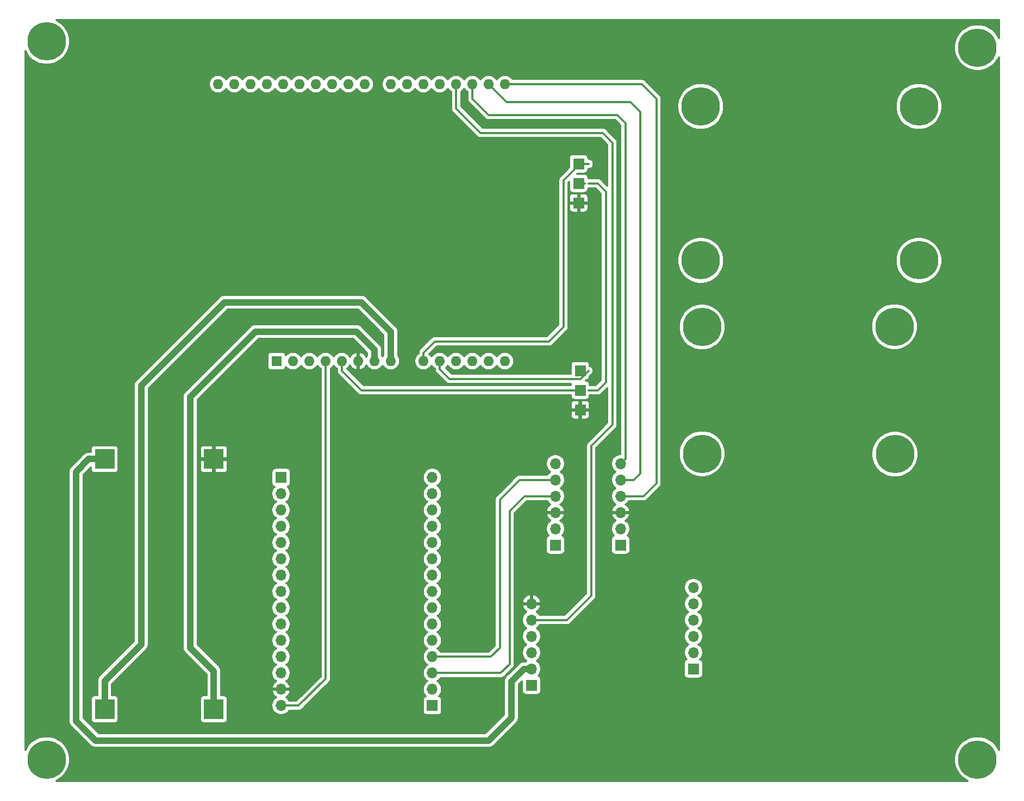
<source format=gbr>
%TF.GenerationSoftware,KiCad,Pcbnew,(5.1.10)-1*%
%TF.CreationDate,2022-01-13T07:53:36+07:00*%
%TF.ProjectId,Atuph2,41747570-6832-42e6-9b69-6361645f7063,rev?*%
%TF.SameCoordinates,Original*%
%TF.FileFunction,Copper,L2,Bot*%
%TF.FilePolarity,Positive*%
%FSLAX46Y46*%
G04 Gerber Fmt 4.6, Leading zero omitted, Abs format (unit mm)*
G04 Created by KiCad (PCBNEW (5.1.10)-1) date 2022-01-13 07:53:36*
%MOMM*%
%LPD*%
G01*
G04 APERTURE LIST*
%TA.AperFunction,ComponentPad*%
%ADD10O,1.700000X1.700000*%
%TD*%
%TA.AperFunction,ComponentPad*%
%ADD11R,1.700000X1.700000*%
%TD*%
%TA.AperFunction,ComponentPad*%
%ADD12R,3.048000X3.048000*%
%TD*%
%TA.AperFunction,ComponentPad*%
%ADD13C,6.000000*%
%TD*%
%TA.AperFunction,ComponentPad*%
%ADD14O,1.600000X1.600000*%
%TD*%
%TA.AperFunction,ComponentPad*%
%ADD15R,1.600000X1.600000*%
%TD*%
%TA.AperFunction,Conductor*%
%ADD16C,0.300000*%
%TD*%
%TA.AperFunction,Conductor*%
%ADD17C,1.000000*%
%TD*%
%TA.AperFunction,Conductor*%
%ADD18C,0.100000*%
%TD*%
G04 APERTURE END LIST*
D10*
%TO.P,L3,6*%
%TO.N,GND*%
X138012000Y-123698000D03*
%TO.P,L3,4*%
%TO.N,Net-(L1-Pad6)*%
X138012000Y-128778000D03*
%TO.P,L3,2*%
%TO.N,+4V*%
X138012000Y-133858000D03*
D11*
%TO.P,L3,1*%
%TO.N,Net-(L3-Pad1)*%
X138012000Y-136398000D03*
D10*
%TO.P,L3,5*%
%TO.N,Net-(A1-Pad18)*%
X138012000Y-126238000D03*
%TO.P,L3,3*%
%TO.N,Net-(L3-Pad3)*%
X138012000Y-131318000D03*
%TO.P,L3,12*%
%TO.N,Net-(L3-Pad12)*%
X163232000Y-121158000D03*
%TO.P,L3,10*%
%TO.N,Net-(L3-Pad10)*%
X163232000Y-126238000D03*
%TO.P,L3,8*%
%TO.N,Net-(L3-Pad8)*%
X163232000Y-131318000D03*
D11*
%TO.P,L3,7*%
%TO.N,Net-(L3-Pad7)*%
X163232000Y-133858000D03*
D10*
%TO.P,L3,11*%
%TO.N,Net-(L3-Pad11)*%
X163232000Y-123698000D03*
%TO.P,L3,9*%
%TO.N,Net-(L3-Pad9)*%
X163232000Y-128778000D03*
%TD*%
D12*
%TO.P,L2,1*%
%TO.N,+12V*%
X71510000Y-140150000D03*
%TO.P,L2,2*%
%TO.N,GND1*%
X88510000Y-140150000D03*
%TO.P,L2,4*%
%TO.N,GND*%
X88510000Y-101150000D03*
%TO.P,L2,3*%
%TO.N,+4V*%
X71510000Y-101150000D03*
%TD*%
D10*
%TO.P,L1,2*%
%TO.N,Net-(L1-Pad2)*%
X141732000Y-112014000D03*
D11*
%TO.P,L1,1*%
%TO.N,Net-(L1-Pad1)*%
X141732000Y-114554000D03*
D10*
%TO.P,L1,5*%
%TO.N,Net-(J2-Pad4)*%
X141732000Y-104394000D03*
%TO.P,L1,3*%
%TO.N,GND*%
X141732000Y-109474000D03*
%TO.P,L1,6*%
%TO.N,Net-(L1-Pad6)*%
X141732000Y-101854000D03*
%TO.P,L1,4*%
%TO.N,Net-(J2-Pad3)*%
X141732000Y-106934000D03*
%TO.P,L1,9*%
%TO.N,GND*%
X151892000Y-109474000D03*
%TO.P,L1,11*%
%TO.N,Net-(A1-Pad16)*%
X151892000Y-104394000D03*
D11*
%TO.P,L1,7*%
%TO.N,Net-(L1-Pad7)*%
X151892000Y-114554000D03*
D10*
%TO.P,L1,12*%
%TO.N,Net-(A1-Pad17)*%
X151892000Y-101854000D03*
%TO.P,L1,8*%
%TO.N,Net-(L1-Pad8)*%
X151892000Y-112014000D03*
%TO.P,L1,10*%
%TO.N,Net-(A1-Pad15)*%
X151892000Y-106934000D03*
%TD*%
%TO.P,J2,15*%
%TO.N,Net-(J2-Pad15)*%
X122560000Y-104014000D03*
%TO.P,J2,14*%
%TO.N,Net-(J2-Pad14)*%
X122560000Y-106554000D03*
%TO.P,J2,13*%
%TO.N,Net-(J2-Pad13)*%
X122560000Y-109094000D03*
%TO.P,J2,12*%
%TO.N,Net-(J2-Pad12)*%
X122560000Y-111634000D03*
%TO.P,J2,11*%
%TO.N,Net-(J2-Pad11)*%
X122560000Y-114174000D03*
%TO.P,J2,10*%
%TO.N,Net-(J2-Pad10)*%
X122560000Y-116714000D03*
%TO.P,J2,9*%
%TO.N,Net-(J2-Pad9)*%
X122560000Y-119254000D03*
%TO.P,J2,8*%
%TO.N,Net-(J2-Pad8)*%
X122560000Y-121794000D03*
%TO.P,J2,7*%
%TO.N,Net-(J2-Pad7)*%
X122560000Y-124334000D03*
%TO.P,J2,6*%
%TO.N,Net-(J2-Pad6)*%
X122560000Y-126874000D03*
%TO.P,J2,5*%
%TO.N,Net-(J2-Pad5)*%
X122560000Y-129414000D03*
%TO.P,J2,4*%
%TO.N,Net-(J2-Pad4)*%
X122560000Y-131954000D03*
%TO.P,J2,3*%
%TO.N,Net-(J2-Pad3)*%
X122560000Y-134494000D03*
%TO.P,J2,2*%
%TO.N,Net-(J2-Pad2)*%
X122560000Y-137034000D03*
D11*
%TO.P,J2,1*%
%TO.N,Net-(J2-Pad1)*%
X122560000Y-139574000D03*
%TD*%
D10*
%TO.P,J1,15*%
%TO.N,+3V3*%
X99000000Y-139574000D03*
%TO.P,J1,14*%
%TO.N,GND*%
X99000000Y-137034000D03*
%TO.P,J1,13*%
%TO.N,Net-(J1-Pad13)*%
X99000000Y-134494000D03*
%TO.P,J1,12*%
%TO.N,Net-(J1-Pad12)*%
X99000000Y-131954000D03*
%TO.P,J1,11*%
%TO.N,Net-(J1-Pad11)*%
X99000000Y-129414000D03*
%TO.P,J1,10*%
%TO.N,Net-(J1-Pad10)*%
X99000000Y-126874000D03*
%TO.P,J1,9*%
%TO.N,Net-(J1-Pad9)*%
X99000000Y-124334000D03*
%TO.P,J1,8*%
%TO.N,Net-(J1-Pad8)*%
X99000000Y-121794000D03*
%TO.P,J1,7*%
%TO.N,Net-(J1-Pad7)*%
X99000000Y-119254000D03*
%TO.P,J1,6*%
%TO.N,Net-(J1-Pad6)*%
X99000000Y-116714000D03*
%TO.P,J1,5*%
%TO.N,Net-(J1-Pad5)*%
X99000000Y-114174000D03*
%TO.P,J1,4*%
%TO.N,Net-(J1-Pad4)*%
X99000000Y-111634000D03*
%TO.P,J1,3*%
%TO.N,Net-(J1-Pad3)*%
X99000000Y-109094000D03*
%TO.P,J1,2*%
%TO.N,Net-(J1-Pad2)*%
X99000000Y-106554000D03*
D11*
%TO.P,J1,1*%
%TO.N,Net-(J1-Pad1)*%
X99000000Y-104014000D03*
%TD*%
D13*
%TO.P,H4,1*%
%TO.N,N/C*%
X207474000Y-148014000D03*
%TD*%
%TO.P,H3,1*%
%TO.N,N/C*%
X62474000Y-148014000D03*
%TD*%
%TO.P,H2,1*%
%TO.N,N/C*%
X62474000Y-36014000D03*
%TD*%
%TO.P,H1,1*%
%TO.N,N/C*%
X207474000Y-37014000D03*
%TD*%
D11*
%TO.P,D2,2*%
%TO.N,+5V*%
X145594000Y-90424000D03*
%TO.P,D2,1*%
%TO.N,GND*%
X145594000Y-93472000D03*
%TO.P,D2,3*%
%TO.N,Net-(A1-Pad10)*%
X145594000Y-87376000D03*
D13*
%TO.P,D2,7*%
%TO.N,N/C*%
X164592000Y-100330000D03*
%TO.P,D2,6*%
X164592000Y-80548000D03*
%TO.P,D2,4*%
X194614000Y-100360000D03*
%TO.P,D2,5*%
X194564000Y-80518000D03*
%TD*%
D11*
%TO.P,D1,3*%
%TO.N,Net-(A1-Pad9)*%
X145356000Y-55118000D03*
%TO.P,D1,2*%
%TO.N,+5V*%
X145356000Y-58166000D03*
%TO.P,D1,1*%
%TO.N,GND*%
X145356000Y-61214000D03*
D13*
%TO.P,D1,5*%
%TO.N,N/C*%
X198356000Y-46166000D03*
%TO.P,D1,6*%
X164356000Y-46166000D03*
%TO.P,D1,7*%
X164356000Y-70166000D03*
%TO.P,D1,4*%
X198356000Y-70166000D03*
%TD*%
D14*
%TO.P,A1,20*%
%TO.N,Net-(A1-Pad20)*%
X121173000Y-42698000D03*
%TO.P,A1,28*%
%TO.N,Net-(A1-Pad28)*%
X99333000Y-42698000D03*
%TO.P,A1,24*%
%TO.N,Net-(A1-Pad24)*%
X109493000Y-42698000D03*
%TO.P,A1,29*%
%TO.N,Net-(A1-Pad29)*%
X96793000Y-42698000D03*
%TO.P,A1,30*%
%TO.N,Net-(A1-Pad30)*%
X94253000Y-42698000D03*
%TO.P,A1,15*%
%TO.N,Net-(A1-Pad15)*%
X133873000Y-42698000D03*
%TO.P,A1,22*%
%TO.N,Net-(A1-Pad22)*%
X116093000Y-42698000D03*
%TO.P,A1,21*%
%TO.N,Net-(A1-Pad21)*%
X118633000Y-42698000D03*
%TO.P,A1,18*%
%TO.N,Net-(A1-Pad18)*%
X126253000Y-42698000D03*
%TO.P,A1,16*%
%TO.N,Net-(A1-Pad16)*%
X131333000Y-42698000D03*
%TO.P,A1,17*%
%TO.N,Net-(A1-Pad17)*%
X128793000Y-42698000D03*
%TO.P,A1,19*%
%TO.N,Net-(A1-Pad19)*%
X123713000Y-42698000D03*
%TO.P,A1,31*%
%TO.N,Net-(A1-Pad31)*%
X91713000Y-42698000D03*
%TO.P,A1,32*%
%TO.N,Net-(A1-Pad32)*%
X89173000Y-42698000D03*
%TO.P,A1,26*%
%TO.N,Net-(A1-Pad26)*%
X104413000Y-42698000D03*
%TO.P,A1,25*%
%TO.N,Net-(A1-Pad25)*%
X106953000Y-42698000D03*
%TO.P,A1,23*%
%TO.N,Net-(A1-Pad23)*%
X112033000Y-42698000D03*
%TO.P,A1,27*%
%TO.N,Net-(A1-Pad27)*%
X101873000Y-42698000D03*
%TO.P,A1,2*%
%TO.N,Net-(A1-Pad2)*%
X100853000Y-85878000D03*
%TO.P,A1,8*%
%TO.N,+12V*%
X116093000Y-85878000D03*
D15*
%TO.P,A1,1*%
%TO.N,Net-(A1-Pad1)*%
X98313000Y-85878000D03*
D14*
%TO.P,A1,6*%
%TO.N,GND*%
X111013000Y-85878000D03*
%TO.P,A1,3*%
%TO.N,Net-(A1-Pad3)*%
X103393000Y-85878000D03*
%TO.P,A1,7*%
%TO.N,GND1*%
X113553000Y-85878000D03*
%TO.P,A1,14*%
%TO.N,Net-(A1-Pad14)*%
X133873000Y-85878000D03*
%TO.P,A1,4*%
%TO.N,+3V3*%
X105933000Y-85878000D03*
%TO.P,A1,5*%
%TO.N,+5V*%
X108473000Y-85878000D03*
%TO.P,A1,11*%
%TO.N,Net-(A1-Pad11)*%
X126253000Y-85878000D03*
%TO.P,A1,9*%
%TO.N,Net-(A1-Pad9)*%
X121173000Y-85878000D03*
%TO.P,A1,10*%
%TO.N,Net-(A1-Pad10)*%
X123713000Y-85878000D03*
%TO.P,A1,12*%
%TO.N,Net-(A1-Pad12)*%
X128793000Y-85878000D03*
%TO.P,A1,13*%
%TO.N,Net-(A1-Pad13)*%
X131333000Y-85878000D03*
%TD*%
D16*
%TO.N,Net-(A1-Pad15)*%
X133873000Y-42698000D02*
X155220000Y-42698000D01*
X155220000Y-42698000D02*
X157480000Y-44958000D01*
X157480000Y-44958000D02*
X157480000Y-104902000D01*
X155448000Y-106934000D02*
X151892000Y-106934000D01*
X157480000Y-104902000D02*
X155448000Y-106934000D01*
%TO.N,Net-(A1-Pad18)*%
X126253000Y-42698000D02*
X126253000Y-46497000D01*
X126253000Y-46497000D02*
X130048000Y-50292000D01*
X130048000Y-50292000D02*
X149098000Y-50292000D01*
X149098000Y-50292000D02*
X150622000Y-51816000D01*
X150622000Y-51816000D02*
X150622000Y-95758000D01*
X150622000Y-95758000D02*
X147320000Y-99060000D01*
X147320000Y-99060000D02*
X147320000Y-122428000D01*
X143510000Y-126238000D02*
X138012000Y-126238000D01*
X147320000Y-122428000D02*
X143510000Y-126238000D01*
%TO.N,Net-(A1-Pad16)*%
X153924000Y-104394000D02*
X151892000Y-104394000D01*
X154940000Y-103378000D02*
X153924000Y-104394000D01*
X154940000Y-46990000D02*
X154940000Y-103378000D01*
X153416000Y-45466000D02*
X154940000Y-46990000D01*
X134101000Y-45466000D02*
X153416000Y-45466000D01*
X131333000Y-42698000D02*
X134101000Y-45466000D01*
%TO.N,Net-(A1-Pad17)*%
X128793000Y-42698000D02*
X128793000Y-44973000D01*
X128793000Y-44973000D02*
X131318000Y-47498000D01*
X131318000Y-47498000D02*
X151384000Y-47498000D01*
X151384000Y-47498000D02*
X152654000Y-48768000D01*
X152654000Y-101092000D02*
X151892000Y-101854000D01*
X152654000Y-48768000D02*
X152654000Y-101092000D01*
D17*
%TO.N,+12V*%
X71510000Y-140150000D02*
X71510000Y-135754000D01*
X71510000Y-135754000D02*
X77216000Y-130048000D01*
X77216000Y-130048000D02*
X77216000Y-89662000D01*
X77216000Y-89662000D02*
X90170000Y-76708000D01*
X90170000Y-76708000D02*
X111506000Y-76708000D01*
X116093000Y-81295000D02*
X116093000Y-85878000D01*
X111506000Y-76708000D02*
X116093000Y-81295000D01*
%TO.N,GND1*%
X88510000Y-140150000D02*
X88510000Y-134230000D01*
X88510000Y-134230000D02*
X84836000Y-130556000D01*
X84836000Y-130556000D02*
X84836000Y-91440000D01*
X84836000Y-91440000D02*
X94996000Y-81280000D01*
X94996000Y-81280000D02*
X110744000Y-81280000D01*
X113553000Y-84089000D02*
X113553000Y-85878000D01*
X110744000Y-81280000D02*
X113553000Y-84089000D01*
D16*
%TO.N,+3V3*%
X105933000Y-85878000D02*
X105933000Y-135367000D01*
X105933000Y-135367000D02*
X101726000Y-139574000D01*
X101726000Y-139574000D02*
X99000000Y-139574000D01*
%TO.N,+5V*%
X108473000Y-85878000D02*
X108473000Y-87391000D01*
X111506000Y-90424000D02*
X145340000Y-90424000D01*
X108473000Y-87391000D02*
X111506000Y-90424000D01*
X146102000Y-58166000D02*
X146304000Y-58166000D01*
X146880000Y-58166000D02*
X148336000Y-58166000D01*
X148336000Y-58166000D02*
X149606000Y-59436000D01*
X149606000Y-59436000D02*
X149606000Y-89154000D01*
X148336000Y-90424000D02*
X146864000Y-90424000D01*
X149606000Y-89154000D02*
X148336000Y-90424000D01*
%TO.N,Net-(A1-Pad9)*%
X121173000Y-85878000D02*
X121173000Y-84567000D01*
X121173000Y-84567000D02*
X122936000Y-82804000D01*
X122936000Y-82804000D02*
X140716000Y-82804000D01*
X140716000Y-82804000D02*
X143002000Y-80518000D01*
X143002000Y-80518000D02*
X143002000Y-57658000D01*
X145542000Y-55118000D02*
X146880000Y-55118000D01*
X143002000Y-57658000D02*
X145542000Y-55118000D01*
%TO.N,Net-(A1-Pad10)*%
X123713000Y-85878000D02*
X123713000Y-87137000D01*
X123713000Y-87137000D02*
X125222000Y-88646000D01*
X145594000Y-88646000D02*
X146864000Y-87376000D01*
X125222000Y-88646000D02*
X145594000Y-88646000D01*
%TO.N,Net-(J2-Pad4)*%
X133096000Y-107442000D02*
X136144000Y-104394000D01*
X133096000Y-130556000D02*
X133096000Y-107442000D01*
X136144000Y-104394000D02*
X141732000Y-104394000D01*
X131698000Y-131954000D02*
X133096000Y-130556000D01*
X129674000Y-131954000D02*
X131698000Y-131954000D01*
X129674000Y-131954000D02*
X122560000Y-131954000D01*
%TO.N,Net-(J2-Pad3)*%
X129674000Y-134494000D02*
X133222000Y-134494000D01*
X133222000Y-134494000D02*
X134620000Y-133096000D01*
X134620000Y-133096000D02*
X134620000Y-109220000D01*
X136906000Y-106934000D02*
X141732000Y-106934000D01*
X134620000Y-109220000D02*
X136906000Y-106934000D01*
X129674000Y-134494000D02*
X122560000Y-134494000D01*
D17*
%TO.N,+4V*%
X136809919Y-133858000D02*
X138012000Y-133858000D01*
X134874000Y-141478000D02*
X134874000Y-135793919D01*
X131318000Y-145034000D02*
X134874000Y-141478000D01*
X70104000Y-145034000D02*
X131318000Y-145034000D01*
X67056000Y-103124000D02*
X67056000Y-141986000D01*
X134874000Y-135793919D02*
X136809919Y-133858000D01*
X69030000Y-101150000D02*
X67056000Y-103124000D01*
X67056000Y-141986000D02*
X70104000Y-145034000D01*
X71510000Y-101150000D02*
X69030000Y-101150000D01*
%TD*%
D16*
%TO.N,GND*%
X210791000Y-35463133D02*
X210715677Y-35281287D01*
X210315354Y-34682161D01*
X209805839Y-34172646D01*
X209206713Y-33772323D01*
X208540999Y-33496575D01*
X207834282Y-33356000D01*
X207113718Y-33356000D01*
X206407001Y-33496575D01*
X205741287Y-33772323D01*
X205142161Y-34172646D01*
X204632646Y-34682161D01*
X204232323Y-35281287D01*
X203956575Y-35947001D01*
X203816000Y-36653718D01*
X203816000Y-37374282D01*
X203956575Y-38080999D01*
X204232323Y-38746713D01*
X204632646Y-39345839D01*
X205142161Y-39855354D01*
X205741287Y-40255677D01*
X206407001Y-40531425D01*
X207113718Y-40672000D01*
X207834282Y-40672000D01*
X208540999Y-40531425D01*
X209206713Y-40255677D01*
X209805839Y-39855354D01*
X210315354Y-39345839D01*
X210715677Y-38746713D01*
X210791000Y-38564867D01*
X210791001Y-146463135D01*
X210715677Y-146281287D01*
X210315354Y-145682161D01*
X209805839Y-145172646D01*
X209206713Y-144772323D01*
X208540999Y-144496575D01*
X207834282Y-144356000D01*
X207113718Y-144356000D01*
X206407001Y-144496575D01*
X205741287Y-144772323D01*
X205142161Y-145172646D01*
X204632646Y-145682161D01*
X204232323Y-146281287D01*
X203956575Y-146947001D01*
X203816000Y-147653718D01*
X203816000Y-148374282D01*
X203956575Y-149080999D01*
X204232323Y-149746713D01*
X204632646Y-150345839D01*
X205142161Y-150855354D01*
X205741287Y-151255677D01*
X205923133Y-151331000D01*
X64024867Y-151331000D01*
X64206713Y-151255677D01*
X64805839Y-150855354D01*
X65315354Y-150345839D01*
X65715677Y-149746713D01*
X65991425Y-149080999D01*
X66132000Y-148374282D01*
X66132000Y-147653718D01*
X65991425Y-146947001D01*
X65715677Y-146281287D01*
X65315354Y-145682161D01*
X64805839Y-145172646D01*
X64206713Y-144772323D01*
X63540999Y-144496575D01*
X62834282Y-144356000D01*
X62113718Y-144356000D01*
X61407001Y-144496575D01*
X60741287Y-144772323D01*
X60142161Y-145172646D01*
X59632646Y-145682161D01*
X59232323Y-146281287D01*
X59157000Y-146463133D01*
X59157000Y-103124000D01*
X65892397Y-103124000D01*
X65898000Y-103180887D01*
X65898001Y-141929103D01*
X65892397Y-141986000D01*
X65914756Y-142213008D01*
X65980971Y-142431291D01*
X66046042Y-142553029D01*
X66088500Y-142632463D01*
X66233209Y-142808792D01*
X66277397Y-142845056D01*
X69244944Y-145812604D01*
X69281208Y-145856792D01*
X69325396Y-145893056D01*
X69457536Y-146001501D01*
X69658708Y-146109029D01*
X69876992Y-146175245D01*
X70047111Y-146192000D01*
X70047113Y-146192000D01*
X70104000Y-146197603D01*
X70160887Y-146192000D01*
X131261113Y-146192000D01*
X131318000Y-146197603D01*
X131374887Y-146192000D01*
X131374889Y-146192000D01*
X131545008Y-146175245D01*
X131763292Y-146109029D01*
X131964463Y-146001501D01*
X132140792Y-145856792D01*
X132177061Y-145812598D01*
X135652599Y-142337060D01*
X135696792Y-142300792D01*
X135841501Y-142124463D01*
X135949029Y-141923292D01*
X136015245Y-141705008D01*
X136032000Y-141534889D01*
X136032000Y-141534888D01*
X136037603Y-141478001D01*
X136032000Y-141421114D01*
X136032000Y-136273578D01*
X136500817Y-135804761D01*
X136500817Y-137248000D01*
X136513521Y-137376990D01*
X136551147Y-137501024D01*
X136612246Y-137615334D01*
X136694473Y-137715527D01*
X136794666Y-137797754D01*
X136908976Y-137858853D01*
X137033010Y-137896479D01*
X137162000Y-137909183D01*
X138862000Y-137909183D01*
X138990990Y-137896479D01*
X139115024Y-137858853D01*
X139229334Y-137797754D01*
X139329527Y-137715527D01*
X139411754Y-137615334D01*
X139472853Y-137501024D01*
X139510479Y-137376990D01*
X139523183Y-137248000D01*
X139523183Y-135548000D01*
X139510479Y-135419010D01*
X139472853Y-135294976D01*
X139411754Y-135180666D01*
X139329527Y-135080473D01*
X139229334Y-134998246D01*
X139115024Y-134937147D01*
X139077017Y-134925617D01*
X139183340Y-134819294D01*
X139348373Y-134572306D01*
X139462049Y-134297868D01*
X139520000Y-134006525D01*
X139520000Y-133709475D01*
X139462049Y-133418132D01*
X139348373Y-133143694D01*
X139257705Y-133008000D01*
X161720817Y-133008000D01*
X161720817Y-134708000D01*
X161733521Y-134836990D01*
X161771147Y-134961024D01*
X161832246Y-135075334D01*
X161914473Y-135175527D01*
X162014666Y-135257754D01*
X162128976Y-135318853D01*
X162253010Y-135356479D01*
X162382000Y-135369183D01*
X164082000Y-135369183D01*
X164210990Y-135356479D01*
X164335024Y-135318853D01*
X164449334Y-135257754D01*
X164549527Y-135175527D01*
X164631754Y-135075334D01*
X164692853Y-134961024D01*
X164730479Y-134836990D01*
X164743183Y-134708000D01*
X164743183Y-133008000D01*
X164730479Y-132879010D01*
X164692853Y-132754976D01*
X164631754Y-132640666D01*
X164549527Y-132540473D01*
X164449334Y-132458246D01*
X164335024Y-132397147D01*
X164297017Y-132385617D01*
X164403340Y-132279294D01*
X164568373Y-132032306D01*
X164682049Y-131757868D01*
X164740000Y-131466525D01*
X164740000Y-131169475D01*
X164682049Y-130878132D01*
X164568373Y-130603694D01*
X164403340Y-130356706D01*
X164193294Y-130146660D01*
X164045640Y-130048000D01*
X164193294Y-129949340D01*
X164403340Y-129739294D01*
X164568373Y-129492306D01*
X164682049Y-129217868D01*
X164740000Y-128926525D01*
X164740000Y-128629475D01*
X164682049Y-128338132D01*
X164568373Y-128063694D01*
X164403340Y-127816706D01*
X164193294Y-127606660D01*
X164045640Y-127508000D01*
X164193294Y-127409340D01*
X164403340Y-127199294D01*
X164568373Y-126952306D01*
X164682049Y-126677868D01*
X164740000Y-126386525D01*
X164740000Y-126089475D01*
X164682049Y-125798132D01*
X164568373Y-125523694D01*
X164403340Y-125276706D01*
X164193294Y-125066660D01*
X164045640Y-124968000D01*
X164193294Y-124869340D01*
X164403340Y-124659294D01*
X164568373Y-124412306D01*
X164682049Y-124137868D01*
X164740000Y-123846525D01*
X164740000Y-123549475D01*
X164682049Y-123258132D01*
X164568373Y-122983694D01*
X164403340Y-122736706D01*
X164193294Y-122526660D01*
X164045640Y-122428000D01*
X164193294Y-122329340D01*
X164403340Y-122119294D01*
X164568373Y-121872306D01*
X164682049Y-121597868D01*
X164740000Y-121306525D01*
X164740000Y-121009475D01*
X164682049Y-120718132D01*
X164568373Y-120443694D01*
X164403340Y-120196706D01*
X164193294Y-119986660D01*
X163946306Y-119821627D01*
X163671868Y-119707951D01*
X163380525Y-119650000D01*
X163083475Y-119650000D01*
X162792132Y-119707951D01*
X162517694Y-119821627D01*
X162270706Y-119986660D01*
X162060660Y-120196706D01*
X161895627Y-120443694D01*
X161781951Y-120718132D01*
X161724000Y-121009475D01*
X161724000Y-121306525D01*
X161781951Y-121597868D01*
X161895627Y-121872306D01*
X162060660Y-122119294D01*
X162270706Y-122329340D01*
X162418360Y-122428000D01*
X162270706Y-122526660D01*
X162060660Y-122736706D01*
X161895627Y-122983694D01*
X161781951Y-123258132D01*
X161724000Y-123549475D01*
X161724000Y-123846525D01*
X161781951Y-124137868D01*
X161895627Y-124412306D01*
X162060660Y-124659294D01*
X162270706Y-124869340D01*
X162418360Y-124968000D01*
X162270706Y-125066660D01*
X162060660Y-125276706D01*
X161895627Y-125523694D01*
X161781951Y-125798132D01*
X161724000Y-126089475D01*
X161724000Y-126386525D01*
X161781951Y-126677868D01*
X161895627Y-126952306D01*
X162060660Y-127199294D01*
X162270706Y-127409340D01*
X162418360Y-127508000D01*
X162270706Y-127606660D01*
X162060660Y-127816706D01*
X161895627Y-128063694D01*
X161781951Y-128338132D01*
X161724000Y-128629475D01*
X161724000Y-128926525D01*
X161781951Y-129217868D01*
X161895627Y-129492306D01*
X162060660Y-129739294D01*
X162270706Y-129949340D01*
X162418360Y-130048000D01*
X162270706Y-130146660D01*
X162060660Y-130356706D01*
X161895627Y-130603694D01*
X161781951Y-130878132D01*
X161724000Y-131169475D01*
X161724000Y-131466525D01*
X161781951Y-131757868D01*
X161895627Y-132032306D01*
X162060660Y-132279294D01*
X162166983Y-132385617D01*
X162128976Y-132397147D01*
X162014666Y-132458246D01*
X161914473Y-132540473D01*
X161832246Y-132640666D01*
X161771147Y-132754976D01*
X161733521Y-132879010D01*
X161720817Y-133008000D01*
X139257705Y-133008000D01*
X139183340Y-132896706D01*
X138973294Y-132686660D01*
X138825640Y-132588000D01*
X138973294Y-132489340D01*
X139183340Y-132279294D01*
X139348373Y-132032306D01*
X139462049Y-131757868D01*
X139520000Y-131466525D01*
X139520000Y-131169475D01*
X139462049Y-130878132D01*
X139348373Y-130603694D01*
X139183340Y-130356706D01*
X138973294Y-130146660D01*
X138825640Y-130048000D01*
X138973294Y-129949340D01*
X139183340Y-129739294D01*
X139348373Y-129492306D01*
X139462049Y-129217868D01*
X139520000Y-128926525D01*
X139520000Y-128629475D01*
X139462049Y-128338132D01*
X139348373Y-128063694D01*
X139183340Y-127816706D01*
X138973294Y-127606660D01*
X138825640Y-127508000D01*
X138973294Y-127409340D01*
X139183340Y-127199294D01*
X139285768Y-127046000D01*
X143470320Y-127046000D01*
X143510000Y-127049908D01*
X143549680Y-127046000D01*
X143549688Y-127046000D01*
X143668396Y-127034308D01*
X143820704Y-126988106D01*
X143961072Y-126913078D01*
X144084106Y-126812106D01*
X144109411Y-126781272D01*
X147863283Y-123027402D01*
X147894106Y-123002106D01*
X147919402Y-122971283D01*
X147919406Y-122971279D01*
X147952641Y-122930782D01*
X147995078Y-122879072D01*
X148070106Y-122738704D01*
X148116308Y-122586396D01*
X148128000Y-122467688D01*
X148128000Y-122467680D01*
X148131908Y-122428000D01*
X148128000Y-122388320D01*
X148128000Y-113704000D01*
X150380817Y-113704000D01*
X150380817Y-115404000D01*
X150393521Y-115532990D01*
X150431147Y-115657024D01*
X150492246Y-115771334D01*
X150574473Y-115871527D01*
X150674666Y-115953754D01*
X150788976Y-116014853D01*
X150913010Y-116052479D01*
X151042000Y-116065183D01*
X152742000Y-116065183D01*
X152870990Y-116052479D01*
X152995024Y-116014853D01*
X153109334Y-115953754D01*
X153209527Y-115871527D01*
X153291754Y-115771334D01*
X153352853Y-115657024D01*
X153390479Y-115532990D01*
X153403183Y-115404000D01*
X153403183Y-113704000D01*
X153390479Y-113575010D01*
X153352853Y-113450976D01*
X153291754Y-113336666D01*
X153209527Y-113236473D01*
X153109334Y-113154246D01*
X152995024Y-113093147D01*
X152957017Y-113081617D01*
X153063340Y-112975294D01*
X153228373Y-112728306D01*
X153342049Y-112453868D01*
X153400000Y-112162525D01*
X153400000Y-111865475D01*
X153342049Y-111574132D01*
X153228373Y-111299694D01*
X153063340Y-111052706D01*
X152853294Y-110842660D01*
X152700332Y-110740454D01*
X152766728Y-110702383D01*
X152989566Y-110508129D01*
X153170225Y-110274134D01*
X153301763Y-110009390D01*
X153361619Y-109812061D01*
X153231469Y-109578000D01*
X151996000Y-109578000D01*
X151996000Y-109598000D01*
X151788000Y-109598000D01*
X151788000Y-109578000D01*
X150552531Y-109578000D01*
X150422381Y-109812061D01*
X150482237Y-110009390D01*
X150613775Y-110274134D01*
X150794434Y-110508129D01*
X151017272Y-110702383D01*
X151083668Y-110740454D01*
X150930706Y-110842660D01*
X150720660Y-111052706D01*
X150555627Y-111299694D01*
X150441951Y-111574132D01*
X150384000Y-111865475D01*
X150384000Y-112162525D01*
X150441951Y-112453868D01*
X150555627Y-112728306D01*
X150720660Y-112975294D01*
X150826983Y-113081617D01*
X150788976Y-113093147D01*
X150674666Y-113154246D01*
X150574473Y-113236473D01*
X150492246Y-113336666D01*
X150431147Y-113450976D01*
X150393521Y-113575010D01*
X150380817Y-113704000D01*
X148128000Y-113704000D01*
X148128000Y-99394683D01*
X151165278Y-96357406D01*
X151196106Y-96332106D01*
X151297078Y-96209072D01*
X151372106Y-96068704D01*
X151418308Y-95916396D01*
X151430000Y-95797688D01*
X151430000Y-95797681D01*
X151433908Y-95758001D01*
X151430000Y-95718321D01*
X151430000Y-51855677D01*
X151433908Y-51815999D01*
X151430000Y-51776321D01*
X151430000Y-51776312D01*
X151418308Y-51657604D01*
X151372106Y-51505296D01*
X151297078Y-51364928D01*
X151196106Y-51241894D01*
X151165279Y-51216595D01*
X149697411Y-49748728D01*
X149672106Y-49717894D01*
X149549072Y-49616922D01*
X149408704Y-49541894D01*
X149256396Y-49495692D01*
X149137688Y-49484000D01*
X149137680Y-49484000D01*
X149098000Y-49480092D01*
X149058320Y-49484000D01*
X130382684Y-49484000D01*
X127061000Y-46162317D01*
X127061000Y-43911634D01*
X127182421Y-43830503D01*
X127385503Y-43627421D01*
X127523000Y-43421642D01*
X127660497Y-43627421D01*
X127863579Y-43830503D01*
X127985001Y-43911634D01*
X127985001Y-44933310D01*
X127981092Y-44973000D01*
X127996692Y-45131396D01*
X128038345Y-45268704D01*
X128042895Y-45283704D01*
X128117923Y-45424072D01*
X128218895Y-45547106D01*
X128249723Y-45572406D01*
X130718594Y-48041278D01*
X130743894Y-48072106D01*
X130866928Y-48173078D01*
X131007296Y-48248106D01*
X131113401Y-48280293D01*
X131159603Y-48294308D01*
X131174879Y-48295813D01*
X131278312Y-48306000D01*
X131278319Y-48306000D01*
X131317999Y-48309908D01*
X131357679Y-48306000D01*
X151049317Y-48306000D01*
X151846000Y-49102684D01*
X151846001Y-100346000D01*
X151743475Y-100346000D01*
X151452132Y-100403951D01*
X151177694Y-100517627D01*
X150930706Y-100682660D01*
X150720660Y-100892706D01*
X150555627Y-101139694D01*
X150441951Y-101414132D01*
X150384000Y-101705475D01*
X150384000Y-102002525D01*
X150441951Y-102293868D01*
X150555627Y-102568306D01*
X150720660Y-102815294D01*
X150930706Y-103025340D01*
X151078360Y-103124000D01*
X150930706Y-103222660D01*
X150720660Y-103432706D01*
X150555627Y-103679694D01*
X150441951Y-103954132D01*
X150384000Y-104245475D01*
X150384000Y-104542525D01*
X150441951Y-104833868D01*
X150555627Y-105108306D01*
X150720660Y-105355294D01*
X150930706Y-105565340D01*
X151078360Y-105664000D01*
X150930706Y-105762660D01*
X150720660Y-105972706D01*
X150555627Y-106219694D01*
X150441951Y-106494132D01*
X150384000Y-106785475D01*
X150384000Y-107082525D01*
X150441951Y-107373868D01*
X150555627Y-107648306D01*
X150720660Y-107895294D01*
X150930706Y-108105340D01*
X151083668Y-108207546D01*
X151017272Y-108245617D01*
X150794434Y-108439871D01*
X150613775Y-108673866D01*
X150482237Y-108938610D01*
X150422381Y-109135939D01*
X150552531Y-109370000D01*
X151788000Y-109370000D01*
X151788000Y-109350000D01*
X151996000Y-109350000D01*
X151996000Y-109370000D01*
X153231469Y-109370000D01*
X153361619Y-109135939D01*
X153301763Y-108938610D01*
X153170225Y-108673866D01*
X152989566Y-108439871D01*
X152766728Y-108245617D01*
X152700332Y-108207546D01*
X152853294Y-108105340D01*
X153063340Y-107895294D01*
X153165768Y-107742000D01*
X155408320Y-107742000D01*
X155448000Y-107745908D01*
X155487680Y-107742000D01*
X155487688Y-107742000D01*
X155606396Y-107730308D01*
X155758704Y-107684106D01*
X155899072Y-107609078D01*
X156022106Y-107508106D01*
X156047411Y-107477272D01*
X158023278Y-105501406D01*
X158054106Y-105476106D01*
X158155078Y-105353072D01*
X158230106Y-105212704D01*
X158263096Y-105103951D01*
X158276308Y-105060397D01*
X158284690Y-104975294D01*
X158288000Y-104941688D01*
X158288000Y-104941680D01*
X158291908Y-104902000D01*
X158288000Y-104862320D01*
X158288000Y-99969718D01*
X160934000Y-99969718D01*
X160934000Y-100690282D01*
X161074575Y-101396999D01*
X161350323Y-102062713D01*
X161750646Y-102661839D01*
X162260161Y-103171354D01*
X162859287Y-103571677D01*
X163525001Y-103847425D01*
X164231718Y-103988000D01*
X164952282Y-103988000D01*
X165658999Y-103847425D01*
X166324713Y-103571677D01*
X166923839Y-103171354D01*
X167433354Y-102661839D01*
X167833677Y-102062713D01*
X168109425Y-101396999D01*
X168250000Y-100690282D01*
X168250000Y-99999718D01*
X190956000Y-99999718D01*
X190956000Y-100720282D01*
X191096575Y-101426999D01*
X191372323Y-102092713D01*
X191772646Y-102691839D01*
X192282161Y-103201354D01*
X192881287Y-103601677D01*
X193547001Y-103877425D01*
X194253718Y-104018000D01*
X194974282Y-104018000D01*
X195680999Y-103877425D01*
X196346713Y-103601677D01*
X196945839Y-103201354D01*
X197455354Y-102691839D01*
X197855677Y-102092713D01*
X198131425Y-101426999D01*
X198272000Y-100720282D01*
X198272000Y-99999718D01*
X198131425Y-99293001D01*
X197855677Y-98627287D01*
X197455354Y-98028161D01*
X196945839Y-97518646D01*
X196346713Y-97118323D01*
X195680999Y-96842575D01*
X194974282Y-96702000D01*
X194253718Y-96702000D01*
X193547001Y-96842575D01*
X192881287Y-97118323D01*
X192282161Y-97518646D01*
X191772646Y-98028161D01*
X191372323Y-98627287D01*
X191096575Y-99293001D01*
X190956000Y-99999718D01*
X168250000Y-99999718D01*
X168250000Y-99969718D01*
X168109425Y-99263001D01*
X167833677Y-98597287D01*
X167433354Y-97998161D01*
X166923839Y-97488646D01*
X166324713Y-97088323D01*
X165658999Y-96812575D01*
X164952282Y-96672000D01*
X164231718Y-96672000D01*
X163525001Y-96812575D01*
X162859287Y-97088323D01*
X162260161Y-97488646D01*
X161750646Y-97998161D01*
X161350323Y-98597287D01*
X161074575Y-99263001D01*
X160934000Y-99969718D01*
X158288000Y-99969718D01*
X158288000Y-80187718D01*
X160934000Y-80187718D01*
X160934000Y-80908282D01*
X161074575Y-81614999D01*
X161350323Y-82280713D01*
X161750646Y-82879839D01*
X162260161Y-83389354D01*
X162859287Y-83789677D01*
X163525001Y-84065425D01*
X164231718Y-84206000D01*
X164952282Y-84206000D01*
X165658999Y-84065425D01*
X166324713Y-83789677D01*
X166923839Y-83389354D01*
X167433354Y-82879839D01*
X167833677Y-82280713D01*
X168109425Y-81614999D01*
X168250000Y-80908282D01*
X168250000Y-80187718D01*
X168244033Y-80157718D01*
X190906000Y-80157718D01*
X190906000Y-80878282D01*
X191046575Y-81584999D01*
X191322323Y-82250713D01*
X191722646Y-82849839D01*
X192232161Y-83359354D01*
X192831287Y-83759677D01*
X193497001Y-84035425D01*
X194203718Y-84176000D01*
X194924282Y-84176000D01*
X195630999Y-84035425D01*
X196296713Y-83759677D01*
X196895839Y-83359354D01*
X197405354Y-82849839D01*
X197805677Y-82250713D01*
X198081425Y-81584999D01*
X198222000Y-80878282D01*
X198222000Y-80157718D01*
X198081425Y-79451001D01*
X197805677Y-78785287D01*
X197405354Y-78186161D01*
X196895839Y-77676646D01*
X196296713Y-77276323D01*
X195630999Y-77000575D01*
X194924282Y-76860000D01*
X194203718Y-76860000D01*
X193497001Y-77000575D01*
X192831287Y-77276323D01*
X192232161Y-77676646D01*
X191722646Y-78186161D01*
X191322323Y-78785287D01*
X191046575Y-79451001D01*
X190906000Y-80157718D01*
X168244033Y-80157718D01*
X168109425Y-79481001D01*
X167833677Y-78815287D01*
X167433354Y-78216161D01*
X166923839Y-77706646D01*
X166324713Y-77306323D01*
X165658999Y-77030575D01*
X164952282Y-76890000D01*
X164231718Y-76890000D01*
X163525001Y-77030575D01*
X162859287Y-77306323D01*
X162260161Y-77706646D01*
X161750646Y-78216161D01*
X161350323Y-78815287D01*
X161074575Y-79481001D01*
X160934000Y-80187718D01*
X158288000Y-80187718D01*
X158288000Y-69805718D01*
X160698000Y-69805718D01*
X160698000Y-70526282D01*
X160838575Y-71232999D01*
X161114323Y-71898713D01*
X161514646Y-72497839D01*
X162024161Y-73007354D01*
X162623287Y-73407677D01*
X163289001Y-73683425D01*
X163995718Y-73824000D01*
X164716282Y-73824000D01*
X165422999Y-73683425D01*
X166088713Y-73407677D01*
X166687839Y-73007354D01*
X167197354Y-72497839D01*
X167597677Y-71898713D01*
X167873425Y-71232999D01*
X168014000Y-70526282D01*
X168014000Y-69805718D01*
X194698000Y-69805718D01*
X194698000Y-70526282D01*
X194838575Y-71232999D01*
X195114323Y-71898713D01*
X195514646Y-72497839D01*
X196024161Y-73007354D01*
X196623287Y-73407677D01*
X197289001Y-73683425D01*
X197995718Y-73824000D01*
X198716282Y-73824000D01*
X199422999Y-73683425D01*
X200088713Y-73407677D01*
X200687839Y-73007354D01*
X201197354Y-72497839D01*
X201597677Y-71898713D01*
X201873425Y-71232999D01*
X202014000Y-70526282D01*
X202014000Y-69805718D01*
X201873425Y-69099001D01*
X201597677Y-68433287D01*
X201197354Y-67834161D01*
X200687839Y-67324646D01*
X200088713Y-66924323D01*
X199422999Y-66648575D01*
X198716282Y-66508000D01*
X197995718Y-66508000D01*
X197289001Y-66648575D01*
X196623287Y-66924323D01*
X196024161Y-67324646D01*
X195514646Y-67834161D01*
X195114323Y-68433287D01*
X194838575Y-69099001D01*
X194698000Y-69805718D01*
X168014000Y-69805718D01*
X167873425Y-69099001D01*
X167597677Y-68433287D01*
X167197354Y-67834161D01*
X166687839Y-67324646D01*
X166088713Y-66924323D01*
X165422999Y-66648575D01*
X164716282Y-66508000D01*
X163995718Y-66508000D01*
X163289001Y-66648575D01*
X162623287Y-66924323D01*
X162024161Y-67324646D01*
X161514646Y-67834161D01*
X161114323Y-68433287D01*
X160838575Y-69099001D01*
X160698000Y-69805718D01*
X158288000Y-69805718D01*
X158288000Y-45805718D01*
X160698000Y-45805718D01*
X160698000Y-46526282D01*
X160838575Y-47232999D01*
X161114323Y-47898713D01*
X161514646Y-48497839D01*
X162024161Y-49007354D01*
X162623287Y-49407677D01*
X163289001Y-49683425D01*
X163995718Y-49824000D01*
X164716282Y-49824000D01*
X165422999Y-49683425D01*
X166088713Y-49407677D01*
X166687839Y-49007354D01*
X167197354Y-48497839D01*
X167597677Y-47898713D01*
X167873425Y-47232999D01*
X168014000Y-46526282D01*
X168014000Y-45805718D01*
X194698000Y-45805718D01*
X194698000Y-46526282D01*
X194838575Y-47232999D01*
X195114323Y-47898713D01*
X195514646Y-48497839D01*
X196024161Y-49007354D01*
X196623287Y-49407677D01*
X197289001Y-49683425D01*
X197995718Y-49824000D01*
X198716282Y-49824000D01*
X199422999Y-49683425D01*
X200088713Y-49407677D01*
X200687839Y-49007354D01*
X201197354Y-48497839D01*
X201597677Y-47898713D01*
X201873425Y-47232999D01*
X202014000Y-46526282D01*
X202014000Y-45805718D01*
X201873425Y-45099001D01*
X201597677Y-44433287D01*
X201197354Y-43834161D01*
X200687839Y-43324646D01*
X200088713Y-42924323D01*
X199422999Y-42648575D01*
X198716282Y-42508000D01*
X197995718Y-42508000D01*
X197289001Y-42648575D01*
X196623287Y-42924323D01*
X196024161Y-43324646D01*
X195514646Y-43834161D01*
X195114323Y-44433287D01*
X194838575Y-45099001D01*
X194698000Y-45805718D01*
X168014000Y-45805718D01*
X167873425Y-45099001D01*
X167597677Y-44433287D01*
X167197354Y-43834161D01*
X166687839Y-43324646D01*
X166088713Y-42924323D01*
X165422999Y-42648575D01*
X164716282Y-42508000D01*
X163995718Y-42508000D01*
X163289001Y-42648575D01*
X162623287Y-42924323D01*
X162024161Y-43324646D01*
X161514646Y-43834161D01*
X161114323Y-44433287D01*
X160838575Y-45099001D01*
X160698000Y-45805718D01*
X158288000Y-45805718D01*
X158288000Y-44997680D01*
X158291908Y-44958000D01*
X158288000Y-44918320D01*
X158288000Y-44918312D01*
X158276308Y-44799604D01*
X158230106Y-44647296D01*
X158155078Y-44506928D01*
X158094642Y-44433287D01*
X158079406Y-44414721D01*
X158079402Y-44414717D01*
X158054106Y-44383894D01*
X158023284Y-44358599D01*
X155819411Y-42154728D01*
X155794106Y-42123894D01*
X155671072Y-42022922D01*
X155530704Y-41947894D01*
X155378396Y-41901692D01*
X155259688Y-41890000D01*
X155259680Y-41890000D01*
X155220000Y-41886092D01*
X155180320Y-41890000D01*
X135086634Y-41890000D01*
X135005503Y-41768579D01*
X134802421Y-41565497D01*
X134563622Y-41405937D01*
X134298283Y-41296030D01*
X134016601Y-41240000D01*
X133729399Y-41240000D01*
X133447717Y-41296030D01*
X133182378Y-41405937D01*
X132943579Y-41565497D01*
X132740497Y-41768579D01*
X132603000Y-41974358D01*
X132465503Y-41768579D01*
X132262421Y-41565497D01*
X132023622Y-41405937D01*
X131758283Y-41296030D01*
X131476601Y-41240000D01*
X131189399Y-41240000D01*
X130907717Y-41296030D01*
X130642378Y-41405937D01*
X130403579Y-41565497D01*
X130200497Y-41768579D01*
X130063000Y-41974358D01*
X129925503Y-41768579D01*
X129722421Y-41565497D01*
X129483622Y-41405937D01*
X129218283Y-41296030D01*
X128936601Y-41240000D01*
X128649399Y-41240000D01*
X128367717Y-41296030D01*
X128102378Y-41405937D01*
X127863579Y-41565497D01*
X127660497Y-41768579D01*
X127523000Y-41974358D01*
X127385503Y-41768579D01*
X127182421Y-41565497D01*
X126943622Y-41405937D01*
X126678283Y-41296030D01*
X126396601Y-41240000D01*
X126109399Y-41240000D01*
X125827717Y-41296030D01*
X125562378Y-41405937D01*
X125323579Y-41565497D01*
X125120497Y-41768579D01*
X124983000Y-41974358D01*
X124845503Y-41768579D01*
X124642421Y-41565497D01*
X124403622Y-41405937D01*
X124138283Y-41296030D01*
X123856601Y-41240000D01*
X123569399Y-41240000D01*
X123287717Y-41296030D01*
X123022378Y-41405937D01*
X122783579Y-41565497D01*
X122580497Y-41768579D01*
X122443000Y-41974358D01*
X122305503Y-41768579D01*
X122102421Y-41565497D01*
X121863622Y-41405937D01*
X121598283Y-41296030D01*
X121316601Y-41240000D01*
X121029399Y-41240000D01*
X120747717Y-41296030D01*
X120482378Y-41405937D01*
X120243579Y-41565497D01*
X120040497Y-41768579D01*
X119903000Y-41974358D01*
X119765503Y-41768579D01*
X119562421Y-41565497D01*
X119323622Y-41405937D01*
X119058283Y-41296030D01*
X118776601Y-41240000D01*
X118489399Y-41240000D01*
X118207717Y-41296030D01*
X117942378Y-41405937D01*
X117703579Y-41565497D01*
X117500497Y-41768579D01*
X117363000Y-41974358D01*
X117225503Y-41768579D01*
X117022421Y-41565497D01*
X116783622Y-41405937D01*
X116518283Y-41296030D01*
X116236601Y-41240000D01*
X115949399Y-41240000D01*
X115667717Y-41296030D01*
X115402378Y-41405937D01*
X115163579Y-41565497D01*
X114960497Y-41768579D01*
X114800937Y-42007378D01*
X114691030Y-42272717D01*
X114635000Y-42554399D01*
X114635000Y-42841601D01*
X114691030Y-43123283D01*
X114800937Y-43388622D01*
X114960497Y-43627421D01*
X115163579Y-43830503D01*
X115402378Y-43990063D01*
X115667717Y-44099970D01*
X115949399Y-44156000D01*
X116236601Y-44156000D01*
X116518283Y-44099970D01*
X116783622Y-43990063D01*
X117022421Y-43830503D01*
X117225503Y-43627421D01*
X117363000Y-43421642D01*
X117500497Y-43627421D01*
X117703579Y-43830503D01*
X117942378Y-43990063D01*
X118207717Y-44099970D01*
X118489399Y-44156000D01*
X118776601Y-44156000D01*
X119058283Y-44099970D01*
X119323622Y-43990063D01*
X119562421Y-43830503D01*
X119765503Y-43627421D01*
X119903000Y-43421642D01*
X120040497Y-43627421D01*
X120243579Y-43830503D01*
X120482378Y-43990063D01*
X120747717Y-44099970D01*
X121029399Y-44156000D01*
X121316601Y-44156000D01*
X121598283Y-44099970D01*
X121863622Y-43990063D01*
X122102421Y-43830503D01*
X122305503Y-43627421D01*
X122443000Y-43421642D01*
X122580497Y-43627421D01*
X122783579Y-43830503D01*
X123022378Y-43990063D01*
X123287717Y-44099970D01*
X123569399Y-44156000D01*
X123856601Y-44156000D01*
X124138283Y-44099970D01*
X124403622Y-43990063D01*
X124642421Y-43830503D01*
X124845503Y-43627421D01*
X124983000Y-43421642D01*
X125120497Y-43627421D01*
X125323579Y-43830503D01*
X125445000Y-43911634D01*
X125445001Y-46457310D01*
X125441092Y-46497000D01*
X125456692Y-46655396D01*
X125484752Y-46747895D01*
X125502895Y-46807704D01*
X125577923Y-46948072D01*
X125678895Y-47071106D01*
X125709723Y-47096406D01*
X129448594Y-50835278D01*
X129473894Y-50866106D01*
X129596928Y-50967078D01*
X129737296Y-51042106D01*
X129889604Y-51088308D01*
X130008312Y-51100000D01*
X130008321Y-51100000D01*
X130047999Y-51103908D01*
X130087677Y-51100000D01*
X148763317Y-51100000D01*
X149814000Y-52150684D01*
X149814000Y-58501316D01*
X148935411Y-57622728D01*
X148910106Y-57591894D01*
X148787072Y-57490922D01*
X148646704Y-57415894D01*
X148494396Y-57369692D01*
X148375688Y-57358000D01*
X148375680Y-57358000D01*
X148336000Y-57354092D01*
X148296320Y-57358000D01*
X146867183Y-57358000D01*
X146867183Y-57316000D01*
X146854479Y-57187010D01*
X146816853Y-57062976D01*
X146755754Y-56948666D01*
X146673527Y-56848473D01*
X146573334Y-56766246D01*
X146459024Y-56705147D01*
X146334990Y-56667521D01*
X146206000Y-56654817D01*
X145147867Y-56654817D01*
X145173501Y-56629183D01*
X146206000Y-56629183D01*
X146334990Y-56616479D01*
X146459024Y-56578853D01*
X146573334Y-56517754D01*
X146673527Y-56435527D01*
X146755754Y-56335334D01*
X146816853Y-56221024D01*
X146854479Y-56096990D01*
X146867183Y-55968000D01*
X146867183Y-55926000D01*
X146919688Y-55926000D01*
X147038396Y-55914308D01*
X147190704Y-55868106D01*
X147331072Y-55793078D01*
X147454106Y-55692106D01*
X147555078Y-55569072D01*
X147630106Y-55428704D01*
X147676308Y-55276396D01*
X147691909Y-55118000D01*
X147676308Y-54959604D01*
X147630106Y-54807296D01*
X147555078Y-54666928D01*
X147454106Y-54543894D01*
X147331072Y-54442922D01*
X147190704Y-54367894D01*
X147038396Y-54321692D01*
X146919688Y-54310000D01*
X146867183Y-54310000D01*
X146867183Y-54268000D01*
X146854479Y-54139010D01*
X146816853Y-54014976D01*
X146755754Y-53900666D01*
X146673527Y-53800473D01*
X146573334Y-53718246D01*
X146459024Y-53657147D01*
X146334990Y-53619521D01*
X146206000Y-53606817D01*
X144506000Y-53606817D01*
X144377010Y-53619521D01*
X144252976Y-53657147D01*
X144138666Y-53718246D01*
X144038473Y-53800473D01*
X143956246Y-53900666D01*
X143895147Y-54014976D01*
X143857521Y-54139010D01*
X143844817Y-54268000D01*
X143844817Y-55672499D01*
X142458723Y-57058594D01*
X142427895Y-57083894D01*
X142326923Y-57206928D01*
X142268623Y-57316000D01*
X142251895Y-57347296D01*
X142205692Y-57499604D01*
X142190092Y-57658000D01*
X142194001Y-57697690D01*
X142194000Y-80183316D01*
X140381317Y-81996000D01*
X122975680Y-81996000D01*
X122936000Y-81992092D01*
X122896320Y-81996000D01*
X122896312Y-81996000D01*
X122777604Y-82007692D01*
X122625296Y-82053894D01*
X122484928Y-82128922D01*
X122392721Y-82204594D01*
X122392717Y-82204598D01*
X122361894Y-82229894D01*
X122336598Y-82260717D01*
X120629723Y-83967594D01*
X120598895Y-83992894D01*
X120497923Y-84115928D01*
X120465814Y-84176000D01*
X120422895Y-84256296D01*
X120376692Y-84408604D01*
X120361092Y-84567000D01*
X120365001Y-84606690D01*
X120365001Y-84664366D01*
X120243579Y-84745497D01*
X120040497Y-84948579D01*
X119880937Y-85187378D01*
X119771030Y-85452717D01*
X119715000Y-85734399D01*
X119715000Y-86021601D01*
X119771030Y-86303283D01*
X119880937Y-86568622D01*
X120040497Y-86807421D01*
X120243579Y-87010503D01*
X120482378Y-87170063D01*
X120747717Y-87279970D01*
X121029399Y-87336000D01*
X121316601Y-87336000D01*
X121598283Y-87279970D01*
X121863622Y-87170063D01*
X122102421Y-87010503D01*
X122305503Y-86807421D01*
X122443000Y-86601642D01*
X122580497Y-86807421D01*
X122783579Y-87010503D01*
X122905001Y-87091634D01*
X122905001Y-87097310D01*
X122901092Y-87137000D01*
X122916692Y-87295396D01*
X122941144Y-87376001D01*
X122962895Y-87447704D01*
X123037923Y-87588072D01*
X123138895Y-87711106D01*
X123169723Y-87736406D01*
X124622594Y-89189278D01*
X124647894Y-89220106D01*
X124770928Y-89321078D01*
X124911296Y-89396106D01*
X125017401Y-89428293D01*
X125063603Y-89442308D01*
X125078879Y-89443813D01*
X125182312Y-89454000D01*
X125182319Y-89454000D01*
X125221999Y-89457908D01*
X125261679Y-89454000D01*
X144094636Y-89454000D01*
X144082817Y-89574000D01*
X144082817Y-89616000D01*
X111840685Y-89616000D01*
X109302171Y-87077488D01*
X109402421Y-87010503D01*
X109605503Y-86807421D01*
X109749627Y-86591724D01*
X109827354Y-86726540D01*
X110015678Y-86941544D01*
X110242328Y-87115676D01*
X110498595Y-87242245D01*
X110682780Y-87298112D01*
X110909000Y-87167312D01*
X110909000Y-85982000D01*
X110889000Y-85982000D01*
X110889000Y-85774000D01*
X110909000Y-85774000D01*
X110909000Y-84588688D01*
X110682780Y-84457888D01*
X110498595Y-84513755D01*
X110242328Y-84640324D01*
X110015678Y-84814456D01*
X109827354Y-85029460D01*
X109749627Y-85164276D01*
X109605503Y-84948579D01*
X109402421Y-84745497D01*
X109163622Y-84585937D01*
X108898283Y-84476030D01*
X108616601Y-84420000D01*
X108329399Y-84420000D01*
X108047717Y-84476030D01*
X107782378Y-84585937D01*
X107543579Y-84745497D01*
X107340497Y-84948579D01*
X107203000Y-85154358D01*
X107065503Y-84948579D01*
X106862421Y-84745497D01*
X106623622Y-84585937D01*
X106358283Y-84476030D01*
X106076601Y-84420000D01*
X105789399Y-84420000D01*
X105507717Y-84476030D01*
X105242378Y-84585937D01*
X105003579Y-84745497D01*
X104800497Y-84948579D01*
X104663000Y-85154358D01*
X104525503Y-84948579D01*
X104322421Y-84745497D01*
X104083622Y-84585937D01*
X103818283Y-84476030D01*
X103536601Y-84420000D01*
X103249399Y-84420000D01*
X102967717Y-84476030D01*
X102702378Y-84585937D01*
X102463579Y-84745497D01*
X102260497Y-84948579D01*
X102123000Y-85154358D01*
X101985503Y-84948579D01*
X101782421Y-84745497D01*
X101543622Y-84585937D01*
X101278283Y-84476030D01*
X100996601Y-84420000D01*
X100709399Y-84420000D01*
X100427717Y-84476030D01*
X100162378Y-84585937D01*
X99923579Y-84745497D01*
X99751840Y-84917236D01*
X99723853Y-84824976D01*
X99662754Y-84710666D01*
X99580527Y-84610473D01*
X99480334Y-84528246D01*
X99366024Y-84467147D01*
X99241990Y-84429521D01*
X99113000Y-84416817D01*
X97513000Y-84416817D01*
X97384010Y-84429521D01*
X97259976Y-84467147D01*
X97145666Y-84528246D01*
X97045473Y-84610473D01*
X96963246Y-84710666D01*
X96902147Y-84824976D01*
X96864521Y-84949010D01*
X96851817Y-85078000D01*
X96851817Y-86678000D01*
X96864521Y-86806990D01*
X96902147Y-86931024D01*
X96963246Y-87045334D01*
X97045473Y-87145527D01*
X97145666Y-87227754D01*
X97259976Y-87288853D01*
X97384010Y-87326479D01*
X97513000Y-87339183D01*
X99113000Y-87339183D01*
X99241990Y-87326479D01*
X99366024Y-87288853D01*
X99480334Y-87227754D01*
X99580527Y-87145527D01*
X99662754Y-87045334D01*
X99723853Y-86931024D01*
X99751840Y-86838764D01*
X99923579Y-87010503D01*
X100162378Y-87170063D01*
X100427717Y-87279970D01*
X100709399Y-87336000D01*
X100996601Y-87336000D01*
X101278283Y-87279970D01*
X101543622Y-87170063D01*
X101782421Y-87010503D01*
X101985503Y-86807421D01*
X102123000Y-86601642D01*
X102260497Y-86807421D01*
X102463579Y-87010503D01*
X102702378Y-87170063D01*
X102967717Y-87279970D01*
X103249399Y-87336000D01*
X103536601Y-87336000D01*
X103818283Y-87279970D01*
X104083622Y-87170063D01*
X104322421Y-87010503D01*
X104525503Y-86807421D01*
X104663000Y-86601642D01*
X104800497Y-86807421D01*
X105003579Y-87010503D01*
X105125000Y-87091634D01*
X105125001Y-135032315D01*
X101391317Y-138766000D01*
X100273768Y-138766000D01*
X100171340Y-138612706D01*
X99961294Y-138402660D01*
X99808332Y-138300454D01*
X99874728Y-138262383D01*
X100097566Y-138068129D01*
X100278225Y-137834134D01*
X100409763Y-137569390D01*
X100469619Y-137372061D01*
X100339469Y-137138000D01*
X99104000Y-137138000D01*
X99104000Y-137158000D01*
X98896000Y-137158000D01*
X98896000Y-137138000D01*
X97660531Y-137138000D01*
X97530381Y-137372061D01*
X97590237Y-137569390D01*
X97721775Y-137834134D01*
X97902434Y-138068129D01*
X98125272Y-138262383D01*
X98191668Y-138300454D01*
X98038706Y-138402660D01*
X97828660Y-138612706D01*
X97663627Y-138859694D01*
X97549951Y-139134132D01*
X97492000Y-139425475D01*
X97492000Y-139722525D01*
X97549951Y-140013868D01*
X97663627Y-140288306D01*
X97828660Y-140535294D01*
X98038706Y-140745340D01*
X98285694Y-140910373D01*
X98560132Y-141024049D01*
X98851475Y-141082000D01*
X99148525Y-141082000D01*
X99439868Y-141024049D01*
X99714306Y-140910373D01*
X99961294Y-140745340D01*
X100171340Y-140535294D01*
X100273768Y-140382000D01*
X101686320Y-140382000D01*
X101726000Y-140385908D01*
X101765680Y-140382000D01*
X101765688Y-140382000D01*
X101884396Y-140370308D01*
X102036704Y-140324106D01*
X102177072Y-140249078D01*
X102300106Y-140148106D01*
X102325411Y-140117272D01*
X103718683Y-138724000D01*
X121048817Y-138724000D01*
X121048817Y-140424000D01*
X121061521Y-140552990D01*
X121099147Y-140677024D01*
X121160246Y-140791334D01*
X121242473Y-140891527D01*
X121342666Y-140973754D01*
X121456976Y-141034853D01*
X121581010Y-141072479D01*
X121710000Y-141085183D01*
X123410000Y-141085183D01*
X123538990Y-141072479D01*
X123663024Y-141034853D01*
X123777334Y-140973754D01*
X123877527Y-140891527D01*
X123959754Y-140791334D01*
X124020853Y-140677024D01*
X124058479Y-140552990D01*
X124071183Y-140424000D01*
X124071183Y-138724000D01*
X124058479Y-138595010D01*
X124020853Y-138470976D01*
X123959754Y-138356666D01*
X123877527Y-138256473D01*
X123777334Y-138174246D01*
X123663024Y-138113147D01*
X123625017Y-138101617D01*
X123731340Y-137995294D01*
X123896373Y-137748306D01*
X124010049Y-137473868D01*
X124068000Y-137182525D01*
X124068000Y-136885475D01*
X124010049Y-136594132D01*
X123896373Y-136319694D01*
X123731340Y-136072706D01*
X123521294Y-135862660D01*
X123373640Y-135764000D01*
X123521294Y-135665340D01*
X123731340Y-135455294D01*
X123833768Y-135302000D01*
X133182320Y-135302000D01*
X133222000Y-135305908D01*
X133261680Y-135302000D01*
X133261688Y-135302000D01*
X133380396Y-135290308D01*
X133532704Y-135244106D01*
X133673072Y-135169078D01*
X133796106Y-135068106D01*
X133821410Y-135037273D01*
X135163284Y-133695401D01*
X135194106Y-133670106D01*
X135219402Y-133639283D01*
X135219406Y-133639279D01*
X135252641Y-133598782D01*
X135295078Y-133547072D01*
X135370106Y-133406704D01*
X135416308Y-133254396D01*
X135428000Y-133135688D01*
X135428000Y-133135680D01*
X135431908Y-133096000D01*
X135428000Y-133056320D01*
X135428000Y-123359939D01*
X136542381Y-123359939D01*
X136672531Y-123594000D01*
X137908000Y-123594000D01*
X137908000Y-122358087D01*
X138116000Y-122358087D01*
X138116000Y-123594000D01*
X139351469Y-123594000D01*
X139481619Y-123359939D01*
X139421763Y-123162610D01*
X139290225Y-122897866D01*
X139109566Y-122663871D01*
X138886728Y-122469617D01*
X138630275Y-122322569D01*
X138350062Y-122228378D01*
X138116000Y-122358087D01*
X137908000Y-122358087D01*
X137673938Y-122228378D01*
X137393725Y-122322569D01*
X137137272Y-122469617D01*
X136914434Y-122663871D01*
X136733775Y-122897866D01*
X136602237Y-123162610D01*
X136542381Y-123359939D01*
X135428000Y-123359939D01*
X135428000Y-113704000D01*
X140220817Y-113704000D01*
X140220817Y-115404000D01*
X140233521Y-115532990D01*
X140271147Y-115657024D01*
X140332246Y-115771334D01*
X140414473Y-115871527D01*
X140514666Y-115953754D01*
X140628976Y-116014853D01*
X140753010Y-116052479D01*
X140882000Y-116065183D01*
X142582000Y-116065183D01*
X142710990Y-116052479D01*
X142835024Y-116014853D01*
X142949334Y-115953754D01*
X143049527Y-115871527D01*
X143131754Y-115771334D01*
X143192853Y-115657024D01*
X143230479Y-115532990D01*
X143243183Y-115404000D01*
X143243183Y-113704000D01*
X143230479Y-113575010D01*
X143192853Y-113450976D01*
X143131754Y-113336666D01*
X143049527Y-113236473D01*
X142949334Y-113154246D01*
X142835024Y-113093147D01*
X142797017Y-113081617D01*
X142903340Y-112975294D01*
X143068373Y-112728306D01*
X143182049Y-112453868D01*
X143240000Y-112162525D01*
X143240000Y-111865475D01*
X143182049Y-111574132D01*
X143068373Y-111299694D01*
X142903340Y-111052706D01*
X142693294Y-110842660D01*
X142540332Y-110740454D01*
X142606728Y-110702383D01*
X142829566Y-110508129D01*
X143010225Y-110274134D01*
X143141763Y-110009390D01*
X143201619Y-109812061D01*
X143071469Y-109578000D01*
X141836000Y-109578000D01*
X141836000Y-109598000D01*
X141628000Y-109598000D01*
X141628000Y-109578000D01*
X140392531Y-109578000D01*
X140262381Y-109812061D01*
X140322237Y-110009390D01*
X140453775Y-110274134D01*
X140634434Y-110508129D01*
X140857272Y-110702383D01*
X140923668Y-110740454D01*
X140770706Y-110842660D01*
X140560660Y-111052706D01*
X140395627Y-111299694D01*
X140281951Y-111574132D01*
X140224000Y-111865475D01*
X140224000Y-112162525D01*
X140281951Y-112453868D01*
X140395627Y-112728306D01*
X140560660Y-112975294D01*
X140666983Y-113081617D01*
X140628976Y-113093147D01*
X140514666Y-113154246D01*
X140414473Y-113236473D01*
X140332246Y-113336666D01*
X140271147Y-113450976D01*
X140233521Y-113575010D01*
X140220817Y-113704000D01*
X135428000Y-113704000D01*
X135428000Y-109554683D01*
X137240684Y-107742000D01*
X140458232Y-107742000D01*
X140560660Y-107895294D01*
X140770706Y-108105340D01*
X140923668Y-108207546D01*
X140857272Y-108245617D01*
X140634434Y-108439871D01*
X140453775Y-108673866D01*
X140322237Y-108938610D01*
X140262381Y-109135939D01*
X140392531Y-109370000D01*
X141628000Y-109370000D01*
X141628000Y-109350000D01*
X141836000Y-109350000D01*
X141836000Y-109370000D01*
X143071469Y-109370000D01*
X143201619Y-109135939D01*
X143141763Y-108938610D01*
X143010225Y-108673866D01*
X142829566Y-108439871D01*
X142606728Y-108245617D01*
X142540332Y-108207546D01*
X142693294Y-108105340D01*
X142903340Y-107895294D01*
X143068373Y-107648306D01*
X143182049Y-107373868D01*
X143240000Y-107082525D01*
X143240000Y-106785475D01*
X143182049Y-106494132D01*
X143068373Y-106219694D01*
X142903340Y-105972706D01*
X142693294Y-105762660D01*
X142545640Y-105664000D01*
X142693294Y-105565340D01*
X142903340Y-105355294D01*
X143068373Y-105108306D01*
X143182049Y-104833868D01*
X143240000Y-104542525D01*
X143240000Y-104245475D01*
X143182049Y-103954132D01*
X143068373Y-103679694D01*
X142903340Y-103432706D01*
X142693294Y-103222660D01*
X142545640Y-103124000D01*
X142693294Y-103025340D01*
X142903340Y-102815294D01*
X143068373Y-102568306D01*
X143182049Y-102293868D01*
X143240000Y-102002525D01*
X143240000Y-101705475D01*
X143182049Y-101414132D01*
X143068373Y-101139694D01*
X142903340Y-100892706D01*
X142693294Y-100682660D01*
X142446306Y-100517627D01*
X142171868Y-100403951D01*
X141880525Y-100346000D01*
X141583475Y-100346000D01*
X141292132Y-100403951D01*
X141017694Y-100517627D01*
X140770706Y-100682660D01*
X140560660Y-100892706D01*
X140395627Y-101139694D01*
X140281951Y-101414132D01*
X140224000Y-101705475D01*
X140224000Y-102002525D01*
X140281951Y-102293868D01*
X140395627Y-102568306D01*
X140560660Y-102815294D01*
X140770706Y-103025340D01*
X140918360Y-103124000D01*
X140770706Y-103222660D01*
X140560660Y-103432706D01*
X140458232Y-103586000D01*
X136183680Y-103586000D01*
X136144000Y-103582092D01*
X136104320Y-103586000D01*
X136104312Y-103586000D01*
X135999536Y-103596320D01*
X135985603Y-103597692D01*
X135939401Y-103611707D01*
X135833296Y-103643894D01*
X135692928Y-103718922D01*
X135569894Y-103819894D01*
X135544594Y-103850722D01*
X132552723Y-106842594D01*
X132521895Y-106867894D01*
X132420923Y-106990928D01*
X132366687Y-107092397D01*
X132345895Y-107131296D01*
X132299692Y-107283604D01*
X132284092Y-107442000D01*
X132288001Y-107481690D01*
X132288000Y-130221315D01*
X131363317Y-131146000D01*
X123833768Y-131146000D01*
X123731340Y-130992706D01*
X123521294Y-130782660D01*
X123373640Y-130684000D01*
X123521294Y-130585340D01*
X123731340Y-130375294D01*
X123896373Y-130128306D01*
X124010049Y-129853868D01*
X124068000Y-129562525D01*
X124068000Y-129265475D01*
X124010049Y-128974132D01*
X123896373Y-128699694D01*
X123731340Y-128452706D01*
X123521294Y-128242660D01*
X123373640Y-128144000D01*
X123521294Y-128045340D01*
X123731340Y-127835294D01*
X123896373Y-127588306D01*
X124010049Y-127313868D01*
X124068000Y-127022525D01*
X124068000Y-126725475D01*
X124010049Y-126434132D01*
X123896373Y-126159694D01*
X123731340Y-125912706D01*
X123521294Y-125702660D01*
X123373640Y-125604000D01*
X123521294Y-125505340D01*
X123731340Y-125295294D01*
X123896373Y-125048306D01*
X124010049Y-124773868D01*
X124068000Y-124482525D01*
X124068000Y-124185475D01*
X124010049Y-123894132D01*
X123896373Y-123619694D01*
X123731340Y-123372706D01*
X123521294Y-123162660D01*
X123373640Y-123064000D01*
X123521294Y-122965340D01*
X123731340Y-122755294D01*
X123896373Y-122508306D01*
X124010049Y-122233868D01*
X124068000Y-121942525D01*
X124068000Y-121645475D01*
X124010049Y-121354132D01*
X123896373Y-121079694D01*
X123731340Y-120832706D01*
X123521294Y-120622660D01*
X123373640Y-120524000D01*
X123521294Y-120425340D01*
X123731340Y-120215294D01*
X123896373Y-119968306D01*
X124010049Y-119693868D01*
X124068000Y-119402525D01*
X124068000Y-119105475D01*
X124010049Y-118814132D01*
X123896373Y-118539694D01*
X123731340Y-118292706D01*
X123521294Y-118082660D01*
X123373640Y-117984000D01*
X123521294Y-117885340D01*
X123731340Y-117675294D01*
X123896373Y-117428306D01*
X124010049Y-117153868D01*
X124068000Y-116862525D01*
X124068000Y-116565475D01*
X124010049Y-116274132D01*
X123896373Y-115999694D01*
X123731340Y-115752706D01*
X123521294Y-115542660D01*
X123373640Y-115444000D01*
X123521294Y-115345340D01*
X123731340Y-115135294D01*
X123896373Y-114888306D01*
X124010049Y-114613868D01*
X124068000Y-114322525D01*
X124068000Y-114025475D01*
X124010049Y-113734132D01*
X123896373Y-113459694D01*
X123731340Y-113212706D01*
X123521294Y-113002660D01*
X123373640Y-112904000D01*
X123521294Y-112805340D01*
X123731340Y-112595294D01*
X123896373Y-112348306D01*
X124010049Y-112073868D01*
X124068000Y-111782525D01*
X124068000Y-111485475D01*
X124010049Y-111194132D01*
X123896373Y-110919694D01*
X123731340Y-110672706D01*
X123521294Y-110462660D01*
X123373640Y-110364000D01*
X123521294Y-110265340D01*
X123731340Y-110055294D01*
X123896373Y-109808306D01*
X124010049Y-109533868D01*
X124068000Y-109242525D01*
X124068000Y-108945475D01*
X124010049Y-108654132D01*
X123896373Y-108379694D01*
X123731340Y-108132706D01*
X123521294Y-107922660D01*
X123373640Y-107824000D01*
X123521294Y-107725340D01*
X123731340Y-107515294D01*
X123896373Y-107268306D01*
X124010049Y-106993868D01*
X124068000Y-106702525D01*
X124068000Y-106405475D01*
X124010049Y-106114132D01*
X123896373Y-105839694D01*
X123731340Y-105592706D01*
X123521294Y-105382660D01*
X123373640Y-105284000D01*
X123521294Y-105185340D01*
X123731340Y-104975294D01*
X123896373Y-104728306D01*
X124010049Y-104453868D01*
X124068000Y-104162525D01*
X124068000Y-103865475D01*
X124010049Y-103574132D01*
X123896373Y-103299694D01*
X123731340Y-103052706D01*
X123521294Y-102842660D01*
X123274306Y-102677627D01*
X122999868Y-102563951D01*
X122708525Y-102506000D01*
X122411475Y-102506000D01*
X122120132Y-102563951D01*
X121845694Y-102677627D01*
X121598706Y-102842660D01*
X121388660Y-103052706D01*
X121223627Y-103299694D01*
X121109951Y-103574132D01*
X121052000Y-103865475D01*
X121052000Y-104162525D01*
X121109951Y-104453868D01*
X121223627Y-104728306D01*
X121388660Y-104975294D01*
X121598706Y-105185340D01*
X121746360Y-105284000D01*
X121598706Y-105382660D01*
X121388660Y-105592706D01*
X121223627Y-105839694D01*
X121109951Y-106114132D01*
X121052000Y-106405475D01*
X121052000Y-106702525D01*
X121109951Y-106993868D01*
X121223627Y-107268306D01*
X121388660Y-107515294D01*
X121598706Y-107725340D01*
X121746360Y-107824000D01*
X121598706Y-107922660D01*
X121388660Y-108132706D01*
X121223627Y-108379694D01*
X121109951Y-108654132D01*
X121052000Y-108945475D01*
X121052000Y-109242525D01*
X121109951Y-109533868D01*
X121223627Y-109808306D01*
X121388660Y-110055294D01*
X121598706Y-110265340D01*
X121746360Y-110364000D01*
X121598706Y-110462660D01*
X121388660Y-110672706D01*
X121223627Y-110919694D01*
X121109951Y-111194132D01*
X121052000Y-111485475D01*
X121052000Y-111782525D01*
X121109951Y-112073868D01*
X121223627Y-112348306D01*
X121388660Y-112595294D01*
X121598706Y-112805340D01*
X121746360Y-112904000D01*
X121598706Y-113002660D01*
X121388660Y-113212706D01*
X121223627Y-113459694D01*
X121109951Y-113734132D01*
X121052000Y-114025475D01*
X121052000Y-114322525D01*
X121109951Y-114613868D01*
X121223627Y-114888306D01*
X121388660Y-115135294D01*
X121598706Y-115345340D01*
X121746360Y-115444000D01*
X121598706Y-115542660D01*
X121388660Y-115752706D01*
X121223627Y-115999694D01*
X121109951Y-116274132D01*
X121052000Y-116565475D01*
X121052000Y-116862525D01*
X121109951Y-117153868D01*
X121223627Y-117428306D01*
X121388660Y-117675294D01*
X121598706Y-117885340D01*
X121746360Y-117984000D01*
X121598706Y-118082660D01*
X121388660Y-118292706D01*
X121223627Y-118539694D01*
X121109951Y-118814132D01*
X121052000Y-119105475D01*
X121052000Y-119402525D01*
X121109951Y-119693868D01*
X121223627Y-119968306D01*
X121388660Y-120215294D01*
X121598706Y-120425340D01*
X121746360Y-120524000D01*
X121598706Y-120622660D01*
X121388660Y-120832706D01*
X121223627Y-121079694D01*
X121109951Y-121354132D01*
X121052000Y-121645475D01*
X121052000Y-121942525D01*
X121109951Y-122233868D01*
X121223627Y-122508306D01*
X121388660Y-122755294D01*
X121598706Y-122965340D01*
X121746360Y-123064000D01*
X121598706Y-123162660D01*
X121388660Y-123372706D01*
X121223627Y-123619694D01*
X121109951Y-123894132D01*
X121052000Y-124185475D01*
X121052000Y-124482525D01*
X121109951Y-124773868D01*
X121223627Y-125048306D01*
X121388660Y-125295294D01*
X121598706Y-125505340D01*
X121746360Y-125604000D01*
X121598706Y-125702660D01*
X121388660Y-125912706D01*
X121223627Y-126159694D01*
X121109951Y-126434132D01*
X121052000Y-126725475D01*
X121052000Y-127022525D01*
X121109951Y-127313868D01*
X121223627Y-127588306D01*
X121388660Y-127835294D01*
X121598706Y-128045340D01*
X121746360Y-128144000D01*
X121598706Y-128242660D01*
X121388660Y-128452706D01*
X121223627Y-128699694D01*
X121109951Y-128974132D01*
X121052000Y-129265475D01*
X121052000Y-129562525D01*
X121109951Y-129853868D01*
X121223627Y-130128306D01*
X121388660Y-130375294D01*
X121598706Y-130585340D01*
X121746360Y-130684000D01*
X121598706Y-130782660D01*
X121388660Y-130992706D01*
X121223627Y-131239694D01*
X121109951Y-131514132D01*
X121052000Y-131805475D01*
X121052000Y-132102525D01*
X121109951Y-132393868D01*
X121223627Y-132668306D01*
X121388660Y-132915294D01*
X121598706Y-133125340D01*
X121746360Y-133224000D01*
X121598706Y-133322660D01*
X121388660Y-133532706D01*
X121223627Y-133779694D01*
X121109951Y-134054132D01*
X121052000Y-134345475D01*
X121052000Y-134642525D01*
X121109951Y-134933868D01*
X121223627Y-135208306D01*
X121388660Y-135455294D01*
X121598706Y-135665340D01*
X121746360Y-135764000D01*
X121598706Y-135862660D01*
X121388660Y-136072706D01*
X121223627Y-136319694D01*
X121109951Y-136594132D01*
X121052000Y-136885475D01*
X121052000Y-137182525D01*
X121109951Y-137473868D01*
X121223627Y-137748306D01*
X121388660Y-137995294D01*
X121494983Y-138101617D01*
X121456976Y-138113147D01*
X121342666Y-138174246D01*
X121242473Y-138256473D01*
X121160246Y-138356666D01*
X121099147Y-138470976D01*
X121061521Y-138595010D01*
X121048817Y-138724000D01*
X103718683Y-138724000D01*
X106476278Y-135966406D01*
X106507106Y-135941106D01*
X106608078Y-135818072D01*
X106683106Y-135677704D01*
X106729308Y-135525396D01*
X106741000Y-135406688D01*
X106741000Y-135406679D01*
X106744908Y-135367001D01*
X106741000Y-135327323D01*
X106741000Y-94322000D01*
X144082816Y-94322000D01*
X144095520Y-94450991D01*
X144133146Y-94575024D01*
X144194246Y-94689334D01*
X144276472Y-94789528D01*
X144376666Y-94871754D01*
X144490976Y-94932854D01*
X144615009Y-94970480D01*
X144744000Y-94983184D01*
X145325500Y-94980000D01*
X145490000Y-94815500D01*
X145490000Y-93576000D01*
X145698000Y-93576000D01*
X145698000Y-94815500D01*
X145862500Y-94980000D01*
X146444000Y-94983184D01*
X146572991Y-94970480D01*
X146697024Y-94932854D01*
X146811334Y-94871754D01*
X146911528Y-94789528D01*
X146993754Y-94689334D01*
X147054854Y-94575024D01*
X147092480Y-94450991D01*
X147105184Y-94322000D01*
X147102000Y-93740500D01*
X146937500Y-93576000D01*
X145698000Y-93576000D01*
X145490000Y-93576000D01*
X144250500Y-93576000D01*
X144086000Y-93740500D01*
X144082816Y-94322000D01*
X106741000Y-94322000D01*
X106741000Y-92622000D01*
X144082816Y-92622000D01*
X144086000Y-93203500D01*
X144250500Y-93368000D01*
X145490000Y-93368000D01*
X145490000Y-92128500D01*
X145698000Y-92128500D01*
X145698000Y-93368000D01*
X146937500Y-93368000D01*
X147102000Y-93203500D01*
X147105184Y-92622000D01*
X147092480Y-92493009D01*
X147054854Y-92368976D01*
X146993754Y-92254666D01*
X146911528Y-92154472D01*
X146811334Y-92072246D01*
X146697024Y-92011146D01*
X146572991Y-91973520D01*
X146444000Y-91960816D01*
X145862500Y-91964000D01*
X145698000Y-92128500D01*
X145490000Y-92128500D01*
X145325500Y-91964000D01*
X144744000Y-91960816D01*
X144615009Y-91973520D01*
X144490976Y-92011146D01*
X144376666Y-92072246D01*
X144276472Y-92154472D01*
X144194246Y-92254666D01*
X144133146Y-92368976D01*
X144095520Y-92493009D01*
X144082816Y-92622000D01*
X106741000Y-92622000D01*
X106741000Y-87091634D01*
X106862421Y-87010503D01*
X107065503Y-86807421D01*
X107203000Y-86601642D01*
X107340497Y-86807421D01*
X107543579Y-87010503D01*
X107665001Y-87091634D01*
X107665001Y-87351310D01*
X107661092Y-87391000D01*
X107676692Y-87549396D01*
X107718345Y-87686705D01*
X107722895Y-87701704D01*
X107797923Y-87842072D01*
X107898895Y-87965106D01*
X107929723Y-87990406D01*
X110906598Y-90967283D01*
X110931894Y-90998106D01*
X110962717Y-91023402D01*
X110962721Y-91023406D01*
X111003218Y-91056641D01*
X111054928Y-91099078D01*
X111195296Y-91174106D01*
X111347604Y-91220308D01*
X111466312Y-91232000D01*
X111466320Y-91232000D01*
X111506000Y-91235908D01*
X111545680Y-91232000D01*
X144082817Y-91232000D01*
X144082817Y-91274000D01*
X144095521Y-91402990D01*
X144133147Y-91527024D01*
X144194246Y-91641334D01*
X144276473Y-91741527D01*
X144376666Y-91823754D01*
X144490976Y-91884853D01*
X144615010Y-91922479D01*
X144744000Y-91935183D01*
X146444000Y-91935183D01*
X146572990Y-91922479D01*
X146697024Y-91884853D01*
X146811334Y-91823754D01*
X146911527Y-91741527D01*
X146993754Y-91641334D01*
X147054853Y-91527024D01*
X147092479Y-91402990D01*
X147105183Y-91274000D01*
X147105183Y-91232000D01*
X148296320Y-91232000D01*
X148336000Y-91235908D01*
X148375680Y-91232000D01*
X148375688Y-91232000D01*
X148494396Y-91220308D01*
X148646704Y-91174106D01*
X148787072Y-91099078D01*
X148910106Y-90998106D01*
X148935411Y-90967272D01*
X149814001Y-90088683D01*
X149814001Y-95423315D01*
X146776728Y-98460589D01*
X146745894Y-98485894D01*
X146644922Y-98608929D01*
X146569894Y-98749297D01*
X146523692Y-98901605D01*
X146512000Y-99020313D01*
X146512000Y-99020320D01*
X146508092Y-99060000D01*
X146512000Y-99099680D01*
X146512001Y-122093314D01*
X143175317Y-125430000D01*
X139285768Y-125430000D01*
X139183340Y-125276706D01*
X138973294Y-125066660D01*
X138820332Y-124964454D01*
X138886728Y-124926383D01*
X139109566Y-124732129D01*
X139290225Y-124498134D01*
X139421763Y-124233390D01*
X139481619Y-124036061D01*
X139351469Y-123802000D01*
X138116000Y-123802000D01*
X138116000Y-123822000D01*
X137908000Y-123822000D01*
X137908000Y-123802000D01*
X136672531Y-123802000D01*
X136542381Y-124036061D01*
X136602237Y-124233390D01*
X136733775Y-124498134D01*
X136914434Y-124732129D01*
X137137272Y-124926383D01*
X137203668Y-124964454D01*
X137050706Y-125066660D01*
X136840660Y-125276706D01*
X136675627Y-125523694D01*
X136561951Y-125798132D01*
X136504000Y-126089475D01*
X136504000Y-126386525D01*
X136561951Y-126677868D01*
X136675627Y-126952306D01*
X136840660Y-127199294D01*
X137050706Y-127409340D01*
X137198360Y-127508000D01*
X137050706Y-127606660D01*
X136840660Y-127816706D01*
X136675627Y-128063694D01*
X136561951Y-128338132D01*
X136504000Y-128629475D01*
X136504000Y-128926525D01*
X136561951Y-129217868D01*
X136675627Y-129492306D01*
X136840660Y-129739294D01*
X137050706Y-129949340D01*
X137198360Y-130048000D01*
X137050706Y-130146660D01*
X136840660Y-130356706D01*
X136675627Y-130603694D01*
X136561951Y-130878132D01*
X136504000Y-131169475D01*
X136504000Y-131466525D01*
X136561951Y-131757868D01*
X136675627Y-132032306D01*
X136840660Y-132279294D01*
X137050706Y-132489340D01*
X137198360Y-132588000D01*
X137050706Y-132686660D01*
X137037366Y-132700000D01*
X136866806Y-132700000D01*
X136809919Y-132694397D01*
X136753032Y-132700000D01*
X136753030Y-132700000D01*
X136582911Y-132716755D01*
X136364627Y-132782971D01*
X136163455Y-132890499D01*
X136133243Y-132915294D01*
X135987127Y-133035208D01*
X135950858Y-133079402D01*
X134095397Y-134934863D01*
X134051209Y-134971127D01*
X134014945Y-135015315D01*
X134014944Y-135015316D01*
X133906500Y-135147456D01*
X133798971Y-135348628D01*
X133732756Y-135566911D01*
X133710397Y-135793919D01*
X133716001Y-135850815D01*
X133716000Y-140998341D01*
X130838341Y-143876000D01*
X70583660Y-143876000D01*
X68214000Y-141506341D01*
X68214000Y-138626000D01*
X69324817Y-138626000D01*
X69324817Y-141674000D01*
X69337521Y-141802990D01*
X69375147Y-141927024D01*
X69436246Y-142041334D01*
X69518473Y-142141527D01*
X69618666Y-142223754D01*
X69732976Y-142284853D01*
X69857010Y-142322479D01*
X69986000Y-142335183D01*
X73034000Y-142335183D01*
X73162990Y-142322479D01*
X73287024Y-142284853D01*
X73401334Y-142223754D01*
X73501527Y-142141527D01*
X73583754Y-142041334D01*
X73644853Y-141927024D01*
X73682479Y-141802990D01*
X73695183Y-141674000D01*
X73695183Y-138626000D01*
X73682479Y-138497010D01*
X73644853Y-138372976D01*
X73583754Y-138258666D01*
X73501527Y-138158473D01*
X73401334Y-138076246D01*
X73287024Y-138015147D01*
X73162990Y-137977521D01*
X73034000Y-137964817D01*
X72668000Y-137964817D01*
X72668000Y-136233659D01*
X77994599Y-130907060D01*
X78038792Y-130870792D01*
X78183501Y-130694463D01*
X78291029Y-130493292D01*
X78357245Y-130275008D01*
X78374000Y-130104889D01*
X78374000Y-130104888D01*
X78379603Y-130048000D01*
X78374000Y-129991111D01*
X78374000Y-90141659D01*
X90649659Y-77866000D01*
X111026341Y-77866000D01*
X114935000Y-81774659D01*
X114935001Y-84986737D01*
X114823000Y-85154358D01*
X114711000Y-84986738D01*
X114711000Y-84145887D01*
X114716603Y-84089000D01*
X114710174Y-84023722D01*
X114694245Y-83861992D01*
X114628029Y-83643708D01*
X114520502Y-83442538D01*
X114520501Y-83442536D01*
X114467458Y-83377904D01*
X114375792Y-83266208D01*
X114331599Y-83229940D01*
X111603061Y-80501402D01*
X111566792Y-80457208D01*
X111390463Y-80312499D01*
X111189292Y-80204971D01*
X110971008Y-80138755D01*
X110800889Y-80122000D01*
X110800887Y-80122000D01*
X110744000Y-80116397D01*
X110687113Y-80122000D01*
X95052889Y-80122000D01*
X94996000Y-80116397D01*
X94768991Y-80138755D01*
X94550708Y-80204971D01*
X94349536Y-80312499D01*
X94331259Y-80327499D01*
X94173208Y-80457208D01*
X94136939Y-80501402D01*
X84057397Y-90580944D01*
X84013209Y-90617208D01*
X83976945Y-90661396D01*
X83976944Y-90661397D01*
X83868500Y-90793537D01*
X83760971Y-90994709D01*
X83694756Y-91212992D01*
X83672397Y-91440000D01*
X83678001Y-91496897D01*
X83678000Y-130499113D01*
X83672397Y-130556000D01*
X83678000Y-130612887D01*
X83678000Y-130612888D01*
X83694755Y-130783007D01*
X83760971Y-131001291D01*
X83868499Y-131202462D01*
X84013208Y-131378792D01*
X84057402Y-131415061D01*
X87352001Y-134709660D01*
X87352000Y-137964817D01*
X86986000Y-137964817D01*
X86857010Y-137977521D01*
X86732976Y-138015147D01*
X86618666Y-138076246D01*
X86518473Y-138158473D01*
X86436246Y-138258666D01*
X86375147Y-138372976D01*
X86337521Y-138497010D01*
X86324817Y-138626000D01*
X86324817Y-141674000D01*
X86337521Y-141802990D01*
X86375147Y-141927024D01*
X86436246Y-142041334D01*
X86518473Y-142141527D01*
X86618666Y-142223754D01*
X86732976Y-142284853D01*
X86857010Y-142322479D01*
X86986000Y-142335183D01*
X90034000Y-142335183D01*
X90162990Y-142322479D01*
X90287024Y-142284853D01*
X90401334Y-142223754D01*
X90501527Y-142141527D01*
X90583754Y-142041334D01*
X90644853Y-141927024D01*
X90682479Y-141802990D01*
X90695183Y-141674000D01*
X90695183Y-138626000D01*
X90682479Y-138497010D01*
X90644853Y-138372976D01*
X90583754Y-138258666D01*
X90501527Y-138158473D01*
X90401334Y-138076246D01*
X90287024Y-138015147D01*
X90162990Y-137977521D01*
X90034000Y-137964817D01*
X89668000Y-137964817D01*
X89668000Y-134286889D01*
X89673603Y-134230000D01*
X89651245Y-134002992D01*
X89585029Y-133784708D01*
X89477501Y-133583537D01*
X89377758Y-133462000D01*
X89332792Y-133407208D01*
X89288598Y-133370939D01*
X85994000Y-130076341D01*
X85994000Y-102674000D01*
X86324816Y-102674000D01*
X86337520Y-102802991D01*
X86375146Y-102927024D01*
X86436246Y-103041334D01*
X86518472Y-103141528D01*
X86618666Y-103223754D01*
X86732976Y-103284854D01*
X86857009Y-103322480D01*
X86986000Y-103335184D01*
X88241500Y-103332000D01*
X88406000Y-103167500D01*
X88406000Y-101254000D01*
X88614000Y-101254000D01*
X88614000Y-103167500D01*
X88778500Y-103332000D01*
X90034000Y-103335184D01*
X90162991Y-103322480D01*
X90287024Y-103284854D01*
X90401334Y-103223754D01*
X90474145Y-103164000D01*
X97488817Y-103164000D01*
X97488817Y-104864000D01*
X97501521Y-104992990D01*
X97539147Y-105117024D01*
X97600246Y-105231334D01*
X97682473Y-105331527D01*
X97782666Y-105413754D01*
X97896976Y-105474853D01*
X97934983Y-105486383D01*
X97828660Y-105592706D01*
X97663627Y-105839694D01*
X97549951Y-106114132D01*
X97492000Y-106405475D01*
X97492000Y-106702525D01*
X97549951Y-106993868D01*
X97663627Y-107268306D01*
X97828660Y-107515294D01*
X98038706Y-107725340D01*
X98186360Y-107824000D01*
X98038706Y-107922660D01*
X97828660Y-108132706D01*
X97663627Y-108379694D01*
X97549951Y-108654132D01*
X97492000Y-108945475D01*
X97492000Y-109242525D01*
X97549951Y-109533868D01*
X97663627Y-109808306D01*
X97828660Y-110055294D01*
X98038706Y-110265340D01*
X98186360Y-110364000D01*
X98038706Y-110462660D01*
X97828660Y-110672706D01*
X97663627Y-110919694D01*
X97549951Y-111194132D01*
X97492000Y-111485475D01*
X97492000Y-111782525D01*
X97549951Y-112073868D01*
X97663627Y-112348306D01*
X97828660Y-112595294D01*
X98038706Y-112805340D01*
X98186360Y-112904000D01*
X98038706Y-113002660D01*
X97828660Y-113212706D01*
X97663627Y-113459694D01*
X97549951Y-113734132D01*
X97492000Y-114025475D01*
X97492000Y-114322525D01*
X97549951Y-114613868D01*
X97663627Y-114888306D01*
X97828660Y-115135294D01*
X98038706Y-115345340D01*
X98186360Y-115444000D01*
X98038706Y-115542660D01*
X97828660Y-115752706D01*
X97663627Y-115999694D01*
X97549951Y-116274132D01*
X97492000Y-116565475D01*
X97492000Y-116862525D01*
X97549951Y-117153868D01*
X97663627Y-117428306D01*
X97828660Y-117675294D01*
X98038706Y-117885340D01*
X98186360Y-117984000D01*
X98038706Y-118082660D01*
X97828660Y-118292706D01*
X97663627Y-118539694D01*
X97549951Y-118814132D01*
X97492000Y-119105475D01*
X97492000Y-119402525D01*
X97549951Y-119693868D01*
X97663627Y-119968306D01*
X97828660Y-120215294D01*
X98038706Y-120425340D01*
X98186360Y-120524000D01*
X98038706Y-120622660D01*
X97828660Y-120832706D01*
X97663627Y-121079694D01*
X97549951Y-121354132D01*
X97492000Y-121645475D01*
X97492000Y-121942525D01*
X97549951Y-122233868D01*
X97663627Y-122508306D01*
X97828660Y-122755294D01*
X98038706Y-122965340D01*
X98186360Y-123064000D01*
X98038706Y-123162660D01*
X97828660Y-123372706D01*
X97663627Y-123619694D01*
X97549951Y-123894132D01*
X97492000Y-124185475D01*
X97492000Y-124482525D01*
X97549951Y-124773868D01*
X97663627Y-125048306D01*
X97828660Y-125295294D01*
X98038706Y-125505340D01*
X98186360Y-125604000D01*
X98038706Y-125702660D01*
X97828660Y-125912706D01*
X97663627Y-126159694D01*
X97549951Y-126434132D01*
X97492000Y-126725475D01*
X97492000Y-127022525D01*
X97549951Y-127313868D01*
X97663627Y-127588306D01*
X97828660Y-127835294D01*
X98038706Y-128045340D01*
X98186360Y-128144000D01*
X98038706Y-128242660D01*
X97828660Y-128452706D01*
X97663627Y-128699694D01*
X97549951Y-128974132D01*
X97492000Y-129265475D01*
X97492000Y-129562525D01*
X97549951Y-129853868D01*
X97663627Y-130128306D01*
X97828660Y-130375294D01*
X98038706Y-130585340D01*
X98186360Y-130684000D01*
X98038706Y-130782660D01*
X97828660Y-130992706D01*
X97663627Y-131239694D01*
X97549951Y-131514132D01*
X97492000Y-131805475D01*
X97492000Y-132102525D01*
X97549951Y-132393868D01*
X97663627Y-132668306D01*
X97828660Y-132915294D01*
X98038706Y-133125340D01*
X98186360Y-133224000D01*
X98038706Y-133322660D01*
X97828660Y-133532706D01*
X97663627Y-133779694D01*
X97549951Y-134054132D01*
X97492000Y-134345475D01*
X97492000Y-134642525D01*
X97549951Y-134933868D01*
X97663627Y-135208306D01*
X97828660Y-135455294D01*
X98038706Y-135665340D01*
X98191668Y-135767546D01*
X98125272Y-135805617D01*
X97902434Y-135999871D01*
X97721775Y-136233866D01*
X97590237Y-136498610D01*
X97530381Y-136695939D01*
X97660531Y-136930000D01*
X98896000Y-136930000D01*
X98896000Y-136910000D01*
X99104000Y-136910000D01*
X99104000Y-136930000D01*
X100339469Y-136930000D01*
X100469619Y-136695939D01*
X100409763Y-136498610D01*
X100278225Y-136233866D01*
X100097566Y-135999871D01*
X99874728Y-135805617D01*
X99808332Y-135767546D01*
X99961294Y-135665340D01*
X100171340Y-135455294D01*
X100336373Y-135208306D01*
X100450049Y-134933868D01*
X100508000Y-134642525D01*
X100508000Y-134345475D01*
X100450049Y-134054132D01*
X100336373Y-133779694D01*
X100171340Y-133532706D01*
X99961294Y-133322660D01*
X99813640Y-133224000D01*
X99961294Y-133125340D01*
X100171340Y-132915294D01*
X100336373Y-132668306D01*
X100450049Y-132393868D01*
X100508000Y-132102525D01*
X100508000Y-131805475D01*
X100450049Y-131514132D01*
X100336373Y-131239694D01*
X100171340Y-130992706D01*
X99961294Y-130782660D01*
X99813640Y-130684000D01*
X99961294Y-130585340D01*
X100171340Y-130375294D01*
X100336373Y-130128306D01*
X100450049Y-129853868D01*
X100508000Y-129562525D01*
X100508000Y-129265475D01*
X100450049Y-128974132D01*
X100336373Y-128699694D01*
X100171340Y-128452706D01*
X99961294Y-128242660D01*
X99813640Y-128144000D01*
X99961294Y-128045340D01*
X100171340Y-127835294D01*
X100336373Y-127588306D01*
X100450049Y-127313868D01*
X100508000Y-127022525D01*
X100508000Y-126725475D01*
X100450049Y-126434132D01*
X100336373Y-126159694D01*
X100171340Y-125912706D01*
X99961294Y-125702660D01*
X99813640Y-125604000D01*
X99961294Y-125505340D01*
X100171340Y-125295294D01*
X100336373Y-125048306D01*
X100450049Y-124773868D01*
X100508000Y-124482525D01*
X100508000Y-124185475D01*
X100450049Y-123894132D01*
X100336373Y-123619694D01*
X100171340Y-123372706D01*
X99961294Y-123162660D01*
X99813640Y-123064000D01*
X99961294Y-122965340D01*
X100171340Y-122755294D01*
X100336373Y-122508306D01*
X100450049Y-122233868D01*
X100508000Y-121942525D01*
X100508000Y-121645475D01*
X100450049Y-121354132D01*
X100336373Y-121079694D01*
X100171340Y-120832706D01*
X99961294Y-120622660D01*
X99813640Y-120524000D01*
X99961294Y-120425340D01*
X100171340Y-120215294D01*
X100336373Y-119968306D01*
X100450049Y-119693868D01*
X100508000Y-119402525D01*
X100508000Y-119105475D01*
X100450049Y-118814132D01*
X100336373Y-118539694D01*
X100171340Y-118292706D01*
X99961294Y-118082660D01*
X99813640Y-117984000D01*
X99961294Y-117885340D01*
X100171340Y-117675294D01*
X100336373Y-117428306D01*
X100450049Y-117153868D01*
X100508000Y-116862525D01*
X100508000Y-116565475D01*
X100450049Y-116274132D01*
X100336373Y-115999694D01*
X100171340Y-115752706D01*
X99961294Y-115542660D01*
X99813640Y-115444000D01*
X99961294Y-115345340D01*
X100171340Y-115135294D01*
X100336373Y-114888306D01*
X100450049Y-114613868D01*
X100508000Y-114322525D01*
X100508000Y-114025475D01*
X100450049Y-113734132D01*
X100336373Y-113459694D01*
X100171340Y-113212706D01*
X99961294Y-113002660D01*
X99813640Y-112904000D01*
X99961294Y-112805340D01*
X100171340Y-112595294D01*
X100336373Y-112348306D01*
X100450049Y-112073868D01*
X100508000Y-111782525D01*
X100508000Y-111485475D01*
X100450049Y-111194132D01*
X100336373Y-110919694D01*
X100171340Y-110672706D01*
X99961294Y-110462660D01*
X99813640Y-110364000D01*
X99961294Y-110265340D01*
X100171340Y-110055294D01*
X100336373Y-109808306D01*
X100450049Y-109533868D01*
X100508000Y-109242525D01*
X100508000Y-108945475D01*
X100450049Y-108654132D01*
X100336373Y-108379694D01*
X100171340Y-108132706D01*
X99961294Y-107922660D01*
X99813640Y-107824000D01*
X99961294Y-107725340D01*
X100171340Y-107515294D01*
X100336373Y-107268306D01*
X100450049Y-106993868D01*
X100508000Y-106702525D01*
X100508000Y-106405475D01*
X100450049Y-106114132D01*
X100336373Y-105839694D01*
X100171340Y-105592706D01*
X100065017Y-105486383D01*
X100103024Y-105474853D01*
X100217334Y-105413754D01*
X100317527Y-105331527D01*
X100399754Y-105231334D01*
X100460853Y-105117024D01*
X100498479Y-104992990D01*
X100511183Y-104864000D01*
X100511183Y-103164000D01*
X100498479Y-103035010D01*
X100460853Y-102910976D01*
X100399754Y-102796666D01*
X100317527Y-102696473D01*
X100217334Y-102614246D01*
X100103024Y-102553147D01*
X99978990Y-102515521D01*
X99850000Y-102502817D01*
X98150000Y-102502817D01*
X98021010Y-102515521D01*
X97896976Y-102553147D01*
X97782666Y-102614246D01*
X97682473Y-102696473D01*
X97600246Y-102796666D01*
X97539147Y-102910976D01*
X97501521Y-103035010D01*
X97488817Y-103164000D01*
X90474145Y-103164000D01*
X90501528Y-103141528D01*
X90583754Y-103041334D01*
X90644854Y-102927024D01*
X90682480Y-102802991D01*
X90695184Y-102674000D01*
X90692000Y-101418500D01*
X90527500Y-101254000D01*
X88614000Y-101254000D01*
X88406000Y-101254000D01*
X86492500Y-101254000D01*
X86328000Y-101418500D01*
X86324816Y-102674000D01*
X85994000Y-102674000D01*
X85994000Y-99626000D01*
X86324816Y-99626000D01*
X86328000Y-100881500D01*
X86492500Y-101046000D01*
X88406000Y-101046000D01*
X88406000Y-99132500D01*
X88614000Y-99132500D01*
X88614000Y-101046000D01*
X90527500Y-101046000D01*
X90692000Y-100881500D01*
X90695184Y-99626000D01*
X90682480Y-99497009D01*
X90644854Y-99372976D01*
X90583754Y-99258666D01*
X90501528Y-99158472D01*
X90401334Y-99076246D01*
X90287024Y-99015146D01*
X90162991Y-98977520D01*
X90034000Y-98964816D01*
X88778500Y-98968000D01*
X88614000Y-99132500D01*
X88406000Y-99132500D01*
X88241500Y-98968000D01*
X86986000Y-98964816D01*
X86857009Y-98977520D01*
X86732976Y-99015146D01*
X86618666Y-99076246D01*
X86518472Y-99158472D01*
X86436246Y-99258666D01*
X86375146Y-99372976D01*
X86337520Y-99497009D01*
X86324816Y-99626000D01*
X85994000Y-99626000D01*
X85994000Y-91919659D01*
X95475659Y-82438000D01*
X110264341Y-82438000D01*
X112395000Y-84568659D01*
X112395000Y-84986738D01*
X112276373Y-85164276D01*
X112198646Y-85029460D01*
X112010322Y-84814456D01*
X111783672Y-84640324D01*
X111527405Y-84513755D01*
X111343220Y-84457888D01*
X111117000Y-84588688D01*
X111117000Y-85774000D01*
X111137000Y-85774000D01*
X111137000Y-85982000D01*
X111117000Y-85982000D01*
X111117000Y-87167312D01*
X111343220Y-87298112D01*
X111527405Y-87242245D01*
X111783672Y-87115676D01*
X112010322Y-86941544D01*
X112198646Y-86726540D01*
X112276373Y-86591724D01*
X112420497Y-86807421D01*
X112623579Y-87010503D01*
X112862378Y-87170063D01*
X113127717Y-87279970D01*
X113409399Y-87336000D01*
X113696601Y-87336000D01*
X113978283Y-87279970D01*
X114243622Y-87170063D01*
X114482421Y-87010503D01*
X114685503Y-86807421D01*
X114823000Y-86601642D01*
X114960497Y-86807421D01*
X115163579Y-87010503D01*
X115402378Y-87170063D01*
X115667717Y-87279970D01*
X115949399Y-87336000D01*
X116236601Y-87336000D01*
X116518283Y-87279970D01*
X116783622Y-87170063D01*
X117022421Y-87010503D01*
X117225503Y-86807421D01*
X117385063Y-86568622D01*
X117494970Y-86303283D01*
X117551000Y-86021601D01*
X117551000Y-85734399D01*
X117494970Y-85452717D01*
X117385063Y-85187378D01*
X117251000Y-84986738D01*
X117251000Y-81351889D01*
X117256603Y-81295000D01*
X117234245Y-81067992D01*
X117168029Y-80849708D01*
X117060501Y-80648537D01*
X116985943Y-80557688D01*
X116915792Y-80472208D01*
X116871599Y-80435940D01*
X112365061Y-75929402D01*
X112328792Y-75885208D01*
X112152463Y-75740499D01*
X111951292Y-75632971D01*
X111733008Y-75566755D01*
X111562889Y-75550000D01*
X111562887Y-75550000D01*
X111506000Y-75544397D01*
X111449113Y-75550000D01*
X90226886Y-75550000D01*
X90169999Y-75544397D01*
X90113112Y-75550000D01*
X90113111Y-75550000D01*
X89942992Y-75566755D01*
X89724708Y-75632971D01*
X89523537Y-75740499D01*
X89347208Y-75885208D01*
X89310939Y-75929402D01*
X76437397Y-88802944D01*
X76393209Y-88839208D01*
X76356945Y-88883396D01*
X76356944Y-88883397D01*
X76248500Y-89015537D01*
X76140971Y-89216709D01*
X76074756Y-89434992D01*
X76052397Y-89662000D01*
X76058001Y-89718897D01*
X76058000Y-129568341D01*
X70731397Y-134894944D01*
X70687209Y-134931208D01*
X70650945Y-134975396D01*
X70650944Y-134975397D01*
X70542500Y-135107537D01*
X70434971Y-135308709D01*
X70368756Y-135526992D01*
X70346397Y-135754000D01*
X70352001Y-135810896D01*
X70352000Y-137964817D01*
X69986000Y-137964817D01*
X69857010Y-137977521D01*
X69732976Y-138015147D01*
X69618666Y-138076246D01*
X69518473Y-138158473D01*
X69436246Y-138258666D01*
X69375147Y-138372976D01*
X69337521Y-138497010D01*
X69324817Y-138626000D01*
X68214000Y-138626000D01*
X68214000Y-103603659D01*
X69324817Y-102492842D01*
X69324817Y-102674000D01*
X69337521Y-102802990D01*
X69375147Y-102927024D01*
X69436246Y-103041334D01*
X69518473Y-103141527D01*
X69618666Y-103223754D01*
X69732976Y-103284853D01*
X69857010Y-103322479D01*
X69986000Y-103335183D01*
X73034000Y-103335183D01*
X73162990Y-103322479D01*
X73287024Y-103284853D01*
X73401334Y-103223754D01*
X73501527Y-103141527D01*
X73583754Y-103041334D01*
X73644853Y-102927024D01*
X73682479Y-102802990D01*
X73695183Y-102674000D01*
X73695183Y-99626000D01*
X73682479Y-99497010D01*
X73644853Y-99372976D01*
X73583754Y-99258666D01*
X73501527Y-99158473D01*
X73401334Y-99076246D01*
X73287024Y-99015147D01*
X73162990Y-98977521D01*
X73034000Y-98964817D01*
X69986000Y-98964817D01*
X69857010Y-98977521D01*
X69732976Y-99015147D01*
X69618666Y-99076246D01*
X69518473Y-99158473D01*
X69436246Y-99258666D01*
X69375147Y-99372976D01*
X69337521Y-99497010D01*
X69324817Y-99626000D01*
X69324817Y-99992000D01*
X69086889Y-99992000D01*
X69030000Y-99986397D01*
X68973111Y-99992000D01*
X68802992Y-100008755D01*
X68584708Y-100074971D01*
X68383537Y-100182499D01*
X68207208Y-100327208D01*
X68170939Y-100371402D01*
X66277402Y-102264939D01*
X66233208Y-102301208D01*
X66088499Y-102477538D01*
X65980971Y-102678709D01*
X65914755Y-102896993D01*
X65902114Y-103025340D01*
X65892397Y-103124000D01*
X59157000Y-103124000D01*
X59157000Y-42554399D01*
X87715000Y-42554399D01*
X87715000Y-42841601D01*
X87771030Y-43123283D01*
X87880937Y-43388622D01*
X88040497Y-43627421D01*
X88243579Y-43830503D01*
X88482378Y-43990063D01*
X88747717Y-44099970D01*
X89029399Y-44156000D01*
X89316601Y-44156000D01*
X89598283Y-44099970D01*
X89863622Y-43990063D01*
X90102421Y-43830503D01*
X90305503Y-43627421D01*
X90443000Y-43421642D01*
X90580497Y-43627421D01*
X90783579Y-43830503D01*
X91022378Y-43990063D01*
X91287717Y-44099970D01*
X91569399Y-44156000D01*
X91856601Y-44156000D01*
X92138283Y-44099970D01*
X92403622Y-43990063D01*
X92642421Y-43830503D01*
X92845503Y-43627421D01*
X92983000Y-43421642D01*
X93120497Y-43627421D01*
X93323579Y-43830503D01*
X93562378Y-43990063D01*
X93827717Y-44099970D01*
X94109399Y-44156000D01*
X94396601Y-44156000D01*
X94678283Y-44099970D01*
X94943622Y-43990063D01*
X95182421Y-43830503D01*
X95385503Y-43627421D01*
X95523000Y-43421642D01*
X95660497Y-43627421D01*
X95863579Y-43830503D01*
X96102378Y-43990063D01*
X96367717Y-44099970D01*
X96649399Y-44156000D01*
X96936601Y-44156000D01*
X97218283Y-44099970D01*
X97483622Y-43990063D01*
X97722421Y-43830503D01*
X97925503Y-43627421D01*
X98063000Y-43421642D01*
X98200497Y-43627421D01*
X98403579Y-43830503D01*
X98642378Y-43990063D01*
X98907717Y-44099970D01*
X99189399Y-44156000D01*
X99476601Y-44156000D01*
X99758283Y-44099970D01*
X100023622Y-43990063D01*
X100262421Y-43830503D01*
X100465503Y-43627421D01*
X100603000Y-43421642D01*
X100740497Y-43627421D01*
X100943579Y-43830503D01*
X101182378Y-43990063D01*
X101447717Y-44099970D01*
X101729399Y-44156000D01*
X102016601Y-44156000D01*
X102298283Y-44099970D01*
X102563622Y-43990063D01*
X102802421Y-43830503D01*
X103005503Y-43627421D01*
X103143000Y-43421642D01*
X103280497Y-43627421D01*
X103483579Y-43830503D01*
X103722378Y-43990063D01*
X103987717Y-44099970D01*
X104269399Y-44156000D01*
X104556601Y-44156000D01*
X104838283Y-44099970D01*
X105103622Y-43990063D01*
X105342421Y-43830503D01*
X105545503Y-43627421D01*
X105683000Y-43421642D01*
X105820497Y-43627421D01*
X106023579Y-43830503D01*
X106262378Y-43990063D01*
X106527717Y-44099970D01*
X106809399Y-44156000D01*
X107096601Y-44156000D01*
X107378283Y-44099970D01*
X107643622Y-43990063D01*
X107882421Y-43830503D01*
X108085503Y-43627421D01*
X108223000Y-43421642D01*
X108360497Y-43627421D01*
X108563579Y-43830503D01*
X108802378Y-43990063D01*
X109067717Y-44099970D01*
X109349399Y-44156000D01*
X109636601Y-44156000D01*
X109918283Y-44099970D01*
X110183622Y-43990063D01*
X110422421Y-43830503D01*
X110625503Y-43627421D01*
X110763000Y-43421642D01*
X110900497Y-43627421D01*
X111103579Y-43830503D01*
X111342378Y-43990063D01*
X111607717Y-44099970D01*
X111889399Y-44156000D01*
X112176601Y-44156000D01*
X112458283Y-44099970D01*
X112723622Y-43990063D01*
X112962421Y-43830503D01*
X113165503Y-43627421D01*
X113325063Y-43388622D01*
X113434970Y-43123283D01*
X113491000Y-42841601D01*
X113491000Y-42554399D01*
X113434970Y-42272717D01*
X113325063Y-42007378D01*
X113165503Y-41768579D01*
X112962421Y-41565497D01*
X112723622Y-41405937D01*
X112458283Y-41296030D01*
X112176601Y-41240000D01*
X111889399Y-41240000D01*
X111607717Y-41296030D01*
X111342378Y-41405937D01*
X111103579Y-41565497D01*
X110900497Y-41768579D01*
X110763000Y-41974358D01*
X110625503Y-41768579D01*
X110422421Y-41565497D01*
X110183622Y-41405937D01*
X109918283Y-41296030D01*
X109636601Y-41240000D01*
X109349399Y-41240000D01*
X109067717Y-41296030D01*
X108802378Y-41405937D01*
X108563579Y-41565497D01*
X108360497Y-41768579D01*
X108223000Y-41974358D01*
X108085503Y-41768579D01*
X107882421Y-41565497D01*
X107643622Y-41405937D01*
X107378283Y-41296030D01*
X107096601Y-41240000D01*
X106809399Y-41240000D01*
X106527717Y-41296030D01*
X106262378Y-41405937D01*
X106023579Y-41565497D01*
X105820497Y-41768579D01*
X105683000Y-41974358D01*
X105545503Y-41768579D01*
X105342421Y-41565497D01*
X105103622Y-41405937D01*
X104838283Y-41296030D01*
X104556601Y-41240000D01*
X104269399Y-41240000D01*
X103987717Y-41296030D01*
X103722378Y-41405937D01*
X103483579Y-41565497D01*
X103280497Y-41768579D01*
X103143000Y-41974358D01*
X103005503Y-41768579D01*
X102802421Y-41565497D01*
X102563622Y-41405937D01*
X102298283Y-41296030D01*
X102016601Y-41240000D01*
X101729399Y-41240000D01*
X101447717Y-41296030D01*
X101182378Y-41405937D01*
X100943579Y-41565497D01*
X100740497Y-41768579D01*
X100603000Y-41974358D01*
X100465503Y-41768579D01*
X100262421Y-41565497D01*
X100023622Y-41405937D01*
X99758283Y-41296030D01*
X99476601Y-41240000D01*
X99189399Y-41240000D01*
X98907717Y-41296030D01*
X98642378Y-41405937D01*
X98403579Y-41565497D01*
X98200497Y-41768579D01*
X98063000Y-41974358D01*
X97925503Y-41768579D01*
X97722421Y-41565497D01*
X97483622Y-41405937D01*
X97218283Y-41296030D01*
X96936601Y-41240000D01*
X96649399Y-41240000D01*
X96367717Y-41296030D01*
X96102378Y-41405937D01*
X95863579Y-41565497D01*
X95660497Y-41768579D01*
X95523000Y-41974358D01*
X95385503Y-41768579D01*
X95182421Y-41565497D01*
X94943622Y-41405937D01*
X94678283Y-41296030D01*
X94396601Y-41240000D01*
X94109399Y-41240000D01*
X93827717Y-41296030D01*
X93562378Y-41405937D01*
X93323579Y-41565497D01*
X93120497Y-41768579D01*
X92983000Y-41974358D01*
X92845503Y-41768579D01*
X92642421Y-41565497D01*
X92403622Y-41405937D01*
X92138283Y-41296030D01*
X91856601Y-41240000D01*
X91569399Y-41240000D01*
X91287717Y-41296030D01*
X91022378Y-41405937D01*
X90783579Y-41565497D01*
X90580497Y-41768579D01*
X90443000Y-41974358D01*
X90305503Y-41768579D01*
X90102421Y-41565497D01*
X89863622Y-41405937D01*
X89598283Y-41296030D01*
X89316601Y-41240000D01*
X89029399Y-41240000D01*
X88747717Y-41296030D01*
X88482378Y-41405937D01*
X88243579Y-41565497D01*
X88040497Y-41768579D01*
X87880937Y-42007378D01*
X87771030Y-42272717D01*
X87715000Y-42554399D01*
X59157000Y-42554399D01*
X59157000Y-37564867D01*
X59232323Y-37746713D01*
X59632646Y-38345839D01*
X60142161Y-38855354D01*
X60741287Y-39255677D01*
X61407001Y-39531425D01*
X62113718Y-39672000D01*
X62834282Y-39672000D01*
X63540999Y-39531425D01*
X64206713Y-39255677D01*
X64805839Y-38855354D01*
X65315354Y-38345839D01*
X65715677Y-37746713D01*
X65991425Y-37080999D01*
X66132000Y-36374282D01*
X66132000Y-35653718D01*
X65991425Y-34947001D01*
X65715677Y-34281287D01*
X65315354Y-33682161D01*
X64805839Y-33172646D01*
X64206713Y-32772323D01*
X64024867Y-32697000D01*
X210791000Y-32697000D01*
X210791000Y-35463133D01*
%TA.AperFunction,Conductor*%
D18*
G36*
X210791000Y-35463133D02*
G01*
X210715677Y-35281287D01*
X210315354Y-34682161D01*
X209805839Y-34172646D01*
X209206713Y-33772323D01*
X208540999Y-33496575D01*
X207834282Y-33356000D01*
X207113718Y-33356000D01*
X206407001Y-33496575D01*
X205741287Y-33772323D01*
X205142161Y-34172646D01*
X204632646Y-34682161D01*
X204232323Y-35281287D01*
X203956575Y-35947001D01*
X203816000Y-36653718D01*
X203816000Y-37374282D01*
X203956575Y-38080999D01*
X204232323Y-38746713D01*
X204632646Y-39345839D01*
X205142161Y-39855354D01*
X205741287Y-40255677D01*
X206407001Y-40531425D01*
X207113718Y-40672000D01*
X207834282Y-40672000D01*
X208540999Y-40531425D01*
X209206713Y-40255677D01*
X209805839Y-39855354D01*
X210315354Y-39345839D01*
X210715677Y-38746713D01*
X210791000Y-38564867D01*
X210791001Y-146463135D01*
X210715677Y-146281287D01*
X210315354Y-145682161D01*
X209805839Y-145172646D01*
X209206713Y-144772323D01*
X208540999Y-144496575D01*
X207834282Y-144356000D01*
X207113718Y-144356000D01*
X206407001Y-144496575D01*
X205741287Y-144772323D01*
X205142161Y-145172646D01*
X204632646Y-145682161D01*
X204232323Y-146281287D01*
X203956575Y-146947001D01*
X203816000Y-147653718D01*
X203816000Y-148374282D01*
X203956575Y-149080999D01*
X204232323Y-149746713D01*
X204632646Y-150345839D01*
X205142161Y-150855354D01*
X205741287Y-151255677D01*
X205923133Y-151331000D01*
X64024867Y-151331000D01*
X64206713Y-151255677D01*
X64805839Y-150855354D01*
X65315354Y-150345839D01*
X65715677Y-149746713D01*
X65991425Y-149080999D01*
X66132000Y-148374282D01*
X66132000Y-147653718D01*
X65991425Y-146947001D01*
X65715677Y-146281287D01*
X65315354Y-145682161D01*
X64805839Y-145172646D01*
X64206713Y-144772323D01*
X63540999Y-144496575D01*
X62834282Y-144356000D01*
X62113718Y-144356000D01*
X61407001Y-144496575D01*
X60741287Y-144772323D01*
X60142161Y-145172646D01*
X59632646Y-145682161D01*
X59232323Y-146281287D01*
X59157000Y-146463133D01*
X59157000Y-103124000D01*
X65892397Y-103124000D01*
X65898000Y-103180887D01*
X65898001Y-141929103D01*
X65892397Y-141986000D01*
X65914756Y-142213008D01*
X65980971Y-142431291D01*
X66046042Y-142553029D01*
X66088500Y-142632463D01*
X66233209Y-142808792D01*
X66277397Y-142845056D01*
X69244944Y-145812604D01*
X69281208Y-145856792D01*
X69325396Y-145893056D01*
X69457536Y-146001501D01*
X69658708Y-146109029D01*
X69876992Y-146175245D01*
X70047111Y-146192000D01*
X70047113Y-146192000D01*
X70104000Y-146197603D01*
X70160887Y-146192000D01*
X131261113Y-146192000D01*
X131318000Y-146197603D01*
X131374887Y-146192000D01*
X131374889Y-146192000D01*
X131545008Y-146175245D01*
X131763292Y-146109029D01*
X131964463Y-146001501D01*
X132140792Y-145856792D01*
X132177061Y-145812598D01*
X135652599Y-142337060D01*
X135696792Y-142300792D01*
X135841501Y-142124463D01*
X135949029Y-141923292D01*
X136015245Y-141705008D01*
X136032000Y-141534889D01*
X136032000Y-141534888D01*
X136037603Y-141478001D01*
X136032000Y-141421114D01*
X136032000Y-136273578D01*
X136500817Y-135804761D01*
X136500817Y-137248000D01*
X136513521Y-137376990D01*
X136551147Y-137501024D01*
X136612246Y-137615334D01*
X136694473Y-137715527D01*
X136794666Y-137797754D01*
X136908976Y-137858853D01*
X137033010Y-137896479D01*
X137162000Y-137909183D01*
X138862000Y-137909183D01*
X138990990Y-137896479D01*
X139115024Y-137858853D01*
X139229334Y-137797754D01*
X139329527Y-137715527D01*
X139411754Y-137615334D01*
X139472853Y-137501024D01*
X139510479Y-137376990D01*
X139523183Y-137248000D01*
X139523183Y-135548000D01*
X139510479Y-135419010D01*
X139472853Y-135294976D01*
X139411754Y-135180666D01*
X139329527Y-135080473D01*
X139229334Y-134998246D01*
X139115024Y-134937147D01*
X139077017Y-134925617D01*
X139183340Y-134819294D01*
X139348373Y-134572306D01*
X139462049Y-134297868D01*
X139520000Y-134006525D01*
X139520000Y-133709475D01*
X139462049Y-133418132D01*
X139348373Y-133143694D01*
X139257705Y-133008000D01*
X161720817Y-133008000D01*
X161720817Y-134708000D01*
X161733521Y-134836990D01*
X161771147Y-134961024D01*
X161832246Y-135075334D01*
X161914473Y-135175527D01*
X162014666Y-135257754D01*
X162128976Y-135318853D01*
X162253010Y-135356479D01*
X162382000Y-135369183D01*
X164082000Y-135369183D01*
X164210990Y-135356479D01*
X164335024Y-135318853D01*
X164449334Y-135257754D01*
X164549527Y-135175527D01*
X164631754Y-135075334D01*
X164692853Y-134961024D01*
X164730479Y-134836990D01*
X164743183Y-134708000D01*
X164743183Y-133008000D01*
X164730479Y-132879010D01*
X164692853Y-132754976D01*
X164631754Y-132640666D01*
X164549527Y-132540473D01*
X164449334Y-132458246D01*
X164335024Y-132397147D01*
X164297017Y-132385617D01*
X164403340Y-132279294D01*
X164568373Y-132032306D01*
X164682049Y-131757868D01*
X164740000Y-131466525D01*
X164740000Y-131169475D01*
X164682049Y-130878132D01*
X164568373Y-130603694D01*
X164403340Y-130356706D01*
X164193294Y-130146660D01*
X164045640Y-130048000D01*
X164193294Y-129949340D01*
X164403340Y-129739294D01*
X164568373Y-129492306D01*
X164682049Y-129217868D01*
X164740000Y-128926525D01*
X164740000Y-128629475D01*
X164682049Y-128338132D01*
X164568373Y-128063694D01*
X164403340Y-127816706D01*
X164193294Y-127606660D01*
X164045640Y-127508000D01*
X164193294Y-127409340D01*
X164403340Y-127199294D01*
X164568373Y-126952306D01*
X164682049Y-126677868D01*
X164740000Y-126386525D01*
X164740000Y-126089475D01*
X164682049Y-125798132D01*
X164568373Y-125523694D01*
X164403340Y-125276706D01*
X164193294Y-125066660D01*
X164045640Y-124968000D01*
X164193294Y-124869340D01*
X164403340Y-124659294D01*
X164568373Y-124412306D01*
X164682049Y-124137868D01*
X164740000Y-123846525D01*
X164740000Y-123549475D01*
X164682049Y-123258132D01*
X164568373Y-122983694D01*
X164403340Y-122736706D01*
X164193294Y-122526660D01*
X164045640Y-122428000D01*
X164193294Y-122329340D01*
X164403340Y-122119294D01*
X164568373Y-121872306D01*
X164682049Y-121597868D01*
X164740000Y-121306525D01*
X164740000Y-121009475D01*
X164682049Y-120718132D01*
X164568373Y-120443694D01*
X164403340Y-120196706D01*
X164193294Y-119986660D01*
X163946306Y-119821627D01*
X163671868Y-119707951D01*
X163380525Y-119650000D01*
X163083475Y-119650000D01*
X162792132Y-119707951D01*
X162517694Y-119821627D01*
X162270706Y-119986660D01*
X162060660Y-120196706D01*
X161895627Y-120443694D01*
X161781951Y-120718132D01*
X161724000Y-121009475D01*
X161724000Y-121306525D01*
X161781951Y-121597868D01*
X161895627Y-121872306D01*
X162060660Y-122119294D01*
X162270706Y-122329340D01*
X162418360Y-122428000D01*
X162270706Y-122526660D01*
X162060660Y-122736706D01*
X161895627Y-122983694D01*
X161781951Y-123258132D01*
X161724000Y-123549475D01*
X161724000Y-123846525D01*
X161781951Y-124137868D01*
X161895627Y-124412306D01*
X162060660Y-124659294D01*
X162270706Y-124869340D01*
X162418360Y-124968000D01*
X162270706Y-125066660D01*
X162060660Y-125276706D01*
X161895627Y-125523694D01*
X161781951Y-125798132D01*
X161724000Y-126089475D01*
X161724000Y-126386525D01*
X161781951Y-126677868D01*
X161895627Y-126952306D01*
X162060660Y-127199294D01*
X162270706Y-127409340D01*
X162418360Y-127508000D01*
X162270706Y-127606660D01*
X162060660Y-127816706D01*
X161895627Y-128063694D01*
X161781951Y-128338132D01*
X161724000Y-128629475D01*
X161724000Y-128926525D01*
X161781951Y-129217868D01*
X161895627Y-129492306D01*
X162060660Y-129739294D01*
X162270706Y-129949340D01*
X162418360Y-130048000D01*
X162270706Y-130146660D01*
X162060660Y-130356706D01*
X161895627Y-130603694D01*
X161781951Y-130878132D01*
X161724000Y-131169475D01*
X161724000Y-131466525D01*
X161781951Y-131757868D01*
X161895627Y-132032306D01*
X162060660Y-132279294D01*
X162166983Y-132385617D01*
X162128976Y-132397147D01*
X162014666Y-132458246D01*
X161914473Y-132540473D01*
X161832246Y-132640666D01*
X161771147Y-132754976D01*
X161733521Y-132879010D01*
X161720817Y-133008000D01*
X139257705Y-133008000D01*
X139183340Y-132896706D01*
X138973294Y-132686660D01*
X138825640Y-132588000D01*
X138973294Y-132489340D01*
X139183340Y-132279294D01*
X139348373Y-132032306D01*
X139462049Y-131757868D01*
X139520000Y-131466525D01*
X139520000Y-131169475D01*
X139462049Y-130878132D01*
X139348373Y-130603694D01*
X139183340Y-130356706D01*
X138973294Y-130146660D01*
X138825640Y-130048000D01*
X138973294Y-129949340D01*
X139183340Y-129739294D01*
X139348373Y-129492306D01*
X139462049Y-129217868D01*
X139520000Y-128926525D01*
X139520000Y-128629475D01*
X139462049Y-128338132D01*
X139348373Y-128063694D01*
X139183340Y-127816706D01*
X138973294Y-127606660D01*
X138825640Y-127508000D01*
X138973294Y-127409340D01*
X139183340Y-127199294D01*
X139285768Y-127046000D01*
X143470320Y-127046000D01*
X143510000Y-127049908D01*
X143549680Y-127046000D01*
X143549688Y-127046000D01*
X143668396Y-127034308D01*
X143820704Y-126988106D01*
X143961072Y-126913078D01*
X144084106Y-126812106D01*
X144109411Y-126781272D01*
X147863283Y-123027402D01*
X147894106Y-123002106D01*
X147919402Y-122971283D01*
X147919406Y-122971279D01*
X147952641Y-122930782D01*
X147995078Y-122879072D01*
X148070106Y-122738704D01*
X148116308Y-122586396D01*
X148128000Y-122467688D01*
X148128000Y-122467680D01*
X148131908Y-122428000D01*
X148128000Y-122388320D01*
X148128000Y-113704000D01*
X150380817Y-113704000D01*
X150380817Y-115404000D01*
X150393521Y-115532990D01*
X150431147Y-115657024D01*
X150492246Y-115771334D01*
X150574473Y-115871527D01*
X150674666Y-115953754D01*
X150788976Y-116014853D01*
X150913010Y-116052479D01*
X151042000Y-116065183D01*
X152742000Y-116065183D01*
X152870990Y-116052479D01*
X152995024Y-116014853D01*
X153109334Y-115953754D01*
X153209527Y-115871527D01*
X153291754Y-115771334D01*
X153352853Y-115657024D01*
X153390479Y-115532990D01*
X153403183Y-115404000D01*
X153403183Y-113704000D01*
X153390479Y-113575010D01*
X153352853Y-113450976D01*
X153291754Y-113336666D01*
X153209527Y-113236473D01*
X153109334Y-113154246D01*
X152995024Y-113093147D01*
X152957017Y-113081617D01*
X153063340Y-112975294D01*
X153228373Y-112728306D01*
X153342049Y-112453868D01*
X153400000Y-112162525D01*
X153400000Y-111865475D01*
X153342049Y-111574132D01*
X153228373Y-111299694D01*
X153063340Y-111052706D01*
X152853294Y-110842660D01*
X152700332Y-110740454D01*
X152766728Y-110702383D01*
X152989566Y-110508129D01*
X153170225Y-110274134D01*
X153301763Y-110009390D01*
X153361619Y-109812061D01*
X153231469Y-109578000D01*
X151996000Y-109578000D01*
X151996000Y-109598000D01*
X151788000Y-109598000D01*
X151788000Y-109578000D01*
X150552531Y-109578000D01*
X150422381Y-109812061D01*
X150482237Y-110009390D01*
X150613775Y-110274134D01*
X150794434Y-110508129D01*
X151017272Y-110702383D01*
X151083668Y-110740454D01*
X150930706Y-110842660D01*
X150720660Y-111052706D01*
X150555627Y-111299694D01*
X150441951Y-111574132D01*
X150384000Y-111865475D01*
X150384000Y-112162525D01*
X150441951Y-112453868D01*
X150555627Y-112728306D01*
X150720660Y-112975294D01*
X150826983Y-113081617D01*
X150788976Y-113093147D01*
X150674666Y-113154246D01*
X150574473Y-113236473D01*
X150492246Y-113336666D01*
X150431147Y-113450976D01*
X150393521Y-113575010D01*
X150380817Y-113704000D01*
X148128000Y-113704000D01*
X148128000Y-99394683D01*
X151165278Y-96357406D01*
X151196106Y-96332106D01*
X151297078Y-96209072D01*
X151372106Y-96068704D01*
X151418308Y-95916396D01*
X151430000Y-95797688D01*
X151430000Y-95797681D01*
X151433908Y-95758001D01*
X151430000Y-95718321D01*
X151430000Y-51855677D01*
X151433908Y-51815999D01*
X151430000Y-51776321D01*
X151430000Y-51776312D01*
X151418308Y-51657604D01*
X151372106Y-51505296D01*
X151297078Y-51364928D01*
X151196106Y-51241894D01*
X151165279Y-51216595D01*
X149697411Y-49748728D01*
X149672106Y-49717894D01*
X149549072Y-49616922D01*
X149408704Y-49541894D01*
X149256396Y-49495692D01*
X149137688Y-49484000D01*
X149137680Y-49484000D01*
X149098000Y-49480092D01*
X149058320Y-49484000D01*
X130382684Y-49484000D01*
X127061000Y-46162317D01*
X127061000Y-43911634D01*
X127182421Y-43830503D01*
X127385503Y-43627421D01*
X127523000Y-43421642D01*
X127660497Y-43627421D01*
X127863579Y-43830503D01*
X127985001Y-43911634D01*
X127985001Y-44933310D01*
X127981092Y-44973000D01*
X127996692Y-45131396D01*
X128038345Y-45268704D01*
X128042895Y-45283704D01*
X128117923Y-45424072D01*
X128218895Y-45547106D01*
X128249723Y-45572406D01*
X130718594Y-48041278D01*
X130743894Y-48072106D01*
X130866928Y-48173078D01*
X131007296Y-48248106D01*
X131113401Y-48280293D01*
X131159603Y-48294308D01*
X131174879Y-48295813D01*
X131278312Y-48306000D01*
X131278319Y-48306000D01*
X131317999Y-48309908D01*
X131357679Y-48306000D01*
X151049317Y-48306000D01*
X151846000Y-49102684D01*
X151846001Y-100346000D01*
X151743475Y-100346000D01*
X151452132Y-100403951D01*
X151177694Y-100517627D01*
X150930706Y-100682660D01*
X150720660Y-100892706D01*
X150555627Y-101139694D01*
X150441951Y-101414132D01*
X150384000Y-101705475D01*
X150384000Y-102002525D01*
X150441951Y-102293868D01*
X150555627Y-102568306D01*
X150720660Y-102815294D01*
X150930706Y-103025340D01*
X151078360Y-103124000D01*
X150930706Y-103222660D01*
X150720660Y-103432706D01*
X150555627Y-103679694D01*
X150441951Y-103954132D01*
X150384000Y-104245475D01*
X150384000Y-104542525D01*
X150441951Y-104833868D01*
X150555627Y-105108306D01*
X150720660Y-105355294D01*
X150930706Y-105565340D01*
X151078360Y-105664000D01*
X150930706Y-105762660D01*
X150720660Y-105972706D01*
X150555627Y-106219694D01*
X150441951Y-106494132D01*
X150384000Y-106785475D01*
X150384000Y-107082525D01*
X150441951Y-107373868D01*
X150555627Y-107648306D01*
X150720660Y-107895294D01*
X150930706Y-108105340D01*
X151083668Y-108207546D01*
X151017272Y-108245617D01*
X150794434Y-108439871D01*
X150613775Y-108673866D01*
X150482237Y-108938610D01*
X150422381Y-109135939D01*
X150552531Y-109370000D01*
X151788000Y-109370000D01*
X151788000Y-109350000D01*
X151996000Y-109350000D01*
X151996000Y-109370000D01*
X153231469Y-109370000D01*
X153361619Y-109135939D01*
X153301763Y-108938610D01*
X153170225Y-108673866D01*
X152989566Y-108439871D01*
X152766728Y-108245617D01*
X152700332Y-108207546D01*
X152853294Y-108105340D01*
X153063340Y-107895294D01*
X153165768Y-107742000D01*
X155408320Y-107742000D01*
X155448000Y-107745908D01*
X155487680Y-107742000D01*
X155487688Y-107742000D01*
X155606396Y-107730308D01*
X155758704Y-107684106D01*
X155899072Y-107609078D01*
X156022106Y-107508106D01*
X156047411Y-107477272D01*
X158023278Y-105501406D01*
X158054106Y-105476106D01*
X158155078Y-105353072D01*
X158230106Y-105212704D01*
X158263096Y-105103951D01*
X158276308Y-105060397D01*
X158284690Y-104975294D01*
X158288000Y-104941688D01*
X158288000Y-104941680D01*
X158291908Y-104902000D01*
X158288000Y-104862320D01*
X158288000Y-99969718D01*
X160934000Y-99969718D01*
X160934000Y-100690282D01*
X161074575Y-101396999D01*
X161350323Y-102062713D01*
X161750646Y-102661839D01*
X162260161Y-103171354D01*
X162859287Y-103571677D01*
X163525001Y-103847425D01*
X164231718Y-103988000D01*
X164952282Y-103988000D01*
X165658999Y-103847425D01*
X166324713Y-103571677D01*
X166923839Y-103171354D01*
X167433354Y-102661839D01*
X167833677Y-102062713D01*
X168109425Y-101396999D01*
X168250000Y-100690282D01*
X168250000Y-99999718D01*
X190956000Y-99999718D01*
X190956000Y-100720282D01*
X191096575Y-101426999D01*
X191372323Y-102092713D01*
X191772646Y-102691839D01*
X192282161Y-103201354D01*
X192881287Y-103601677D01*
X193547001Y-103877425D01*
X194253718Y-104018000D01*
X194974282Y-104018000D01*
X195680999Y-103877425D01*
X196346713Y-103601677D01*
X196945839Y-103201354D01*
X197455354Y-102691839D01*
X197855677Y-102092713D01*
X198131425Y-101426999D01*
X198272000Y-100720282D01*
X198272000Y-99999718D01*
X198131425Y-99293001D01*
X197855677Y-98627287D01*
X197455354Y-98028161D01*
X196945839Y-97518646D01*
X196346713Y-97118323D01*
X195680999Y-96842575D01*
X194974282Y-96702000D01*
X194253718Y-96702000D01*
X193547001Y-96842575D01*
X192881287Y-97118323D01*
X192282161Y-97518646D01*
X191772646Y-98028161D01*
X191372323Y-98627287D01*
X191096575Y-99293001D01*
X190956000Y-99999718D01*
X168250000Y-99999718D01*
X168250000Y-99969718D01*
X168109425Y-99263001D01*
X167833677Y-98597287D01*
X167433354Y-97998161D01*
X166923839Y-97488646D01*
X166324713Y-97088323D01*
X165658999Y-96812575D01*
X164952282Y-96672000D01*
X164231718Y-96672000D01*
X163525001Y-96812575D01*
X162859287Y-97088323D01*
X162260161Y-97488646D01*
X161750646Y-97998161D01*
X161350323Y-98597287D01*
X161074575Y-99263001D01*
X160934000Y-99969718D01*
X158288000Y-99969718D01*
X158288000Y-80187718D01*
X160934000Y-80187718D01*
X160934000Y-80908282D01*
X161074575Y-81614999D01*
X161350323Y-82280713D01*
X161750646Y-82879839D01*
X162260161Y-83389354D01*
X162859287Y-83789677D01*
X163525001Y-84065425D01*
X164231718Y-84206000D01*
X164952282Y-84206000D01*
X165658999Y-84065425D01*
X166324713Y-83789677D01*
X166923839Y-83389354D01*
X167433354Y-82879839D01*
X167833677Y-82280713D01*
X168109425Y-81614999D01*
X168250000Y-80908282D01*
X168250000Y-80187718D01*
X168244033Y-80157718D01*
X190906000Y-80157718D01*
X190906000Y-80878282D01*
X191046575Y-81584999D01*
X191322323Y-82250713D01*
X191722646Y-82849839D01*
X192232161Y-83359354D01*
X192831287Y-83759677D01*
X193497001Y-84035425D01*
X194203718Y-84176000D01*
X194924282Y-84176000D01*
X195630999Y-84035425D01*
X196296713Y-83759677D01*
X196895839Y-83359354D01*
X197405354Y-82849839D01*
X197805677Y-82250713D01*
X198081425Y-81584999D01*
X198222000Y-80878282D01*
X198222000Y-80157718D01*
X198081425Y-79451001D01*
X197805677Y-78785287D01*
X197405354Y-78186161D01*
X196895839Y-77676646D01*
X196296713Y-77276323D01*
X195630999Y-77000575D01*
X194924282Y-76860000D01*
X194203718Y-76860000D01*
X193497001Y-77000575D01*
X192831287Y-77276323D01*
X192232161Y-77676646D01*
X191722646Y-78186161D01*
X191322323Y-78785287D01*
X191046575Y-79451001D01*
X190906000Y-80157718D01*
X168244033Y-80157718D01*
X168109425Y-79481001D01*
X167833677Y-78815287D01*
X167433354Y-78216161D01*
X166923839Y-77706646D01*
X166324713Y-77306323D01*
X165658999Y-77030575D01*
X164952282Y-76890000D01*
X164231718Y-76890000D01*
X163525001Y-77030575D01*
X162859287Y-77306323D01*
X162260161Y-77706646D01*
X161750646Y-78216161D01*
X161350323Y-78815287D01*
X161074575Y-79481001D01*
X160934000Y-80187718D01*
X158288000Y-80187718D01*
X158288000Y-69805718D01*
X160698000Y-69805718D01*
X160698000Y-70526282D01*
X160838575Y-71232999D01*
X161114323Y-71898713D01*
X161514646Y-72497839D01*
X162024161Y-73007354D01*
X162623287Y-73407677D01*
X163289001Y-73683425D01*
X163995718Y-73824000D01*
X164716282Y-73824000D01*
X165422999Y-73683425D01*
X166088713Y-73407677D01*
X166687839Y-73007354D01*
X167197354Y-72497839D01*
X167597677Y-71898713D01*
X167873425Y-71232999D01*
X168014000Y-70526282D01*
X168014000Y-69805718D01*
X194698000Y-69805718D01*
X194698000Y-70526282D01*
X194838575Y-71232999D01*
X195114323Y-71898713D01*
X195514646Y-72497839D01*
X196024161Y-73007354D01*
X196623287Y-73407677D01*
X197289001Y-73683425D01*
X197995718Y-73824000D01*
X198716282Y-73824000D01*
X199422999Y-73683425D01*
X200088713Y-73407677D01*
X200687839Y-73007354D01*
X201197354Y-72497839D01*
X201597677Y-71898713D01*
X201873425Y-71232999D01*
X202014000Y-70526282D01*
X202014000Y-69805718D01*
X201873425Y-69099001D01*
X201597677Y-68433287D01*
X201197354Y-67834161D01*
X200687839Y-67324646D01*
X200088713Y-66924323D01*
X199422999Y-66648575D01*
X198716282Y-66508000D01*
X197995718Y-66508000D01*
X197289001Y-66648575D01*
X196623287Y-66924323D01*
X196024161Y-67324646D01*
X195514646Y-67834161D01*
X195114323Y-68433287D01*
X194838575Y-69099001D01*
X194698000Y-69805718D01*
X168014000Y-69805718D01*
X167873425Y-69099001D01*
X167597677Y-68433287D01*
X167197354Y-67834161D01*
X166687839Y-67324646D01*
X166088713Y-66924323D01*
X165422999Y-66648575D01*
X164716282Y-66508000D01*
X163995718Y-66508000D01*
X163289001Y-66648575D01*
X162623287Y-66924323D01*
X162024161Y-67324646D01*
X161514646Y-67834161D01*
X161114323Y-68433287D01*
X160838575Y-69099001D01*
X160698000Y-69805718D01*
X158288000Y-69805718D01*
X158288000Y-45805718D01*
X160698000Y-45805718D01*
X160698000Y-46526282D01*
X160838575Y-47232999D01*
X161114323Y-47898713D01*
X161514646Y-48497839D01*
X162024161Y-49007354D01*
X162623287Y-49407677D01*
X163289001Y-49683425D01*
X163995718Y-49824000D01*
X164716282Y-49824000D01*
X165422999Y-49683425D01*
X166088713Y-49407677D01*
X166687839Y-49007354D01*
X167197354Y-48497839D01*
X167597677Y-47898713D01*
X167873425Y-47232999D01*
X168014000Y-46526282D01*
X168014000Y-45805718D01*
X194698000Y-45805718D01*
X194698000Y-46526282D01*
X194838575Y-47232999D01*
X195114323Y-47898713D01*
X195514646Y-48497839D01*
X196024161Y-49007354D01*
X196623287Y-49407677D01*
X197289001Y-49683425D01*
X197995718Y-49824000D01*
X198716282Y-49824000D01*
X199422999Y-49683425D01*
X200088713Y-49407677D01*
X200687839Y-49007354D01*
X201197354Y-48497839D01*
X201597677Y-47898713D01*
X201873425Y-47232999D01*
X202014000Y-46526282D01*
X202014000Y-45805718D01*
X201873425Y-45099001D01*
X201597677Y-44433287D01*
X201197354Y-43834161D01*
X200687839Y-43324646D01*
X200088713Y-42924323D01*
X199422999Y-42648575D01*
X198716282Y-42508000D01*
X197995718Y-42508000D01*
X197289001Y-42648575D01*
X196623287Y-42924323D01*
X196024161Y-43324646D01*
X195514646Y-43834161D01*
X195114323Y-44433287D01*
X194838575Y-45099001D01*
X194698000Y-45805718D01*
X168014000Y-45805718D01*
X167873425Y-45099001D01*
X167597677Y-44433287D01*
X167197354Y-43834161D01*
X166687839Y-43324646D01*
X166088713Y-42924323D01*
X165422999Y-42648575D01*
X164716282Y-42508000D01*
X163995718Y-42508000D01*
X163289001Y-42648575D01*
X162623287Y-42924323D01*
X162024161Y-43324646D01*
X161514646Y-43834161D01*
X161114323Y-44433287D01*
X160838575Y-45099001D01*
X160698000Y-45805718D01*
X158288000Y-45805718D01*
X158288000Y-44997680D01*
X158291908Y-44958000D01*
X158288000Y-44918320D01*
X158288000Y-44918312D01*
X158276308Y-44799604D01*
X158230106Y-44647296D01*
X158155078Y-44506928D01*
X158094642Y-44433287D01*
X158079406Y-44414721D01*
X158079402Y-44414717D01*
X158054106Y-44383894D01*
X158023284Y-44358599D01*
X155819411Y-42154728D01*
X155794106Y-42123894D01*
X155671072Y-42022922D01*
X155530704Y-41947894D01*
X155378396Y-41901692D01*
X155259688Y-41890000D01*
X155259680Y-41890000D01*
X155220000Y-41886092D01*
X155180320Y-41890000D01*
X135086634Y-41890000D01*
X135005503Y-41768579D01*
X134802421Y-41565497D01*
X134563622Y-41405937D01*
X134298283Y-41296030D01*
X134016601Y-41240000D01*
X133729399Y-41240000D01*
X133447717Y-41296030D01*
X133182378Y-41405937D01*
X132943579Y-41565497D01*
X132740497Y-41768579D01*
X132603000Y-41974358D01*
X132465503Y-41768579D01*
X132262421Y-41565497D01*
X132023622Y-41405937D01*
X131758283Y-41296030D01*
X131476601Y-41240000D01*
X131189399Y-41240000D01*
X130907717Y-41296030D01*
X130642378Y-41405937D01*
X130403579Y-41565497D01*
X130200497Y-41768579D01*
X130063000Y-41974358D01*
X129925503Y-41768579D01*
X129722421Y-41565497D01*
X129483622Y-41405937D01*
X129218283Y-41296030D01*
X128936601Y-41240000D01*
X128649399Y-41240000D01*
X128367717Y-41296030D01*
X128102378Y-41405937D01*
X127863579Y-41565497D01*
X127660497Y-41768579D01*
X127523000Y-41974358D01*
X127385503Y-41768579D01*
X127182421Y-41565497D01*
X126943622Y-41405937D01*
X126678283Y-41296030D01*
X126396601Y-41240000D01*
X126109399Y-41240000D01*
X125827717Y-41296030D01*
X125562378Y-41405937D01*
X125323579Y-41565497D01*
X125120497Y-41768579D01*
X124983000Y-41974358D01*
X124845503Y-41768579D01*
X124642421Y-41565497D01*
X124403622Y-41405937D01*
X124138283Y-41296030D01*
X123856601Y-41240000D01*
X123569399Y-41240000D01*
X123287717Y-41296030D01*
X123022378Y-41405937D01*
X122783579Y-41565497D01*
X122580497Y-41768579D01*
X122443000Y-41974358D01*
X122305503Y-41768579D01*
X122102421Y-41565497D01*
X121863622Y-41405937D01*
X121598283Y-41296030D01*
X121316601Y-41240000D01*
X121029399Y-41240000D01*
X120747717Y-41296030D01*
X120482378Y-41405937D01*
X120243579Y-41565497D01*
X120040497Y-41768579D01*
X119903000Y-41974358D01*
X119765503Y-41768579D01*
X119562421Y-41565497D01*
X119323622Y-41405937D01*
X119058283Y-41296030D01*
X118776601Y-41240000D01*
X118489399Y-41240000D01*
X118207717Y-41296030D01*
X117942378Y-41405937D01*
X117703579Y-41565497D01*
X117500497Y-41768579D01*
X117363000Y-41974358D01*
X117225503Y-41768579D01*
X117022421Y-41565497D01*
X116783622Y-41405937D01*
X116518283Y-41296030D01*
X116236601Y-41240000D01*
X115949399Y-41240000D01*
X115667717Y-41296030D01*
X115402378Y-41405937D01*
X115163579Y-41565497D01*
X114960497Y-41768579D01*
X114800937Y-42007378D01*
X114691030Y-42272717D01*
X114635000Y-42554399D01*
X114635000Y-42841601D01*
X114691030Y-43123283D01*
X114800937Y-43388622D01*
X114960497Y-43627421D01*
X115163579Y-43830503D01*
X115402378Y-43990063D01*
X115667717Y-44099970D01*
X115949399Y-44156000D01*
X116236601Y-44156000D01*
X116518283Y-44099970D01*
X116783622Y-43990063D01*
X117022421Y-43830503D01*
X117225503Y-43627421D01*
X117363000Y-43421642D01*
X117500497Y-43627421D01*
X117703579Y-43830503D01*
X117942378Y-43990063D01*
X118207717Y-44099970D01*
X118489399Y-44156000D01*
X118776601Y-44156000D01*
X119058283Y-44099970D01*
X119323622Y-43990063D01*
X119562421Y-43830503D01*
X119765503Y-43627421D01*
X119903000Y-43421642D01*
X120040497Y-43627421D01*
X120243579Y-43830503D01*
X120482378Y-43990063D01*
X120747717Y-44099970D01*
X121029399Y-44156000D01*
X121316601Y-44156000D01*
X121598283Y-44099970D01*
X121863622Y-43990063D01*
X122102421Y-43830503D01*
X122305503Y-43627421D01*
X122443000Y-43421642D01*
X122580497Y-43627421D01*
X122783579Y-43830503D01*
X123022378Y-43990063D01*
X123287717Y-44099970D01*
X123569399Y-44156000D01*
X123856601Y-44156000D01*
X124138283Y-44099970D01*
X124403622Y-43990063D01*
X124642421Y-43830503D01*
X124845503Y-43627421D01*
X124983000Y-43421642D01*
X125120497Y-43627421D01*
X125323579Y-43830503D01*
X125445000Y-43911634D01*
X125445001Y-46457310D01*
X125441092Y-46497000D01*
X125456692Y-46655396D01*
X125484752Y-46747895D01*
X125502895Y-46807704D01*
X125577923Y-46948072D01*
X125678895Y-47071106D01*
X125709723Y-47096406D01*
X129448594Y-50835278D01*
X129473894Y-50866106D01*
X129596928Y-50967078D01*
X129737296Y-51042106D01*
X129889604Y-51088308D01*
X130008312Y-51100000D01*
X130008321Y-51100000D01*
X130047999Y-51103908D01*
X130087677Y-51100000D01*
X148763317Y-51100000D01*
X149814000Y-52150684D01*
X149814000Y-58501316D01*
X148935411Y-57622728D01*
X148910106Y-57591894D01*
X148787072Y-57490922D01*
X148646704Y-57415894D01*
X148494396Y-57369692D01*
X148375688Y-57358000D01*
X148375680Y-57358000D01*
X148336000Y-57354092D01*
X148296320Y-57358000D01*
X146867183Y-57358000D01*
X146867183Y-57316000D01*
X146854479Y-57187010D01*
X146816853Y-57062976D01*
X146755754Y-56948666D01*
X146673527Y-56848473D01*
X146573334Y-56766246D01*
X146459024Y-56705147D01*
X146334990Y-56667521D01*
X146206000Y-56654817D01*
X145147867Y-56654817D01*
X145173501Y-56629183D01*
X146206000Y-56629183D01*
X146334990Y-56616479D01*
X146459024Y-56578853D01*
X146573334Y-56517754D01*
X146673527Y-56435527D01*
X146755754Y-56335334D01*
X146816853Y-56221024D01*
X146854479Y-56096990D01*
X146867183Y-55968000D01*
X146867183Y-55926000D01*
X146919688Y-55926000D01*
X147038396Y-55914308D01*
X147190704Y-55868106D01*
X147331072Y-55793078D01*
X147454106Y-55692106D01*
X147555078Y-55569072D01*
X147630106Y-55428704D01*
X147676308Y-55276396D01*
X147691909Y-55118000D01*
X147676308Y-54959604D01*
X147630106Y-54807296D01*
X147555078Y-54666928D01*
X147454106Y-54543894D01*
X147331072Y-54442922D01*
X147190704Y-54367894D01*
X147038396Y-54321692D01*
X146919688Y-54310000D01*
X146867183Y-54310000D01*
X146867183Y-54268000D01*
X146854479Y-54139010D01*
X146816853Y-54014976D01*
X146755754Y-53900666D01*
X146673527Y-53800473D01*
X146573334Y-53718246D01*
X146459024Y-53657147D01*
X146334990Y-53619521D01*
X146206000Y-53606817D01*
X144506000Y-53606817D01*
X144377010Y-53619521D01*
X144252976Y-53657147D01*
X144138666Y-53718246D01*
X144038473Y-53800473D01*
X143956246Y-53900666D01*
X143895147Y-54014976D01*
X143857521Y-54139010D01*
X143844817Y-54268000D01*
X143844817Y-55672499D01*
X142458723Y-57058594D01*
X142427895Y-57083894D01*
X142326923Y-57206928D01*
X142268623Y-57316000D01*
X142251895Y-57347296D01*
X142205692Y-57499604D01*
X142190092Y-57658000D01*
X142194001Y-57697690D01*
X142194000Y-80183316D01*
X140381317Y-81996000D01*
X122975680Y-81996000D01*
X122936000Y-81992092D01*
X122896320Y-81996000D01*
X122896312Y-81996000D01*
X122777604Y-82007692D01*
X122625296Y-82053894D01*
X122484928Y-82128922D01*
X122392721Y-82204594D01*
X122392717Y-82204598D01*
X122361894Y-82229894D01*
X122336598Y-82260717D01*
X120629723Y-83967594D01*
X120598895Y-83992894D01*
X120497923Y-84115928D01*
X120465814Y-84176000D01*
X120422895Y-84256296D01*
X120376692Y-84408604D01*
X120361092Y-84567000D01*
X120365001Y-84606690D01*
X120365001Y-84664366D01*
X120243579Y-84745497D01*
X120040497Y-84948579D01*
X119880937Y-85187378D01*
X119771030Y-85452717D01*
X119715000Y-85734399D01*
X119715000Y-86021601D01*
X119771030Y-86303283D01*
X119880937Y-86568622D01*
X120040497Y-86807421D01*
X120243579Y-87010503D01*
X120482378Y-87170063D01*
X120747717Y-87279970D01*
X121029399Y-87336000D01*
X121316601Y-87336000D01*
X121598283Y-87279970D01*
X121863622Y-87170063D01*
X122102421Y-87010503D01*
X122305503Y-86807421D01*
X122443000Y-86601642D01*
X122580497Y-86807421D01*
X122783579Y-87010503D01*
X122905001Y-87091634D01*
X122905001Y-87097310D01*
X122901092Y-87137000D01*
X122916692Y-87295396D01*
X122941144Y-87376001D01*
X122962895Y-87447704D01*
X123037923Y-87588072D01*
X123138895Y-87711106D01*
X123169723Y-87736406D01*
X124622594Y-89189278D01*
X124647894Y-89220106D01*
X124770928Y-89321078D01*
X124911296Y-89396106D01*
X125017401Y-89428293D01*
X125063603Y-89442308D01*
X125078879Y-89443813D01*
X125182312Y-89454000D01*
X125182319Y-89454000D01*
X125221999Y-89457908D01*
X125261679Y-89454000D01*
X144094636Y-89454000D01*
X144082817Y-89574000D01*
X144082817Y-89616000D01*
X111840685Y-89616000D01*
X109302171Y-87077488D01*
X109402421Y-87010503D01*
X109605503Y-86807421D01*
X109749627Y-86591724D01*
X109827354Y-86726540D01*
X110015678Y-86941544D01*
X110242328Y-87115676D01*
X110498595Y-87242245D01*
X110682780Y-87298112D01*
X110909000Y-87167312D01*
X110909000Y-85982000D01*
X110889000Y-85982000D01*
X110889000Y-85774000D01*
X110909000Y-85774000D01*
X110909000Y-84588688D01*
X110682780Y-84457888D01*
X110498595Y-84513755D01*
X110242328Y-84640324D01*
X110015678Y-84814456D01*
X109827354Y-85029460D01*
X109749627Y-85164276D01*
X109605503Y-84948579D01*
X109402421Y-84745497D01*
X109163622Y-84585937D01*
X108898283Y-84476030D01*
X108616601Y-84420000D01*
X108329399Y-84420000D01*
X108047717Y-84476030D01*
X107782378Y-84585937D01*
X107543579Y-84745497D01*
X107340497Y-84948579D01*
X107203000Y-85154358D01*
X107065503Y-84948579D01*
X106862421Y-84745497D01*
X106623622Y-84585937D01*
X106358283Y-84476030D01*
X106076601Y-84420000D01*
X105789399Y-84420000D01*
X105507717Y-84476030D01*
X105242378Y-84585937D01*
X105003579Y-84745497D01*
X104800497Y-84948579D01*
X104663000Y-85154358D01*
X104525503Y-84948579D01*
X104322421Y-84745497D01*
X104083622Y-84585937D01*
X103818283Y-84476030D01*
X103536601Y-84420000D01*
X103249399Y-84420000D01*
X102967717Y-84476030D01*
X102702378Y-84585937D01*
X102463579Y-84745497D01*
X102260497Y-84948579D01*
X102123000Y-85154358D01*
X101985503Y-84948579D01*
X101782421Y-84745497D01*
X101543622Y-84585937D01*
X101278283Y-84476030D01*
X100996601Y-84420000D01*
X100709399Y-84420000D01*
X100427717Y-84476030D01*
X100162378Y-84585937D01*
X99923579Y-84745497D01*
X99751840Y-84917236D01*
X99723853Y-84824976D01*
X99662754Y-84710666D01*
X99580527Y-84610473D01*
X99480334Y-84528246D01*
X99366024Y-84467147D01*
X99241990Y-84429521D01*
X99113000Y-84416817D01*
X97513000Y-84416817D01*
X97384010Y-84429521D01*
X97259976Y-84467147D01*
X97145666Y-84528246D01*
X97045473Y-84610473D01*
X96963246Y-84710666D01*
X96902147Y-84824976D01*
X96864521Y-84949010D01*
X96851817Y-85078000D01*
X96851817Y-86678000D01*
X96864521Y-86806990D01*
X96902147Y-86931024D01*
X96963246Y-87045334D01*
X97045473Y-87145527D01*
X97145666Y-87227754D01*
X97259976Y-87288853D01*
X97384010Y-87326479D01*
X97513000Y-87339183D01*
X99113000Y-87339183D01*
X99241990Y-87326479D01*
X99366024Y-87288853D01*
X99480334Y-87227754D01*
X99580527Y-87145527D01*
X99662754Y-87045334D01*
X99723853Y-86931024D01*
X99751840Y-86838764D01*
X99923579Y-87010503D01*
X100162378Y-87170063D01*
X100427717Y-87279970D01*
X100709399Y-87336000D01*
X100996601Y-87336000D01*
X101278283Y-87279970D01*
X101543622Y-87170063D01*
X101782421Y-87010503D01*
X101985503Y-86807421D01*
X102123000Y-86601642D01*
X102260497Y-86807421D01*
X102463579Y-87010503D01*
X102702378Y-87170063D01*
X102967717Y-87279970D01*
X103249399Y-87336000D01*
X103536601Y-87336000D01*
X103818283Y-87279970D01*
X104083622Y-87170063D01*
X104322421Y-87010503D01*
X104525503Y-86807421D01*
X104663000Y-86601642D01*
X104800497Y-86807421D01*
X105003579Y-87010503D01*
X105125000Y-87091634D01*
X105125001Y-135032315D01*
X101391317Y-138766000D01*
X100273768Y-138766000D01*
X100171340Y-138612706D01*
X99961294Y-138402660D01*
X99808332Y-138300454D01*
X99874728Y-138262383D01*
X100097566Y-138068129D01*
X100278225Y-137834134D01*
X100409763Y-137569390D01*
X100469619Y-137372061D01*
X100339469Y-137138000D01*
X99104000Y-137138000D01*
X99104000Y-137158000D01*
X98896000Y-137158000D01*
X98896000Y-137138000D01*
X97660531Y-137138000D01*
X97530381Y-137372061D01*
X97590237Y-137569390D01*
X97721775Y-137834134D01*
X97902434Y-138068129D01*
X98125272Y-138262383D01*
X98191668Y-138300454D01*
X98038706Y-138402660D01*
X97828660Y-138612706D01*
X97663627Y-138859694D01*
X97549951Y-139134132D01*
X97492000Y-139425475D01*
X97492000Y-139722525D01*
X97549951Y-140013868D01*
X97663627Y-140288306D01*
X97828660Y-140535294D01*
X98038706Y-140745340D01*
X98285694Y-140910373D01*
X98560132Y-141024049D01*
X98851475Y-141082000D01*
X99148525Y-141082000D01*
X99439868Y-141024049D01*
X99714306Y-140910373D01*
X99961294Y-140745340D01*
X100171340Y-140535294D01*
X100273768Y-140382000D01*
X101686320Y-140382000D01*
X101726000Y-140385908D01*
X101765680Y-140382000D01*
X101765688Y-140382000D01*
X101884396Y-140370308D01*
X102036704Y-140324106D01*
X102177072Y-140249078D01*
X102300106Y-140148106D01*
X102325411Y-140117272D01*
X103718683Y-138724000D01*
X121048817Y-138724000D01*
X121048817Y-140424000D01*
X121061521Y-140552990D01*
X121099147Y-140677024D01*
X121160246Y-140791334D01*
X121242473Y-140891527D01*
X121342666Y-140973754D01*
X121456976Y-141034853D01*
X121581010Y-141072479D01*
X121710000Y-141085183D01*
X123410000Y-141085183D01*
X123538990Y-141072479D01*
X123663024Y-141034853D01*
X123777334Y-140973754D01*
X123877527Y-140891527D01*
X123959754Y-140791334D01*
X124020853Y-140677024D01*
X124058479Y-140552990D01*
X124071183Y-140424000D01*
X124071183Y-138724000D01*
X124058479Y-138595010D01*
X124020853Y-138470976D01*
X123959754Y-138356666D01*
X123877527Y-138256473D01*
X123777334Y-138174246D01*
X123663024Y-138113147D01*
X123625017Y-138101617D01*
X123731340Y-137995294D01*
X123896373Y-137748306D01*
X124010049Y-137473868D01*
X124068000Y-137182525D01*
X124068000Y-136885475D01*
X124010049Y-136594132D01*
X123896373Y-136319694D01*
X123731340Y-136072706D01*
X123521294Y-135862660D01*
X123373640Y-135764000D01*
X123521294Y-135665340D01*
X123731340Y-135455294D01*
X123833768Y-135302000D01*
X133182320Y-135302000D01*
X133222000Y-135305908D01*
X133261680Y-135302000D01*
X133261688Y-135302000D01*
X133380396Y-135290308D01*
X133532704Y-135244106D01*
X133673072Y-135169078D01*
X133796106Y-135068106D01*
X133821410Y-135037273D01*
X135163284Y-133695401D01*
X135194106Y-133670106D01*
X135219402Y-133639283D01*
X135219406Y-133639279D01*
X135252641Y-133598782D01*
X135295078Y-133547072D01*
X135370106Y-133406704D01*
X135416308Y-133254396D01*
X135428000Y-133135688D01*
X135428000Y-133135680D01*
X135431908Y-133096000D01*
X135428000Y-133056320D01*
X135428000Y-123359939D01*
X136542381Y-123359939D01*
X136672531Y-123594000D01*
X137908000Y-123594000D01*
X137908000Y-122358087D01*
X138116000Y-122358087D01*
X138116000Y-123594000D01*
X139351469Y-123594000D01*
X139481619Y-123359939D01*
X139421763Y-123162610D01*
X139290225Y-122897866D01*
X139109566Y-122663871D01*
X138886728Y-122469617D01*
X138630275Y-122322569D01*
X138350062Y-122228378D01*
X138116000Y-122358087D01*
X137908000Y-122358087D01*
X137673938Y-122228378D01*
X137393725Y-122322569D01*
X137137272Y-122469617D01*
X136914434Y-122663871D01*
X136733775Y-122897866D01*
X136602237Y-123162610D01*
X136542381Y-123359939D01*
X135428000Y-123359939D01*
X135428000Y-113704000D01*
X140220817Y-113704000D01*
X140220817Y-115404000D01*
X140233521Y-115532990D01*
X140271147Y-115657024D01*
X140332246Y-115771334D01*
X140414473Y-115871527D01*
X140514666Y-115953754D01*
X140628976Y-116014853D01*
X140753010Y-116052479D01*
X140882000Y-116065183D01*
X142582000Y-116065183D01*
X142710990Y-116052479D01*
X142835024Y-116014853D01*
X142949334Y-115953754D01*
X143049527Y-115871527D01*
X143131754Y-115771334D01*
X143192853Y-115657024D01*
X143230479Y-115532990D01*
X143243183Y-115404000D01*
X143243183Y-113704000D01*
X143230479Y-113575010D01*
X143192853Y-113450976D01*
X143131754Y-113336666D01*
X143049527Y-113236473D01*
X142949334Y-113154246D01*
X142835024Y-113093147D01*
X142797017Y-113081617D01*
X142903340Y-112975294D01*
X143068373Y-112728306D01*
X143182049Y-112453868D01*
X143240000Y-112162525D01*
X143240000Y-111865475D01*
X143182049Y-111574132D01*
X143068373Y-111299694D01*
X142903340Y-111052706D01*
X142693294Y-110842660D01*
X142540332Y-110740454D01*
X142606728Y-110702383D01*
X142829566Y-110508129D01*
X143010225Y-110274134D01*
X143141763Y-110009390D01*
X143201619Y-109812061D01*
X143071469Y-109578000D01*
X141836000Y-109578000D01*
X141836000Y-109598000D01*
X141628000Y-109598000D01*
X141628000Y-109578000D01*
X140392531Y-109578000D01*
X140262381Y-109812061D01*
X140322237Y-110009390D01*
X140453775Y-110274134D01*
X140634434Y-110508129D01*
X140857272Y-110702383D01*
X140923668Y-110740454D01*
X140770706Y-110842660D01*
X140560660Y-111052706D01*
X140395627Y-111299694D01*
X140281951Y-111574132D01*
X140224000Y-111865475D01*
X140224000Y-112162525D01*
X140281951Y-112453868D01*
X140395627Y-112728306D01*
X140560660Y-112975294D01*
X140666983Y-113081617D01*
X140628976Y-113093147D01*
X140514666Y-113154246D01*
X140414473Y-113236473D01*
X140332246Y-113336666D01*
X140271147Y-113450976D01*
X140233521Y-113575010D01*
X140220817Y-113704000D01*
X135428000Y-113704000D01*
X135428000Y-109554683D01*
X137240684Y-107742000D01*
X140458232Y-107742000D01*
X140560660Y-107895294D01*
X140770706Y-108105340D01*
X140923668Y-108207546D01*
X140857272Y-108245617D01*
X140634434Y-108439871D01*
X140453775Y-108673866D01*
X140322237Y-108938610D01*
X140262381Y-109135939D01*
X140392531Y-109370000D01*
X141628000Y-109370000D01*
X141628000Y-109350000D01*
X141836000Y-109350000D01*
X141836000Y-109370000D01*
X143071469Y-109370000D01*
X143201619Y-109135939D01*
X143141763Y-108938610D01*
X143010225Y-108673866D01*
X142829566Y-108439871D01*
X142606728Y-108245617D01*
X142540332Y-108207546D01*
X142693294Y-108105340D01*
X142903340Y-107895294D01*
X143068373Y-107648306D01*
X143182049Y-107373868D01*
X143240000Y-107082525D01*
X143240000Y-106785475D01*
X143182049Y-106494132D01*
X143068373Y-106219694D01*
X142903340Y-105972706D01*
X142693294Y-105762660D01*
X142545640Y-105664000D01*
X142693294Y-105565340D01*
X142903340Y-105355294D01*
X143068373Y-105108306D01*
X143182049Y-104833868D01*
X143240000Y-104542525D01*
X143240000Y-104245475D01*
X143182049Y-103954132D01*
X143068373Y-103679694D01*
X142903340Y-103432706D01*
X142693294Y-103222660D01*
X142545640Y-103124000D01*
X142693294Y-103025340D01*
X142903340Y-102815294D01*
X143068373Y-102568306D01*
X143182049Y-102293868D01*
X143240000Y-102002525D01*
X143240000Y-101705475D01*
X143182049Y-101414132D01*
X143068373Y-101139694D01*
X142903340Y-100892706D01*
X142693294Y-100682660D01*
X142446306Y-100517627D01*
X142171868Y-100403951D01*
X141880525Y-100346000D01*
X141583475Y-100346000D01*
X141292132Y-100403951D01*
X141017694Y-100517627D01*
X140770706Y-100682660D01*
X140560660Y-100892706D01*
X140395627Y-101139694D01*
X140281951Y-101414132D01*
X140224000Y-101705475D01*
X140224000Y-102002525D01*
X140281951Y-102293868D01*
X140395627Y-102568306D01*
X140560660Y-102815294D01*
X140770706Y-103025340D01*
X140918360Y-103124000D01*
X140770706Y-103222660D01*
X140560660Y-103432706D01*
X140458232Y-103586000D01*
X136183680Y-103586000D01*
X136144000Y-103582092D01*
X136104320Y-103586000D01*
X136104312Y-103586000D01*
X135999536Y-103596320D01*
X135985603Y-103597692D01*
X135939401Y-103611707D01*
X135833296Y-103643894D01*
X135692928Y-103718922D01*
X135569894Y-103819894D01*
X135544594Y-103850722D01*
X132552723Y-106842594D01*
X132521895Y-106867894D01*
X132420923Y-106990928D01*
X132366687Y-107092397D01*
X132345895Y-107131296D01*
X132299692Y-107283604D01*
X132284092Y-107442000D01*
X132288001Y-107481690D01*
X132288000Y-130221315D01*
X131363317Y-131146000D01*
X123833768Y-131146000D01*
X123731340Y-130992706D01*
X123521294Y-130782660D01*
X123373640Y-130684000D01*
X123521294Y-130585340D01*
X123731340Y-130375294D01*
X123896373Y-130128306D01*
X124010049Y-129853868D01*
X124068000Y-129562525D01*
X124068000Y-129265475D01*
X124010049Y-128974132D01*
X123896373Y-128699694D01*
X123731340Y-128452706D01*
X123521294Y-128242660D01*
X123373640Y-128144000D01*
X123521294Y-128045340D01*
X123731340Y-127835294D01*
X123896373Y-127588306D01*
X124010049Y-127313868D01*
X124068000Y-127022525D01*
X124068000Y-126725475D01*
X124010049Y-126434132D01*
X123896373Y-126159694D01*
X123731340Y-125912706D01*
X123521294Y-125702660D01*
X123373640Y-125604000D01*
X123521294Y-125505340D01*
X123731340Y-125295294D01*
X123896373Y-125048306D01*
X124010049Y-124773868D01*
X124068000Y-124482525D01*
X124068000Y-124185475D01*
X124010049Y-123894132D01*
X123896373Y-123619694D01*
X123731340Y-123372706D01*
X123521294Y-123162660D01*
X123373640Y-123064000D01*
X123521294Y-122965340D01*
X123731340Y-122755294D01*
X123896373Y-122508306D01*
X124010049Y-122233868D01*
X124068000Y-121942525D01*
X124068000Y-121645475D01*
X124010049Y-121354132D01*
X123896373Y-121079694D01*
X123731340Y-120832706D01*
X123521294Y-120622660D01*
X123373640Y-120524000D01*
X123521294Y-120425340D01*
X123731340Y-120215294D01*
X123896373Y-119968306D01*
X124010049Y-119693868D01*
X124068000Y-119402525D01*
X124068000Y-119105475D01*
X124010049Y-118814132D01*
X123896373Y-118539694D01*
X123731340Y-118292706D01*
X123521294Y-118082660D01*
X123373640Y-117984000D01*
X123521294Y-117885340D01*
X123731340Y-117675294D01*
X123896373Y-117428306D01*
X124010049Y-117153868D01*
X124068000Y-116862525D01*
X124068000Y-116565475D01*
X124010049Y-116274132D01*
X123896373Y-115999694D01*
X123731340Y-115752706D01*
X123521294Y-115542660D01*
X123373640Y-115444000D01*
X123521294Y-115345340D01*
X123731340Y-115135294D01*
X123896373Y-114888306D01*
X124010049Y-114613868D01*
X124068000Y-114322525D01*
X124068000Y-114025475D01*
X124010049Y-113734132D01*
X123896373Y-113459694D01*
X123731340Y-113212706D01*
X123521294Y-113002660D01*
X123373640Y-112904000D01*
X123521294Y-112805340D01*
X123731340Y-112595294D01*
X123896373Y-112348306D01*
X124010049Y-112073868D01*
X124068000Y-111782525D01*
X124068000Y-111485475D01*
X124010049Y-111194132D01*
X123896373Y-110919694D01*
X123731340Y-110672706D01*
X123521294Y-110462660D01*
X123373640Y-110364000D01*
X123521294Y-110265340D01*
X123731340Y-110055294D01*
X123896373Y-109808306D01*
X124010049Y-109533868D01*
X124068000Y-109242525D01*
X124068000Y-108945475D01*
X124010049Y-108654132D01*
X123896373Y-108379694D01*
X123731340Y-108132706D01*
X123521294Y-107922660D01*
X123373640Y-107824000D01*
X123521294Y-107725340D01*
X123731340Y-107515294D01*
X123896373Y-107268306D01*
X124010049Y-106993868D01*
X124068000Y-106702525D01*
X124068000Y-106405475D01*
X124010049Y-106114132D01*
X123896373Y-105839694D01*
X123731340Y-105592706D01*
X123521294Y-105382660D01*
X123373640Y-105284000D01*
X123521294Y-105185340D01*
X123731340Y-104975294D01*
X123896373Y-104728306D01*
X124010049Y-104453868D01*
X124068000Y-104162525D01*
X124068000Y-103865475D01*
X124010049Y-103574132D01*
X123896373Y-103299694D01*
X123731340Y-103052706D01*
X123521294Y-102842660D01*
X123274306Y-102677627D01*
X122999868Y-102563951D01*
X122708525Y-102506000D01*
X122411475Y-102506000D01*
X122120132Y-102563951D01*
X121845694Y-102677627D01*
X121598706Y-102842660D01*
X121388660Y-103052706D01*
X121223627Y-103299694D01*
X121109951Y-103574132D01*
X121052000Y-103865475D01*
X121052000Y-104162525D01*
X121109951Y-104453868D01*
X121223627Y-104728306D01*
X121388660Y-104975294D01*
X121598706Y-105185340D01*
X121746360Y-105284000D01*
X121598706Y-105382660D01*
X121388660Y-105592706D01*
X121223627Y-105839694D01*
X121109951Y-106114132D01*
X121052000Y-106405475D01*
X121052000Y-106702525D01*
X121109951Y-106993868D01*
X121223627Y-107268306D01*
X121388660Y-107515294D01*
X121598706Y-107725340D01*
X121746360Y-107824000D01*
X121598706Y-107922660D01*
X121388660Y-108132706D01*
X121223627Y-108379694D01*
X121109951Y-108654132D01*
X121052000Y-108945475D01*
X121052000Y-109242525D01*
X121109951Y-109533868D01*
X121223627Y-109808306D01*
X121388660Y-110055294D01*
X121598706Y-110265340D01*
X121746360Y-110364000D01*
X121598706Y-110462660D01*
X121388660Y-110672706D01*
X121223627Y-110919694D01*
X121109951Y-111194132D01*
X121052000Y-111485475D01*
X121052000Y-111782525D01*
X121109951Y-112073868D01*
X121223627Y-112348306D01*
X121388660Y-112595294D01*
X121598706Y-112805340D01*
X121746360Y-112904000D01*
X121598706Y-113002660D01*
X121388660Y-113212706D01*
X121223627Y-113459694D01*
X121109951Y-113734132D01*
X121052000Y-114025475D01*
X121052000Y-114322525D01*
X121109951Y-114613868D01*
X121223627Y-114888306D01*
X121388660Y-115135294D01*
X121598706Y-115345340D01*
X121746360Y-115444000D01*
X121598706Y-115542660D01*
X121388660Y-115752706D01*
X121223627Y-115999694D01*
X121109951Y-116274132D01*
X121052000Y-116565475D01*
X121052000Y-116862525D01*
X121109951Y-117153868D01*
X121223627Y-117428306D01*
X121388660Y-117675294D01*
X121598706Y-117885340D01*
X121746360Y-117984000D01*
X121598706Y-118082660D01*
X121388660Y-118292706D01*
X121223627Y-118539694D01*
X121109951Y-118814132D01*
X121052000Y-119105475D01*
X121052000Y-119402525D01*
X121109951Y-119693868D01*
X121223627Y-119968306D01*
X121388660Y-120215294D01*
X121598706Y-120425340D01*
X121746360Y-120524000D01*
X121598706Y-120622660D01*
X121388660Y-120832706D01*
X121223627Y-121079694D01*
X121109951Y-121354132D01*
X121052000Y-121645475D01*
X121052000Y-121942525D01*
X121109951Y-122233868D01*
X121223627Y-122508306D01*
X121388660Y-122755294D01*
X121598706Y-122965340D01*
X121746360Y-123064000D01*
X121598706Y-123162660D01*
X121388660Y-123372706D01*
X121223627Y-123619694D01*
X121109951Y-123894132D01*
X121052000Y-124185475D01*
X121052000Y-124482525D01*
X121109951Y-124773868D01*
X121223627Y-125048306D01*
X121388660Y-125295294D01*
X121598706Y-125505340D01*
X121746360Y-125604000D01*
X121598706Y-125702660D01*
X121388660Y-125912706D01*
X121223627Y-126159694D01*
X121109951Y-126434132D01*
X121052000Y-126725475D01*
X121052000Y-127022525D01*
X121109951Y-127313868D01*
X121223627Y-127588306D01*
X121388660Y-127835294D01*
X121598706Y-128045340D01*
X121746360Y-128144000D01*
X121598706Y-128242660D01*
X121388660Y-128452706D01*
X121223627Y-128699694D01*
X121109951Y-128974132D01*
X121052000Y-129265475D01*
X121052000Y-129562525D01*
X121109951Y-129853868D01*
X121223627Y-130128306D01*
X121388660Y-130375294D01*
X121598706Y-130585340D01*
X121746360Y-130684000D01*
X121598706Y-130782660D01*
X121388660Y-130992706D01*
X121223627Y-131239694D01*
X121109951Y-131514132D01*
X121052000Y-131805475D01*
X121052000Y-132102525D01*
X121109951Y-132393868D01*
X121223627Y-132668306D01*
X121388660Y-132915294D01*
X121598706Y-133125340D01*
X121746360Y-133224000D01*
X121598706Y-133322660D01*
X121388660Y-133532706D01*
X121223627Y-133779694D01*
X121109951Y-134054132D01*
X121052000Y-134345475D01*
X121052000Y-134642525D01*
X121109951Y-134933868D01*
X121223627Y-135208306D01*
X121388660Y-135455294D01*
X121598706Y-135665340D01*
X121746360Y-135764000D01*
X121598706Y-135862660D01*
X121388660Y-136072706D01*
X121223627Y-136319694D01*
X121109951Y-136594132D01*
X121052000Y-136885475D01*
X121052000Y-137182525D01*
X121109951Y-137473868D01*
X121223627Y-137748306D01*
X121388660Y-137995294D01*
X121494983Y-138101617D01*
X121456976Y-138113147D01*
X121342666Y-138174246D01*
X121242473Y-138256473D01*
X121160246Y-138356666D01*
X121099147Y-138470976D01*
X121061521Y-138595010D01*
X121048817Y-138724000D01*
X103718683Y-138724000D01*
X106476278Y-135966406D01*
X106507106Y-135941106D01*
X106608078Y-135818072D01*
X106683106Y-135677704D01*
X106729308Y-135525396D01*
X106741000Y-135406688D01*
X106741000Y-135406679D01*
X106744908Y-135367001D01*
X106741000Y-135327323D01*
X106741000Y-94322000D01*
X144082816Y-94322000D01*
X144095520Y-94450991D01*
X144133146Y-94575024D01*
X144194246Y-94689334D01*
X144276472Y-94789528D01*
X144376666Y-94871754D01*
X144490976Y-94932854D01*
X144615009Y-94970480D01*
X144744000Y-94983184D01*
X145325500Y-94980000D01*
X145490000Y-94815500D01*
X145490000Y-93576000D01*
X145698000Y-93576000D01*
X145698000Y-94815500D01*
X145862500Y-94980000D01*
X146444000Y-94983184D01*
X146572991Y-94970480D01*
X146697024Y-94932854D01*
X146811334Y-94871754D01*
X146911528Y-94789528D01*
X146993754Y-94689334D01*
X147054854Y-94575024D01*
X147092480Y-94450991D01*
X147105184Y-94322000D01*
X147102000Y-93740500D01*
X146937500Y-93576000D01*
X145698000Y-93576000D01*
X145490000Y-93576000D01*
X144250500Y-93576000D01*
X144086000Y-93740500D01*
X144082816Y-94322000D01*
X106741000Y-94322000D01*
X106741000Y-92622000D01*
X144082816Y-92622000D01*
X144086000Y-93203500D01*
X144250500Y-93368000D01*
X145490000Y-93368000D01*
X145490000Y-92128500D01*
X145698000Y-92128500D01*
X145698000Y-93368000D01*
X146937500Y-93368000D01*
X147102000Y-93203500D01*
X147105184Y-92622000D01*
X147092480Y-92493009D01*
X147054854Y-92368976D01*
X146993754Y-92254666D01*
X146911528Y-92154472D01*
X146811334Y-92072246D01*
X146697024Y-92011146D01*
X146572991Y-91973520D01*
X146444000Y-91960816D01*
X145862500Y-91964000D01*
X145698000Y-92128500D01*
X145490000Y-92128500D01*
X145325500Y-91964000D01*
X144744000Y-91960816D01*
X144615009Y-91973520D01*
X144490976Y-92011146D01*
X144376666Y-92072246D01*
X144276472Y-92154472D01*
X144194246Y-92254666D01*
X144133146Y-92368976D01*
X144095520Y-92493009D01*
X144082816Y-92622000D01*
X106741000Y-92622000D01*
X106741000Y-87091634D01*
X106862421Y-87010503D01*
X107065503Y-86807421D01*
X107203000Y-86601642D01*
X107340497Y-86807421D01*
X107543579Y-87010503D01*
X107665001Y-87091634D01*
X107665001Y-87351310D01*
X107661092Y-87391000D01*
X107676692Y-87549396D01*
X107718345Y-87686705D01*
X107722895Y-87701704D01*
X107797923Y-87842072D01*
X107898895Y-87965106D01*
X107929723Y-87990406D01*
X110906598Y-90967283D01*
X110931894Y-90998106D01*
X110962717Y-91023402D01*
X110962721Y-91023406D01*
X111003218Y-91056641D01*
X111054928Y-91099078D01*
X111195296Y-91174106D01*
X111347604Y-91220308D01*
X111466312Y-91232000D01*
X111466320Y-91232000D01*
X111506000Y-91235908D01*
X111545680Y-91232000D01*
X144082817Y-91232000D01*
X144082817Y-91274000D01*
X144095521Y-91402990D01*
X144133147Y-91527024D01*
X144194246Y-91641334D01*
X144276473Y-91741527D01*
X144376666Y-91823754D01*
X144490976Y-91884853D01*
X144615010Y-91922479D01*
X144744000Y-91935183D01*
X146444000Y-91935183D01*
X146572990Y-91922479D01*
X146697024Y-91884853D01*
X146811334Y-91823754D01*
X146911527Y-91741527D01*
X146993754Y-91641334D01*
X147054853Y-91527024D01*
X147092479Y-91402990D01*
X147105183Y-91274000D01*
X147105183Y-91232000D01*
X148296320Y-91232000D01*
X148336000Y-91235908D01*
X148375680Y-91232000D01*
X148375688Y-91232000D01*
X148494396Y-91220308D01*
X148646704Y-91174106D01*
X148787072Y-91099078D01*
X148910106Y-90998106D01*
X148935411Y-90967272D01*
X149814001Y-90088683D01*
X149814001Y-95423315D01*
X146776728Y-98460589D01*
X146745894Y-98485894D01*
X146644922Y-98608929D01*
X146569894Y-98749297D01*
X146523692Y-98901605D01*
X146512000Y-99020313D01*
X146512000Y-99020320D01*
X146508092Y-99060000D01*
X146512000Y-99099680D01*
X146512001Y-122093314D01*
X143175317Y-125430000D01*
X139285768Y-125430000D01*
X139183340Y-125276706D01*
X138973294Y-125066660D01*
X138820332Y-124964454D01*
X138886728Y-124926383D01*
X139109566Y-124732129D01*
X139290225Y-124498134D01*
X139421763Y-124233390D01*
X139481619Y-124036061D01*
X139351469Y-123802000D01*
X138116000Y-123802000D01*
X138116000Y-123822000D01*
X137908000Y-123822000D01*
X137908000Y-123802000D01*
X136672531Y-123802000D01*
X136542381Y-124036061D01*
X136602237Y-124233390D01*
X136733775Y-124498134D01*
X136914434Y-124732129D01*
X137137272Y-124926383D01*
X137203668Y-124964454D01*
X137050706Y-125066660D01*
X136840660Y-125276706D01*
X136675627Y-125523694D01*
X136561951Y-125798132D01*
X136504000Y-126089475D01*
X136504000Y-126386525D01*
X136561951Y-126677868D01*
X136675627Y-126952306D01*
X136840660Y-127199294D01*
X137050706Y-127409340D01*
X137198360Y-127508000D01*
X137050706Y-127606660D01*
X136840660Y-127816706D01*
X136675627Y-128063694D01*
X136561951Y-128338132D01*
X136504000Y-128629475D01*
X136504000Y-128926525D01*
X136561951Y-129217868D01*
X136675627Y-129492306D01*
X136840660Y-129739294D01*
X137050706Y-129949340D01*
X137198360Y-130048000D01*
X137050706Y-130146660D01*
X136840660Y-130356706D01*
X136675627Y-130603694D01*
X136561951Y-130878132D01*
X136504000Y-131169475D01*
X136504000Y-131466525D01*
X136561951Y-131757868D01*
X136675627Y-132032306D01*
X136840660Y-132279294D01*
X137050706Y-132489340D01*
X137198360Y-132588000D01*
X137050706Y-132686660D01*
X137037366Y-132700000D01*
X136866806Y-132700000D01*
X136809919Y-132694397D01*
X136753032Y-132700000D01*
X136753030Y-132700000D01*
X136582911Y-132716755D01*
X136364627Y-132782971D01*
X136163455Y-132890499D01*
X136133243Y-132915294D01*
X135987127Y-133035208D01*
X135950858Y-133079402D01*
X134095397Y-134934863D01*
X134051209Y-134971127D01*
X134014945Y-135015315D01*
X134014944Y-135015316D01*
X133906500Y-135147456D01*
X133798971Y-135348628D01*
X133732756Y-135566911D01*
X133710397Y-135793919D01*
X133716001Y-135850815D01*
X133716000Y-140998341D01*
X130838341Y-143876000D01*
X70583660Y-143876000D01*
X68214000Y-141506341D01*
X68214000Y-138626000D01*
X69324817Y-138626000D01*
X69324817Y-141674000D01*
X69337521Y-141802990D01*
X69375147Y-141927024D01*
X69436246Y-142041334D01*
X69518473Y-142141527D01*
X69618666Y-142223754D01*
X69732976Y-142284853D01*
X69857010Y-142322479D01*
X69986000Y-142335183D01*
X73034000Y-142335183D01*
X73162990Y-142322479D01*
X73287024Y-142284853D01*
X73401334Y-142223754D01*
X73501527Y-142141527D01*
X73583754Y-142041334D01*
X73644853Y-141927024D01*
X73682479Y-141802990D01*
X73695183Y-141674000D01*
X73695183Y-138626000D01*
X73682479Y-138497010D01*
X73644853Y-138372976D01*
X73583754Y-138258666D01*
X73501527Y-138158473D01*
X73401334Y-138076246D01*
X73287024Y-138015147D01*
X73162990Y-137977521D01*
X73034000Y-137964817D01*
X72668000Y-137964817D01*
X72668000Y-136233659D01*
X77994599Y-130907060D01*
X78038792Y-130870792D01*
X78183501Y-130694463D01*
X78291029Y-130493292D01*
X78357245Y-130275008D01*
X78374000Y-130104889D01*
X78374000Y-130104888D01*
X78379603Y-130048000D01*
X78374000Y-129991111D01*
X78374000Y-90141659D01*
X90649659Y-77866000D01*
X111026341Y-77866000D01*
X114935000Y-81774659D01*
X114935001Y-84986737D01*
X114823000Y-85154358D01*
X114711000Y-84986738D01*
X114711000Y-84145887D01*
X114716603Y-84089000D01*
X114710174Y-84023722D01*
X114694245Y-83861992D01*
X114628029Y-83643708D01*
X114520502Y-83442538D01*
X114520501Y-83442536D01*
X114467458Y-83377904D01*
X114375792Y-83266208D01*
X114331599Y-83229940D01*
X111603061Y-80501402D01*
X111566792Y-80457208D01*
X111390463Y-80312499D01*
X111189292Y-80204971D01*
X110971008Y-80138755D01*
X110800889Y-80122000D01*
X110800887Y-80122000D01*
X110744000Y-80116397D01*
X110687113Y-80122000D01*
X95052889Y-80122000D01*
X94996000Y-80116397D01*
X94768991Y-80138755D01*
X94550708Y-80204971D01*
X94349536Y-80312499D01*
X94331259Y-80327499D01*
X94173208Y-80457208D01*
X94136939Y-80501402D01*
X84057397Y-90580944D01*
X84013209Y-90617208D01*
X83976945Y-90661396D01*
X83976944Y-90661397D01*
X83868500Y-90793537D01*
X83760971Y-90994709D01*
X83694756Y-91212992D01*
X83672397Y-91440000D01*
X83678001Y-91496897D01*
X83678000Y-130499113D01*
X83672397Y-130556000D01*
X83678000Y-130612887D01*
X83678000Y-130612888D01*
X83694755Y-130783007D01*
X83760971Y-131001291D01*
X83868499Y-131202462D01*
X84013208Y-131378792D01*
X84057402Y-131415061D01*
X87352001Y-134709660D01*
X87352000Y-137964817D01*
X86986000Y-137964817D01*
X86857010Y-137977521D01*
X86732976Y-138015147D01*
X86618666Y-138076246D01*
X86518473Y-138158473D01*
X86436246Y-138258666D01*
X86375147Y-138372976D01*
X86337521Y-138497010D01*
X86324817Y-138626000D01*
X86324817Y-141674000D01*
X86337521Y-141802990D01*
X86375147Y-141927024D01*
X86436246Y-142041334D01*
X86518473Y-142141527D01*
X86618666Y-142223754D01*
X86732976Y-142284853D01*
X86857010Y-142322479D01*
X86986000Y-142335183D01*
X90034000Y-142335183D01*
X90162990Y-142322479D01*
X90287024Y-142284853D01*
X90401334Y-142223754D01*
X90501527Y-142141527D01*
X90583754Y-142041334D01*
X90644853Y-141927024D01*
X90682479Y-141802990D01*
X90695183Y-141674000D01*
X90695183Y-138626000D01*
X90682479Y-138497010D01*
X90644853Y-138372976D01*
X90583754Y-138258666D01*
X90501527Y-138158473D01*
X90401334Y-138076246D01*
X90287024Y-138015147D01*
X90162990Y-137977521D01*
X90034000Y-137964817D01*
X89668000Y-137964817D01*
X89668000Y-134286889D01*
X89673603Y-134230000D01*
X89651245Y-134002992D01*
X89585029Y-133784708D01*
X89477501Y-133583537D01*
X89377758Y-133462000D01*
X89332792Y-133407208D01*
X89288598Y-133370939D01*
X85994000Y-130076341D01*
X85994000Y-102674000D01*
X86324816Y-102674000D01*
X86337520Y-102802991D01*
X86375146Y-102927024D01*
X86436246Y-103041334D01*
X86518472Y-103141528D01*
X86618666Y-103223754D01*
X86732976Y-103284854D01*
X86857009Y-103322480D01*
X86986000Y-103335184D01*
X88241500Y-103332000D01*
X88406000Y-103167500D01*
X88406000Y-101254000D01*
X88614000Y-101254000D01*
X88614000Y-103167500D01*
X88778500Y-103332000D01*
X90034000Y-103335184D01*
X90162991Y-103322480D01*
X90287024Y-103284854D01*
X90401334Y-103223754D01*
X90474145Y-103164000D01*
X97488817Y-103164000D01*
X97488817Y-104864000D01*
X97501521Y-104992990D01*
X97539147Y-105117024D01*
X97600246Y-105231334D01*
X97682473Y-105331527D01*
X97782666Y-105413754D01*
X97896976Y-105474853D01*
X97934983Y-105486383D01*
X97828660Y-105592706D01*
X97663627Y-105839694D01*
X97549951Y-106114132D01*
X97492000Y-106405475D01*
X97492000Y-106702525D01*
X97549951Y-106993868D01*
X97663627Y-107268306D01*
X97828660Y-107515294D01*
X98038706Y-107725340D01*
X98186360Y-107824000D01*
X98038706Y-107922660D01*
X97828660Y-108132706D01*
X97663627Y-108379694D01*
X97549951Y-108654132D01*
X97492000Y-108945475D01*
X97492000Y-109242525D01*
X97549951Y-109533868D01*
X97663627Y-109808306D01*
X97828660Y-110055294D01*
X98038706Y-110265340D01*
X98186360Y-110364000D01*
X98038706Y-110462660D01*
X97828660Y-110672706D01*
X97663627Y-110919694D01*
X97549951Y-111194132D01*
X97492000Y-111485475D01*
X97492000Y-111782525D01*
X97549951Y-112073868D01*
X97663627Y-112348306D01*
X97828660Y-112595294D01*
X98038706Y-112805340D01*
X98186360Y-112904000D01*
X98038706Y-113002660D01*
X97828660Y-113212706D01*
X97663627Y-113459694D01*
X97549951Y-113734132D01*
X97492000Y-114025475D01*
X97492000Y-114322525D01*
X97549951Y-114613868D01*
X97663627Y-114888306D01*
X97828660Y-115135294D01*
X98038706Y-115345340D01*
X98186360Y-115444000D01*
X98038706Y-115542660D01*
X97828660Y-115752706D01*
X97663627Y-115999694D01*
X97549951Y-116274132D01*
X97492000Y-116565475D01*
X97492000Y-116862525D01*
X97549951Y-117153868D01*
X97663627Y-117428306D01*
X97828660Y-117675294D01*
X98038706Y-117885340D01*
X98186360Y-117984000D01*
X98038706Y-118082660D01*
X97828660Y-118292706D01*
X97663627Y-118539694D01*
X97549951Y-118814132D01*
X97492000Y-119105475D01*
X97492000Y-119402525D01*
X97549951Y-119693868D01*
X97663627Y-119968306D01*
X97828660Y-120215294D01*
X98038706Y-120425340D01*
X98186360Y-120524000D01*
X98038706Y-120622660D01*
X97828660Y-120832706D01*
X97663627Y-121079694D01*
X97549951Y-121354132D01*
X97492000Y-121645475D01*
X97492000Y-121942525D01*
X97549951Y-122233868D01*
X97663627Y-122508306D01*
X97828660Y-122755294D01*
X98038706Y-122965340D01*
X98186360Y-123064000D01*
X98038706Y-123162660D01*
X97828660Y-123372706D01*
X97663627Y-123619694D01*
X97549951Y-123894132D01*
X97492000Y-124185475D01*
X97492000Y-124482525D01*
X97549951Y-124773868D01*
X97663627Y-125048306D01*
X97828660Y-125295294D01*
X98038706Y-125505340D01*
X98186360Y-125604000D01*
X98038706Y-125702660D01*
X97828660Y-125912706D01*
X97663627Y-126159694D01*
X97549951Y-126434132D01*
X97492000Y-126725475D01*
X97492000Y-127022525D01*
X97549951Y-127313868D01*
X97663627Y-127588306D01*
X97828660Y-127835294D01*
X98038706Y-128045340D01*
X98186360Y-128144000D01*
X98038706Y-128242660D01*
X97828660Y-128452706D01*
X97663627Y-128699694D01*
X97549951Y-128974132D01*
X97492000Y-129265475D01*
X97492000Y-129562525D01*
X97549951Y-129853868D01*
X97663627Y-130128306D01*
X97828660Y-130375294D01*
X98038706Y-130585340D01*
X98186360Y-130684000D01*
X98038706Y-130782660D01*
X97828660Y-130992706D01*
X97663627Y-131239694D01*
X97549951Y-131514132D01*
X97492000Y-131805475D01*
X97492000Y-132102525D01*
X97549951Y-132393868D01*
X97663627Y-132668306D01*
X97828660Y-132915294D01*
X98038706Y-133125340D01*
X98186360Y-133224000D01*
X98038706Y-133322660D01*
X97828660Y-133532706D01*
X97663627Y-133779694D01*
X97549951Y-134054132D01*
X97492000Y-134345475D01*
X97492000Y-134642525D01*
X97549951Y-134933868D01*
X97663627Y-135208306D01*
X97828660Y-135455294D01*
X98038706Y-135665340D01*
X98191668Y-135767546D01*
X98125272Y-135805617D01*
X97902434Y-135999871D01*
X97721775Y-136233866D01*
X97590237Y-136498610D01*
X97530381Y-136695939D01*
X97660531Y-136930000D01*
X98896000Y-136930000D01*
X98896000Y-136910000D01*
X99104000Y-136910000D01*
X99104000Y-136930000D01*
X100339469Y-136930000D01*
X100469619Y-136695939D01*
X100409763Y-136498610D01*
X100278225Y-136233866D01*
X100097566Y-135999871D01*
X99874728Y-135805617D01*
X99808332Y-135767546D01*
X99961294Y-135665340D01*
X100171340Y-135455294D01*
X100336373Y-135208306D01*
X100450049Y-134933868D01*
X100508000Y-134642525D01*
X100508000Y-134345475D01*
X100450049Y-134054132D01*
X100336373Y-133779694D01*
X100171340Y-133532706D01*
X99961294Y-133322660D01*
X99813640Y-133224000D01*
X99961294Y-133125340D01*
X100171340Y-132915294D01*
X100336373Y-132668306D01*
X100450049Y-132393868D01*
X100508000Y-132102525D01*
X100508000Y-131805475D01*
X100450049Y-131514132D01*
X100336373Y-131239694D01*
X100171340Y-130992706D01*
X99961294Y-130782660D01*
X99813640Y-130684000D01*
X99961294Y-130585340D01*
X100171340Y-130375294D01*
X100336373Y-130128306D01*
X100450049Y-129853868D01*
X100508000Y-129562525D01*
X100508000Y-129265475D01*
X100450049Y-128974132D01*
X100336373Y-128699694D01*
X100171340Y-128452706D01*
X99961294Y-128242660D01*
X99813640Y-128144000D01*
X99961294Y-128045340D01*
X100171340Y-127835294D01*
X100336373Y-127588306D01*
X100450049Y-127313868D01*
X100508000Y-127022525D01*
X100508000Y-126725475D01*
X100450049Y-126434132D01*
X100336373Y-126159694D01*
X100171340Y-125912706D01*
X99961294Y-125702660D01*
X99813640Y-125604000D01*
X99961294Y-125505340D01*
X100171340Y-125295294D01*
X100336373Y-125048306D01*
X100450049Y-124773868D01*
X100508000Y-124482525D01*
X100508000Y-124185475D01*
X100450049Y-123894132D01*
X100336373Y-123619694D01*
X100171340Y-123372706D01*
X99961294Y-123162660D01*
X99813640Y-123064000D01*
X99961294Y-122965340D01*
X100171340Y-122755294D01*
X100336373Y-122508306D01*
X100450049Y-122233868D01*
X100508000Y-121942525D01*
X100508000Y-121645475D01*
X100450049Y-121354132D01*
X100336373Y-121079694D01*
X100171340Y-120832706D01*
X99961294Y-120622660D01*
X99813640Y-120524000D01*
X99961294Y-120425340D01*
X100171340Y-120215294D01*
X100336373Y-119968306D01*
X100450049Y-119693868D01*
X100508000Y-119402525D01*
X100508000Y-119105475D01*
X100450049Y-118814132D01*
X100336373Y-118539694D01*
X100171340Y-118292706D01*
X99961294Y-118082660D01*
X99813640Y-117984000D01*
X99961294Y-117885340D01*
X100171340Y-117675294D01*
X100336373Y-117428306D01*
X100450049Y-117153868D01*
X100508000Y-116862525D01*
X100508000Y-116565475D01*
X100450049Y-116274132D01*
X100336373Y-115999694D01*
X100171340Y-115752706D01*
X99961294Y-115542660D01*
X99813640Y-115444000D01*
X99961294Y-115345340D01*
X100171340Y-115135294D01*
X100336373Y-114888306D01*
X100450049Y-114613868D01*
X100508000Y-114322525D01*
X100508000Y-114025475D01*
X100450049Y-113734132D01*
X100336373Y-113459694D01*
X100171340Y-113212706D01*
X99961294Y-113002660D01*
X99813640Y-112904000D01*
X99961294Y-112805340D01*
X100171340Y-112595294D01*
X100336373Y-112348306D01*
X100450049Y-112073868D01*
X100508000Y-111782525D01*
X100508000Y-111485475D01*
X100450049Y-111194132D01*
X100336373Y-110919694D01*
X100171340Y-110672706D01*
X99961294Y-110462660D01*
X99813640Y-110364000D01*
X99961294Y-110265340D01*
X100171340Y-110055294D01*
X100336373Y-109808306D01*
X100450049Y-109533868D01*
X100508000Y-109242525D01*
X100508000Y-108945475D01*
X100450049Y-108654132D01*
X100336373Y-108379694D01*
X100171340Y-108132706D01*
X99961294Y-107922660D01*
X99813640Y-107824000D01*
X99961294Y-107725340D01*
X100171340Y-107515294D01*
X100336373Y-107268306D01*
X100450049Y-106993868D01*
X100508000Y-106702525D01*
X100508000Y-106405475D01*
X100450049Y-106114132D01*
X100336373Y-105839694D01*
X100171340Y-105592706D01*
X100065017Y-105486383D01*
X100103024Y-105474853D01*
X100217334Y-105413754D01*
X100317527Y-105331527D01*
X100399754Y-105231334D01*
X100460853Y-105117024D01*
X100498479Y-104992990D01*
X100511183Y-104864000D01*
X100511183Y-103164000D01*
X100498479Y-103035010D01*
X100460853Y-102910976D01*
X100399754Y-102796666D01*
X100317527Y-102696473D01*
X100217334Y-102614246D01*
X100103024Y-102553147D01*
X99978990Y-102515521D01*
X99850000Y-102502817D01*
X98150000Y-102502817D01*
X98021010Y-102515521D01*
X97896976Y-102553147D01*
X97782666Y-102614246D01*
X97682473Y-102696473D01*
X97600246Y-102796666D01*
X97539147Y-102910976D01*
X97501521Y-103035010D01*
X97488817Y-103164000D01*
X90474145Y-103164000D01*
X90501528Y-103141528D01*
X90583754Y-103041334D01*
X90644854Y-102927024D01*
X90682480Y-102802991D01*
X90695184Y-102674000D01*
X90692000Y-101418500D01*
X90527500Y-101254000D01*
X88614000Y-101254000D01*
X88406000Y-101254000D01*
X86492500Y-101254000D01*
X86328000Y-101418500D01*
X86324816Y-102674000D01*
X85994000Y-102674000D01*
X85994000Y-99626000D01*
X86324816Y-99626000D01*
X86328000Y-100881500D01*
X86492500Y-101046000D01*
X88406000Y-101046000D01*
X88406000Y-99132500D01*
X88614000Y-99132500D01*
X88614000Y-101046000D01*
X90527500Y-101046000D01*
X90692000Y-100881500D01*
X90695184Y-99626000D01*
X90682480Y-99497009D01*
X90644854Y-99372976D01*
X90583754Y-99258666D01*
X90501528Y-99158472D01*
X90401334Y-99076246D01*
X90287024Y-99015146D01*
X90162991Y-98977520D01*
X90034000Y-98964816D01*
X88778500Y-98968000D01*
X88614000Y-99132500D01*
X88406000Y-99132500D01*
X88241500Y-98968000D01*
X86986000Y-98964816D01*
X86857009Y-98977520D01*
X86732976Y-99015146D01*
X86618666Y-99076246D01*
X86518472Y-99158472D01*
X86436246Y-99258666D01*
X86375146Y-99372976D01*
X86337520Y-99497009D01*
X86324816Y-99626000D01*
X85994000Y-99626000D01*
X85994000Y-91919659D01*
X95475659Y-82438000D01*
X110264341Y-82438000D01*
X112395000Y-84568659D01*
X112395000Y-84986738D01*
X112276373Y-85164276D01*
X112198646Y-85029460D01*
X112010322Y-84814456D01*
X111783672Y-84640324D01*
X111527405Y-84513755D01*
X111343220Y-84457888D01*
X111117000Y-84588688D01*
X111117000Y-85774000D01*
X111137000Y-85774000D01*
X111137000Y-85982000D01*
X111117000Y-85982000D01*
X111117000Y-87167312D01*
X111343220Y-87298112D01*
X111527405Y-87242245D01*
X111783672Y-87115676D01*
X112010322Y-86941544D01*
X112198646Y-86726540D01*
X112276373Y-86591724D01*
X112420497Y-86807421D01*
X112623579Y-87010503D01*
X112862378Y-87170063D01*
X113127717Y-87279970D01*
X113409399Y-87336000D01*
X113696601Y-87336000D01*
X113978283Y-87279970D01*
X114243622Y-87170063D01*
X114482421Y-87010503D01*
X114685503Y-86807421D01*
X114823000Y-86601642D01*
X114960497Y-86807421D01*
X115163579Y-87010503D01*
X115402378Y-87170063D01*
X115667717Y-87279970D01*
X115949399Y-87336000D01*
X116236601Y-87336000D01*
X116518283Y-87279970D01*
X116783622Y-87170063D01*
X117022421Y-87010503D01*
X117225503Y-86807421D01*
X117385063Y-86568622D01*
X117494970Y-86303283D01*
X117551000Y-86021601D01*
X117551000Y-85734399D01*
X117494970Y-85452717D01*
X117385063Y-85187378D01*
X117251000Y-84986738D01*
X117251000Y-81351889D01*
X117256603Y-81295000D01*
X117234245Y-81067992D01*
X117168029Y-80849708D01*
X117060501Y-80648537D01*
X116985943Y-80557688D01*
X116915792Y-80472208D01*
X116871599Y-80435940D01*
X112365061Y-75929402D01*
X112328792Y-75885208D01*
X112152463Y-75740499D01*
X111951292Y-75632971D01*
X111733008Y-75566755D01*
X111562889Y-75550000D01*
X111562887Y-75550000D01*
X111506000Y-75544397D01*
X111449113Y-75550000D01*
X90226886Y-75550000D01*
X90169999Y-75544397D01*
X90113112Y-75550000D01*
X90113111Y-75550000D01*
X89942992Y-75566755D01*
X89724708Y-75632971D01*
X89523537Y-75740499D01*
X89347208Y-75885208D01*
X89310939Y-75929402D01*
X76437397Y-88802944D01*
X76393209Y-88839208D01*
X76356945Y-88883396D01*
X76356944Y-88883397D01*
X76248500Y-89015537D01*
X76140971Y-89216709D01*
X76074756Y-89434992D01*
X76052397Y-89662000D01*
X76058001Y-89718897D01*
X76058000Y-129568341D01*
X70731397Y-134894944D01*
X70687209Y-134931208D01*
X70650945Y-134975396D01*
X70650944Y-134975397D01*
X70542500Y-135107537D01*
X70434971Y-135308709D01*
X70368756Y-135526992D01*
X70346397Y-135754000D01*
X70352001Y-135810896D01*
X70352000Y-137964817D01*
X69986000Y-137964817D01*
X69857010Y-137977521D01*
X69732976Y-138015147D01*
X69618666Y-138076246D01*
X69518473Y-138158473D01*
X69436246Y-138258666D01*
X69375147Y-138372976D01*
X69337521Y-138497010D01*
X69324817Y-138626000D01*
X68214000Y-138626000D01*
X68214000Y-103603659D01*
X69324817Y-102492842D01*
X69324817Y-102674000D01*
X69337521Y-102802990D01*
X69375147Y-102927024D01*
X69436246Y-103041334D01*
X69518473Y-103141527D01*
X69618666Y-103223754D01*
X69732976Y-103284853D01*
X69857010Y-103322479D01*
X69986000Y-103335183D01*
X73034000Y-103335183D01*
X73162990Y-103322479D01*
X73287024Y-103284853D01*
X73401334Y-103223754D01*
X73501527Y-103141527D01*
X73583754Y-103041334D01*
X73644853Y-102927024D01*
X73682479Y-102802990D01*
X73695183Y-102674000D01*
X73695183Y-99626000D01*
X73682479Y-99497010D01*
X73644853Y-99372976D01*
X73583754Y-99258666D01*
X73501527Y-99158473D01*
X73401334Y-99076246D01*
X73287024Y-99015147D01*
X73162990Y-98977521D01*
X73034000Y-98964817D01*
X69986000Y-98964817D01*
X69857010Y-98977521D01*
X69732976Y-99015147D01*
X69618666Y-99076246D01*
X69518473Y-99158473D01*
X69436246Y-99258666D01*
X69375147Y-99372976D01*
X69337521Y-99497010D01*
X69324817Y-99626000D01*
X69324817Y-99992000D01*
X69086889Y-99992000D01*
X69030000Y-99986397D01*
X68973111Y-99992000D01*
X68802992Y-100008755D01*
X68584708Y-100074971D01*
X68383537Y-100182499D01*
X68207208Y-100327208D01*
X68170939Y-100371402D01*
X66277402Y-102264939D01*
X66233208Y-102301208D01*
X66088499Y-102477538D01*
X65980971Y-102678709D01*
X65914755Y-102896993D01*
X65902114Y-103025340D01*
X65892397Y-103124000D01*
X59157000Y-103124000D01*
X59157000Y-42554399D01*
X87715000Y-42554399D01*
X87715000Y-42841601D01*
X87771030Y-43123283D01*
X87880937Y-43388622D01*
X88040497Y-43627421D01*
X88243579Y-43830503D01*
X88482378Y-43990063D01*
X88747717Y-44099970D01*
X89029399Y-44156000D01*
X89316601Y-44156000D01*
X89598283Y-44099970D01*
X89863622Y-43990063D01*
X90102421Y-43830503D01*
X90305503Y-43627421D01*
X90443000Y-43421642D01*
X90580497Y-43627421D01*
X90783579Y-43830503D01*
X91022378Y-43990063D01*
X91287717Y-44099970D01*
X91569399Y-44156000D01*
X91856601Y-44156000D01*
X92138283Y-44099970D01*
X92403622Y-43990063D01*
X92642421Y-43830503D01*
X92845503Y-43627421D01*
X92983000Y-43421642D01*
X93120497Y-43627421D01*
X93323579Y-43830503D01*
X93562378Y-43990063D01*
X93827717Y-44099970D01*
X94109399Y-44156000D01*
X94396601Y-44156000D01*
X94678283Y-44099970D01*
X94943622Y-43990063D01*
X95182421Y-43830503D01*
X95385503Y-43627421D01*
X95523000Y-43421642D01*
X95660497Y-43627421D01*
X95863579Y-43830503D01*
X96102378Y-43990063D01*
X96367717Y-44099970D01*
X96649399Y-44156000D01*
X96936601Y-44156000D01*
X97218283Y-44099970D01*
X97483622Y-43990063D01*
X97722421Y-43830503D01*
X97925503Y-43627421D01*
X98063000Y-43421642D01*
X98200497Y-43627421D01*
X98403579Y-43830503D01*
X98642378Y-43990063D01*
X98907717Y-44099970D01*
X99189399Y-44156000D01*
X99476601Y-44156000D01*
X99758283Y-44099970D01*
X100023622Y-43990063D01*
X100262421Y-43830503D01*
X100465503Y-43627421D01*
X100603000Y-43421642D01*
X100740497Y-43627421D01*
X100943579Y-43830503D01*
X101182378Y-43990063D01*
X101447717Y-44099970D01*
X101729399Y-44156000D01*
X102016601Y-44156000D01*
X102298283Y-44099970D01*
X102563622Y-43990063D01*
X102802421Y-43830503D01*
X103005503Y-43627421D01*
X103143000Y-43421642D01*
X103280497Y-43627421D01*
X103483579Y-43830503D01*
X103722378Y-43990063D01*
X103987717Y-44099970D01*
X104269399Y-44156000D01*
X104556601Y-44156000D01*
X104838283Y-44099970D01*
X105103622Y-43990063D01*
X105342421Y-43830503D01*
X105545503Y-43627421D01*
X105683000Y-43421642D01*
X105820497Y-43627421D01*
X106023579Y-43830503D01*
X106262378Y-43990063D01*
X106527717Y-44099970D01*
X106809399Y-44156000D01*
X107096601Y-44156000D01*
X107378283Y-44099970D01*
X107643622Y-43990063D01*
X107882421Y-43830503D01*
X108085503Y-43627421D01*
X108223000Y-43421642D01*
X108360497Y-43627421D01*
X108563579Y-43830503D01*
X108802378Y-43990063D01*
X109067717Y-44099970D01*
X109349399Y-44156000D01*
X109636601Y-44156000D01*
X109918283Y-44099970D01*
X110183622Y-43990063D01*
X110422421Y-43830503D01*
X110625503Y-43627421D01*
X110763000Y-43421642D01*
X110900497Y-43627421D01*
X111103579Y-43830503D01*
X111342378Y-43990063D01*
X111607717Y-44099970D01*
X111889399Y-44156000D01*
X112176601Y-44156000D01*
X112458283Y-44099970D01*
X112723622Y-43990063D01*
X112962421Y-43830503D01*
X113165503Y-43627421D01*
X113325063Y-43388622D01*
X113434970Y-43123283D01*
X113491000Y-42841601D01*
X113491000Y-42554399D01*
X113434970Y-42272717D01*
X113325063Y-42007378D01*
X113165503Y-41768579D01*
X112962421Y-41565497D01*
X112723622Y-41405937D01*
X112458283Y-41296030D01*
X112176601Y-41240000D01*
X111889399Y-41240000D01*
X111607717Y-41296030D01*
X111342378Y-41405937D01*
X111103579Y-41565497D01*
X110900497Y-41768579D01*
X110763000Y-41974358D01*
X110625503Y-41768579D01*
X110422421Y-41565497D01*
X110183622Y-41405937D01*
X109918283Y-41296030D01*
X109636601Y-41240000D01*
X109349399Y-41240000D01*
X109067717Y-41296030D01*
X108802378Y-41405937D01*
X108563579Y-41565497D01*
X108360497Y-41768579D01*
X108223000Y-41974358D01*
X108085503Y-41768579D01*
X107882421Y-41565497D01*
X107643622Y-41405937D01*
X107378283Y-41296030D01*
X107096601Y-41240000D01*
X106809399Y-41240000D01*
X106527717Y-41296030D01*
X106262378Y-41405937D01*
X106023579Y-41565497D01*
X105820497Y-41768579D01*
X105683000Y-41974358D01*
X105545503Y-41768579D01*
X105342421Y-41565497D01*
X105103622Y-41405937D01*
X104838283Y-41296030D01*
X104556601Y-41240000D01*
X104269399Y-41240000D01*
X103987717Y-41296030D01*
X103722378Y-41405937D01*
X103483579Y-41565497D01*
X103280497Y-41768579D01*
X103143000Y-41974358D01*
X103005503Y-41768579D01*
X102802421Y-41565497D01*
X102563622Y-41405937D01*
X102298283Y-41296030D01*
X102016601Y-41240000D01*
X101729399Y-41240000D01*
X101447717Y-41296030D01*
X101182378Y-41405937D01*
X100943579Y-41565497D01*
X100740497Y-41768579D01*
X100603000Y-41974358D01*
X100465503Y-41768579D01*
X100262421Y-41565497D01*
X100023622Y-41405937D01*
X99758283Y-41296030D01*
X99476601Y-41240000D01*
X99189399Y-41240000D01*
X98907717Y-41296030D01*
X98642378Y-41405937D01*
X98403579Y-41565497D01*
X98200497Y-41768579D01*
X98063000Y-41974358D01*
X97925503Y-41768579D01*
X97722421Y-41565497D01*
X97483622Y-41405937D01*
X97218283Y-41296030D01*
X96936601Y-41240000D01*
X96649399Y-41240000D01*
X96367717Y-41296030D01*
X96102378Y-41405937D01*
X95863579Y-41565497D01*
X95660497Y-41768579D01*
X95523000Y-41974358D01*
X95385503Y-41768579D01*
X95182421Y-41565497D01*
X94943622Y-41405937D01*
X94678283Y-41296030D01*
X94396601Y-41240000D01*
X94109399Y-41240000D01*
X93827717Y-41296030D01*
X93562378Y-41405937D01*
X93323579Y-41565497D01*
X93120497Y-41768579D01*
X92983000Y-41974358D01*
X92845503Y-41768579D01*
X92642421Y-41565497D01*
X92403622Y-41405937D01*
X92138283Y-41296030D01*
X91856601Y-41240000D01*
X91569399Y-41240000D01*
X91287717Y-41296030D01*
X91022378Y-41405937D01*
X90783579Y-41565497D01*
X90580497Y-41768579D01*
X90443000Y-41974358D01*
X90305503Y-41768579D01*
X90102421Y-41565497D01*
X89863622Y-41405937D01*
X89598283Y-41296030D01*
X89316601Y-41240000D01*
X89029399Y-41240000D01*
X88747717Y-41296030D01*
X88482378Y-41405937D01*
X88243579Y-41565497D01*
X88040497Y-41768579D01*
X87880937Y-42007378D01*
X87771030Y-42272717D01*
X87715000Y-42554399D01*
X59157000Y-42554399D01*
X59157000Y-37564867D01*
X59232323Y-37746713D01*
X59632646Y-38345839D01*
X60142161Y-38855354D01*
X60741287Y-39255677D01*
X61407001Y-39531425D01*
X62113718Y-39672000D01*
X62834282Y-39672000D01*
X63540999Y-39531425D01*
X64206713Y-39255677D01*
X64805839Y-38855354D01*
X65315354Y-38345839D01*
X65715677Y-37746713D01*
X65991425Y-37080999D01*
X66132000Y-36374282D01*
X66132000Y-35653718D01*
X65991425Y-34947001D01*
X65715677Y-34281287D01*
X65315354Y-33682161D01*
X64805839Y-33172646D01*
X64206713Y-32772323D01*
X64024867Y-32697000D01*
X210791000Y-32697000D01*
X210791000Y-35463133D01*
G37*
%TD.AperFunction*%
D16*
X143844817Y-59016000D02*
X143857521Y-59144990D01*
X143895147Y-59269024D01*
X143956246Y-59383334D01*
X144038473Y-59483527D01*
X144138666Y-59565754D01*
X144252976Y-59626853D01*
X144377010Y-59664479D01*
X144506000Y-59677183D01*
X146206000Y-59677183D01*
X146334990Y-59664479D01*
X146459024Y-59626853D01*
X146573334Y-59565754D01*
X146673527Y-59483527D01*
X146755754Y-59383334D01*
X146816853Y-59269024D01*
X146854479Y-59144990D01*
X146867183Y-59016000D01*
X146867183Y-58974000D01*
X148001317Y-58974000D01*
X148798000Y-59770684D01*
X148798001Y-88819315D01*
X148001317Y-89616000D01*
X147105183Y-89616000D01*
X147105183Y-89574000D01*
X147092479Y-89445010D01*
X147054853Y-89320976D01*
X146993754Y-89206666D01*
X146911527Y-89106473D01*
X146811334Y-89024246D01*
X146697024Y-88963147D01*
X146572990Y-88925521D01*
X146467547Y-88915136D01*
X146501127Y-88881557D01*
X146572990Y-88874479D01*
X146697024Y-88836853D01*
X146811334Y-88775754D01*
X146911527Y-88693527D01*
X146993754Y-88593334D01*
X147054853Y-88479024D01*
X147092479Y-88354990D01*
X147099557Y-88283127D01*
X147463405Y-87919279D01*
X147539077Y-87827073D01*
X147614105Y-87686705D01*
X147660308Y-87534397D01*
X147675908Y-87376001D01*
X147660308Y-87217604D01*
X147614105Y-87065297D01*
X147539077Y-86924929D01*
X147438106Y-86801894D01*
X147315071Y-86700923D01*
X147174703Y-86625895D01*
X147105183Y-86604806D01*
X147105183Y-86526000D01*
X147092479Y-86397010D01*
X147054853Y-86272976D01*
X146993754Y-86158666D01*
X146911527Y-86058473D01*
X146811334Y-85976246D01*
X146697024Y-85915147D01*
X146572990Y-85877521D01*
X146444000Y-85864817D01*
X144744000Y-85864817D01*
X144615010Y-85877521D01*
X144490976Y-85915147D01*
X144376666Y-85976246D01*
X144276473Y-86058473D01*
X144194246Y-86158666D01*
X144133147Y-86272976D01*
X144095521Y-86397010D01*
X144082817Y-86526000D01*
X144082817Y-87838000D01*
X125556684Y-87838000D01*
X124685804Y-86967120D01*
X124845503Y-86807421D01*
X124983000Y-86601642D01*
X125120497Y-86807421D01*
X125323579Y-87010503D01*
X125562378Y-87170063D01*
X125827717Y-87279970D01*
X126109399Y-87336000D01*
X126396601Y-87336000D01*
X126678283Y-87279970D01*
X126943622Y-87170063D01*
X127182421Y-87010503D01*
X127385503Y-86807421D01*
X127523000Y-86601642D01*
X127660497Y-86807421D01*
X127863579Y-87010503D01*
X128102378Y-87170063D01*
X128367717Y-87279970D01*
X128649399Y-87336000D01*
X128936601Y-87336000D01*
X129218283Y-87279970D01*
X129483622Y-87170063D01*
X129722421Y-87010503D01*
X129925503Y-86807421D01*
X130063000Y-86601642D01*
X130200497Y-86807421D01*
X130403579Y-87010503D01*
X130642378Y-87170063D01*
X130907717Y-87279970D01*
X131189399Y-87336000D01*
X131476601Y-87336000D01*
X131758283Y-87279970D01*
X132023622Y-87170063D01*
X132262421Y-87010503D01*
X132465503Y-86807421D01*
X132603000Y-86601642D01*
X132740497Y-86807421D01*
X132943579Y-87010503D01*
X133182378Y-87170063D01*
X133447717Y-87279970D01*
X133729399Y-87336000D01*
X134016601Y-87336000D01*
X134298283Y-87279970D01*
X134563622Y-87170063D01*
X134802421Y-87010503D01*
X135005503Y-86807421D01*
X135165063Y-86568622D01*
X135274970Y-86303283D01*
X135331000Y-86021601D01*
X135331000Y-85734399D01*
X135274970Y-85452717D01*
X135165063Y-85187378D01*
X135005503Y-84948579D01*
X134802421Y-84745497D01*
X134563622Y-84585937D01*
X134298283Y-84476030D01*
X134016601Y-84420000D01*
X133729399Y-84420000D01*
X133447717Y-84476030D01*
X133182378Y-84585937D01*
X132943579Y-84745497D01*
X132740497Y-84948579D01*
X132603000Y-85154358D01*
X132465503Y-84948579D01*
X132262421Y-84745497D01*
X132023622Y-84585937D01*
X131758283Y-84476030D01*
X131476601Y-84420000D01*
X131189399Y-84420000D01*
X130907717Y-84476030D01*
X130642378Y-84585937D01*
X130403579Y-84745497D01*
X130200497Y-84948579D01*
X130063000Y-85154358D01*
X129925503Y-84948579D01*
X129722421Y-84745497D01*
X129483622Y-84585937D01*
X129218283Y-84476030D01*
X128936601Y-84420000D01*
X128649399Y-84420000D01*
X128367717Y-84476030D01*
X128102378Y-84585937D01*
X127863579Y-84745497D01*
X127660497Y-84948579D01*
X127523000Y-85154358D01*
X127385503Y-84948579D01*
X127182421Y-84745497D01*
X126943622Y-84585937D01*
X126678283Y-84476030D01*
X126396601Y-84420000D01*
X126109399Y-84420000D01*
X125827717Y-84476030D01*
X125562378Y-84585937D01*
X125323579Y-84745497D01*
X125120497Y-84948579D01*
X124983000Y-85154358D01*
X124845503Y-84948579D01*
X124642421Y-84745497D01*
X124403622Y-84585937D01*
X124138283Y-84476030D01*
X123856601Y-84420000D01*
X123569399Y-84420000D01*
X123287717Y-84476030D01*
X123022378Y-84585937D01*
X122783579Y-84745497D01*
X122580497Y-84948579D01*
X122443000Y-85154358D01*
X122305503Y-84948579D01*
X122119804Y-84762880D01*
X123270685Y-83612000D01*
X140676320Y-83612000D01*
X140716000Y-83615908D01*
X140755680Y-83612000D01*
X140755688Y-83612000D01*
X140874396Y-83600308D01*
X141026704Y-83554106D01*
X141167072Y-83479078D01*
X141290106Y-83378106D01*
X141315411Y-83347272D01*
X143545279Y-81117405D01*
X143576106Y-81092106D01*
X143677078Y-80969072D01*
X143752106Y-80828704D01*
X143798308Y-80676396D01*
X143810000Y-80557688D01*
X143810000Y-80557681D01*
X143813908Y-80518001D01*
X143810000Y-80478321D01*
X143810000Y-62064000D01*
X143844816Y-62064000D01*
X143857520Y-62192991D01*
X143895146Y-62317024D01*
X143956246Y-62431334D01*
X144038472Y-62531528D01*
X144138666Y-62613754D01*
X144252976Y-62674854D01*
X144377009Y-62712480D01*
X144506000Y-62725184D01*
X145087500Y-62722000D01*
X145252000Y-62557500D01*
X145252000Y-61318000D01*
X145460000Y-61318000D01*
X145460000Y-62557500D01*
X145624500Y-62722000D01*
X146206000Y-62725184D01*
X146334991Y-62712480D01*
X146459024Y-62674854D01*
X146573334Y-62613754D01*
X146673528Y-62531528D01*
X146755754Y-62431334D01*
X146816854Y-62317024D01*
X146854480Y-62192991D01*
X146867184Y-62064000D01*
X146864000Y-61482500D01*
X146699500Y-61318000D01*
X145460000Y-61318000D01*
X145252000Y-61318000D01*
X144012500Y-61318000D01*
X143848000Y-61482500D01*
X143844816Y-62064000D01*
X143810000Y-62064000D01*
X143810000Y-60364000D01*
X143844816Y-60364000D01*
X143848000Y-60945500D01*
X144012500Y-61110000D01*
X145252000Y-61110000D01*
X145252000Y-59870500D01*
X145460000Y-59870500D01*
X145460000Y-61110000D01*
X146699500Y-61110000D01*
X146864000Y-60945500D01*
X146867184Y-60364000D01*
X146854480Y-60235009D01*
X146816854Y-60110976D01*
X146755754Y-59996666D01*
X146673528Y-59896472D01*
X146573334Y-59814246D01*
X146459024Y-59753146D01*
X146334991Y-59715520D01*
X146206000Y-59702816D01*
X145624500Y-59706000D01*
X145460000Y-59870500D01*
X145252000Y-59870500D01*
X145087500Y-59706000D01*
X144506000Y-59702816D01*
X144377009Y-59715520D01*
X144252976Y-59753146D01*
X144138666Y-59814246D01*
X144038472Y-59896472D01*
X143956246Y-59996666D01*
X143895146Y-60110976D01*
X143857520Y-60235009D01*
X143844816Y-60364000D01*
X143810000Y-60364000D01*
X143810000Y-57992683D01*
X143844817Y-57957866D01*
X143844817Y-59016000D01*
%TA.AperFunction,Conductor*%
D18*
G36*
X143844817Y-59016000D02*
G01*
X143857521Y-59144990D01*
X143895147Y-59269024D01*
X143956246Y-59383334D01*
X144038473Y-59483527D01*
X144138666Y-59565754D01*
X144252976Y-59626853D01*
X144377010Y-59664479D01*
X144506000Y-59677183D01*
X146206000Y-59677183D01*
X146334990Y-59664479D01*
X146459024Y-59626853D01*
X146573334Y-59565754D01*
X146673527Y-59483527D01*
X146755754Y-59383334D01*
X146816853Y-59269024D01*
X146854479Y-59144990D01*
X146867183Y-59016000D01*
X146867183Y-58974000D01*
X148001317Y-58974000D01*
X148798000Y-59770684D01*
X148798001Y-88819315D01*
X148001317Y-89616000D01*
X147105183Y-89616000D01*
X147105183Y-89574000D01*
X147092479Y-89445010D01*
X147054853Y-89320976D01*
X146993754Y-89206666D01*
X146911527Y-89106473D01*
X146811334Y-89024246D01*
X146697024Y-88963147D01*
X146572990Y-88925521D01*
X146467547Y-88915136D01*
X146501127Y-88881557D01*
X146572990Y-88874479D01*
X146697024Y-88836853D01*
X146811334Y-88775754D01*
X146911527Y-88693527D01*
X146993754Y-88593334D01*
X147054853Y-88479024D01*
X147092479Y-88354990D01*
X147099557Y-88283127D01*
X147463405Y-87919279D01*
X147539077Y-87827073D01*
X147614105Y-87686705D01*
X147660308Y-87534397D01*
X147675908Y-87376001D01*
X147660308Y-87217604D01*
X147614105Y-87065297D01*
X147539077Y-86924929D01*
X147438106Y-86801894D01*
X147315071Y-86700923D01*
X147174703Y-86625895D01*
X147105183Y-86604806D01*
X147105183Y-86526000D01*
X147092479Y-86397010D01*
X147054853Y-86272976D01*
X146993754Y-86158666D01*
X146911527Y-86058473D01*
X146811334Y-85976246D01*
X146697024Y-85915147D01*
X146572990Y-85877521D01*
X146444000Y-85864817D01*
X144744000Y-85864817D01*
X144615010Y-85877521D01*
X144490976Y-85915147D01*
X144376666Y-85976246D01*
X144276473Y-86058473D01*
X144194246Y-86158666D01*
X144133147Y-86272976D01*
X144095521Y-86397010D01*
X144082817Y-86526000D01*
X144082817Y-87838000D01*
X125556684Y-87838000D01*
X124685804Y-86967120D01*
X124845503Y-86807421D01*
X124983000Y-86601642D01*
X125120497Y-86807421D01*
X125323579Y-87010503D01*
X125562378Y-87170063D01*
X125827717Y-87279970D01*
X126109399Y-87336000D01*
X126396601Y-87336000D01*
X126678283Y-87279970D01*
X126943622Y-87170063D01*
X127182421Y-87010503D01*
X127385503Y-86807421D01*
X127523000Y-86601642D01*
X127660497Y-86807421D01*
X127863579Y-87010503D01*
X128102378Y-87170063D01*
X128367717Y-87279970D01*
X128649399Y-87336000D01*
X128936601Y-87336000D01*
X129218283Y-87279970D01*
X129483622Y-87170063D01*
X129722421Y-87010503D01*
X129925503Y-86807421D01*
X130063000Y-86601642D01*
X130200497Y-86807421D01*
X130403579Y-87010503D01*
X130642378Y-87170063D01*
X130907717Y-87279970D01*
X131189399Y-87336000D01*
X131476601Y-87336000D01*
X131758283Y-87279970D01*
X132023622Y-87170063D01*
X132262421Y-87010503D01*
X132465503Y-86807421D01*
X132603000Y-86601642D01*
X132740497Y-86807421D01*
X132943579Y-87010503D01*
X133182378Y-87170063D01*
X133447717Y-87279970D01*
X133729399Y-87336000D01*
X134016601Y-87336000D01*
X134298283Y-87279970D01*
X134563622Y-87170063D01*
X134802421Y-87010503D01*
X135005503Y-86807421D01*
X135165063Y-86568622D01*
X135274970Y-86303283D01*
X135331000Y-86021601D01*
X135331000Y-85734399D01*
X135274970Y-85452717D01*
X135165063Y-85187378D01*
X135005503Y-84948579D01*
X134802421Y-84745497D01*
X134563622Y-84585937D01*
X134298283Y-84476030D01*
X134016601Y-84420000D01*
X133729399Y-84420000D01*
X133447717Y-84476030D01*
X133182378Y-84585937D01*
X132943579Y-84745497D01*
X132740497Y-84948579D01*
X132603000Y-85154358D01*
X132465503Y-84948579D01*
X132262421Y-84745497D01*
X132023622Y-84585937D01*
X131758283Y-84476030D01*
X131476601Y-84420000D01*
X131189399Y-84420000D01*
X130907717Y-84476030D01*
X130642378Y-84585937D01*
X130403579Y-84745497D01*
X130200497Y-84948579D01*
X130063000Y-85154358D01*
X129925503Y-84948579D01*
X129722421Y-84745497D01*
X129483622Y-84585937D01*
X129218283Y-84476030D01*
X128936601Y-84420000D01*
X128649399Y-84420000D01*
X128367717Y-84476030D01*
X128102378Y-84585937D01*
X127863579Y-84745497D01*
X127660497Y-84948579D01*
X127523000Y-85154358D01*
X127385503Y-84948579D01*
X127182421Y-84745497D01*
X126943622Y-84585937D01*
X126678283Y-84476030D01*
X126396601Y-84420000D01*
X126109399Y-84420000D01*
X125827717Y-84476030D01*
X125562378Y-84585937D01*
X125323579Y-84745497D01*
X125120497Y-84948579D01*
X124983000Y-85154358D01*
X124845503Y-84948579D01*
X124642421Y-84745497D01*
X124403622Y-84585937D01*
X124138283Y-84476030D01*
X123856601Y-84420000D01*
X123569399Y-84420000D01*
X123287717Y-84476030D01*
X123022378Y-84585937D01*
X122783579Y-84745497D01*
X122580497Y-84948579D01*
X122443000Y-85154358D01*
X122305503Y-84948579D01*
X122119804Y-84762880D01*
X123270685Y-83612000D01*
X140676320Y-83612000D01*
X140716000Y-83615908D01*
X140755680Y-83612000D01*
X140755688Y-83612000D01*
X140874396Y-83600308D01*
X141026704Y-83554106D01*
X141167072Y-83479078D01*
X141290106Y-83378106D01*
X141315411Y-83347272D01*
X143545279Y-81117405D01*
X143576106Y-81092106D01*
X143677078Y-80969072D01*
X143752106Y-80828704D01*
X143798308Y-80676396D01*
X143810000Y-80557688D01*
X143810000Y-80557681D01*
X143813908Y-80518001D01*
X143810000Y-80478321D01*
X143810000Y-62064000D01*
X143844816Y-62064000D01*
X143857520Y-62192991D01*
X143895146Y-62317024D01*
X143956246Y-62431334D01*
X144038472Y-62531528D01*
X144138666Y-62613754D01*
X144252976Y-62674854D01*
X144377009Y-62712480D01*
X144506000Y-62725184D01*
X145087500Y-62722000D01*
X145252000Y-62557500D01*
X145252000Y-61318000D01*
X145460000Y-61318000D01*
X145460000Y-62557500D01*
X145624500Y-62722000D01*
X146206000Y-62725184D01*
X146334991Y-62712480D01*
X146459024Y-62674854D01*
X146573334Y-62613754D01*
X146673528Y-62531528D01*
X146755754Y-62431334D01*
X146816854Y-62317024D01*
X146854480Y-62192991D01*
X146867184Y-62064000D01*
X146864000Y-61482500D01*
X146699500Y-61318000D01*
X145460000Y-61318000D01*
X145252000Y-61318000D01*
X144012500Y-61318000D01*
X143848000Y-61482500D01*
X143844816Y-62064000D01*
X143810000Y-62064000D01*
X143810000Y-60364000D01*
X143844816Y-60364000D01*
X143848000Y-60945500D01*
X144012500Y-61110000D01*
X145252000Y-61110000D01*
X145252000Y-59870500D01*
X145460000Y-59870500D01*
X145460000Y-61110000D01*
X146699500Y-61110000D01*
X146864000Y-60945500D01*
X146867184Y-60364000D01*
X146854480Y-60235009D01*
X146816854Y-60110976D01*
X146755754Y-59996666D01*
X146673528Y-59896472D01*
X146573334Y-59814246D01*
X146459024Y-59753146D01*
X146334991Y-59715520D01*
X146206000Y-59702816D01*
X145624500Y-59706000D01*
X145460000Y-59870500D01*
X145252000Y-59870500D01*
X145087500Y-59706000D01*
X144506000Y-59702816D01*
X144377009Y-59715520D01*
X144252976Y-59753146D01*
X144138666Y-59814246D01*
X144038472Y-59896472D01*
X143956246Y-59996666D01*
X143895146Y-60110976D01*
X143857520Y-60235009D01*
X143844816Y-60364000D01*
X143810000Y-60364000D01*
X143810000Y-57992683D01*
X143844817Y-57957866D01*
X143844817Y-59016000D01*
G37*
%TD.AperFunction*%
%TD*%
M02*

</source>
